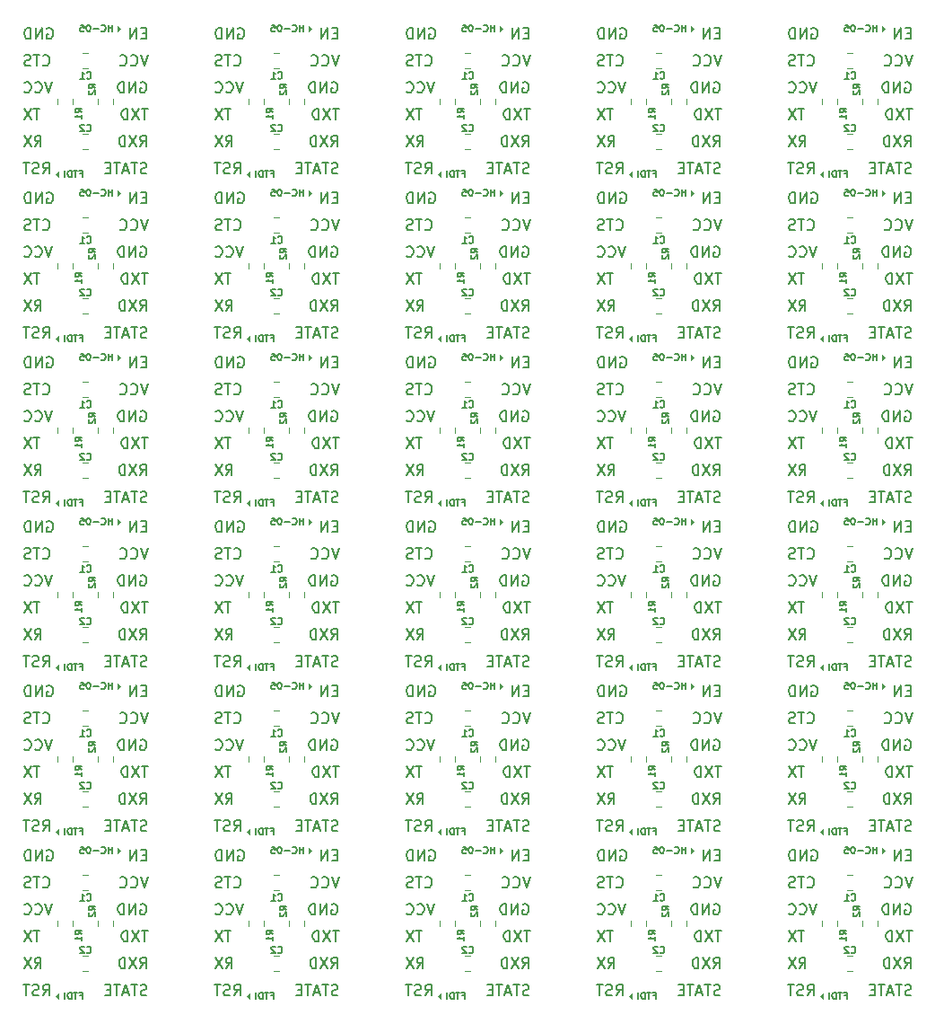
<source format=gbo>
G04 #@! TF.GenerationSoftware,KiCad,Pcbnew,(5.1.5)-3*
G04 #@! TF.CreationDate,2019-12-30T22:26:53-08:00*
G04 #@! TF.ProjectId,hc05-adapter-panel,68633035-2d61-4646-9170-7465722d7061,A*
G04 #@! TF.SameCoordinates,Original*
G04 #@! TF.FileFunction,Legend,Bot*
G04 #@! TF.FilePolarity,Positive*
%FSLAX46Y46*%
G04 Gerber Fmt 4.6, Leading zero omitted, Abs format (unit mm)*
G04 Created by KiCad (PCBNEW (5.1.5)-3) date 2019-12-30 22:26:53*
%MOMM*%
%LPD*%
G04 APERTURE LIST*
%ADD10C,0.203200*%
%ADD11C,0.127000*%
%ADD12C,0.100000*%
%ADD13C,0.120000*%
G04 APERTURE END LIST*
D10*
X114990396Y-58065738D02*
X114845253Y-58114119D01*
X114603348Y-58114119D01*
X114506586Y-58065738D01*
X114458205Y-58017357D01*
X114409824Y-57920595D01*
X114409824Y-57823833D01*
X114458205Y-57727071D01*
X114506586Y-57678690D01*
X114603348Y-57630309D01*
X114796872Y-57581928D01*
X114893634Y-57533547D01*
X114942015Y-57485166D01*
X114990396Y-57388404D01*
X114990396Y-57291642D01*
X114942015Y-57194880D01*
X114893634Y-57146500D01*
X114796872Y-57098119D01*
X114554967Y-57098119D01*
X114409824Y-57146500D01*
X114119539Y-57098119D02*
X113538967Y-57098119D01*
X113829253Y-58114119D02*
X113829253Y-57098119D01*
X113248681Y-57823833D02*
X112764872Y-57823833D01*
X113345443Y-58114119D02*
X113006777Y-57098119D01*
X112668110Y-58114119D01*
X112474586Y-57098119D02*
X111894015Y-57098119D01*
X112184300Y-58114119D02*
X112184300Y-57098119D01*
X111555348Y-57581928D02*
X111216681Y-57581928D01*
X111071539Y-58114119D02*
X111555348Y-58114119D01*
X111555348Y-57098119D01*
X111071539Y-57098119D01*
X114990396Y-89053738D02*
X114845253Y-89102119D01*
X114603348Y-89102119D01*
X114506586Y-89053738D01*
X114458205Y-89005357D01*
X114409824Y-88908595D01*
X114409824Y-88811833D01*
X114458205Y-88715071D01*
X114506586Y-88666690D01*
X114603348Y-88618309D01*
X114796872Y-88569928D01*
X114893634Y-88521547D01*
X114942015Y-88473166D01*
X114990396Y-88376404D01*
X114990396Y-88279642D01*
X114942015Y-88182880D01*
X114893634Y-88134500D01*
X114796872Y-88086119D01*
X114554967Y-88086119D01*
X114409824Y-88134500D01*
X114119539Y-88086119D02*
X113538967Y-88086119D01*
X113829253Y-89102119D02*
X113829253Y-88086119D01*
X113248681Y-88811833D02*
X112764872Y-88811833D01*
X113345443Y-89102119D02*
X113006777Y-88086119D01*
X112668110Y-89102119D01*
X112474586Y-88086119D02*
X111894015Y-88086119D01*
X112184300Y-89102119D02*
X112184300Y-88086119D01*
X111555348Y-88569928D02*
X111216681Y-88569928D01*
X111071539Y-89102119D02*
X111555348Y-89102119D01*
X111555348Y-88086119D01*
X111071539Y-88086119D01*
X104417222Y-71068119D02*
X104755889Y-70584309D01*
X104997794Y-71068119D02*
X104997794Y-70052119D01*
X104610746Y-70052119D01*
X104513984Y-70100500D01*
X104465603Y-70148880D01*
X104417222Y-70245642D01*
X104417222Y-70390785D01*
X104465603Y-70487547D01*
X104513984Y-70535928D01*
X104610746Y-70584309D01*
X104997794Y-70584309D01*
X104078556Y-70052119D02*
X103401222Y-71068119D01*
X103401222Y-70052119D02*
X104078556Y-71068119D01*
X104417222Y-102056119D02*
X104755889Y-101572309D01*
X104997794Y-102056119D02*
X104997794Y-101040119D01*
X104610746Y-101040119D01*
X104513984Y-101088500D01*
X104465603Y-101136880D01*
X104417222Y-101233642D01*
X104417222Y-101378785D01*
X104465603Y-101475547D01*
X104513984Y-101523928D01*
X104610746Y-101572309D01*
X104997794Y-101572309D01*
X104078556Y-101040119D02*
X103401222Y-102056119D01*
X103401222Y-101040119D02*
X104078556Y-102056119D01*
X104417222Y-55574119D02*
X104755889Y-55090309D01*
X104997794Y-55574119D02*
X104997794Y-54558119D01*
X104610746Y-54558119D01*
X104513984Y-54606500D01*
X104465603Y-54654880D01*
X104417222Y-54751642D01*
X104417222Y-54896785D01*
X104465603Y-54993547D01*
X104513984Y-55041928D01*
X104610746Y-55090309D01*
X104997794Y-55090309D01*
X104078556Y-54558119D02*
X103401222Y-55574119D01*
X103401222Y-54558119D02*
X104078556Y-55574119D01*
X104417222Y-86562119D02*
X104755889Y-86078309D01*
X104997794Y-86562119D02*
X104997794Y-85546119D01*
X104610746Y-85546119D01*
X104513984Y-85594500D01*
X104465603Y-85642880D01*
X104417222Y-85739642D01*
X104417222Y-85884785D01*
X104465603Y-85981547D01*
X104513984Y-86029928D01*
X104610746Y-86078309D01*
X104997794Y-86078309D01*
X104078556Y-85546119D02*
X103401222Y-86562119D01*
X103401222Y-85546119D02*
X104078556Y-86562119D01*
X105191318Y-58114119D02*
X105529984Y-57630309D01*
X105771889Y-58114119D02*
X105771889Y-57098119D01*
X105384841Y-57098119D01*
X105288080Y-57146500D01*
X105239699Y-57194880D01*
X105191318Y-57291642D01*
X105191318Y-57436785D01*
X105239699Y-57533547D01*
X105288080Y-57581928D01*
X105384841Y-57630309D01*
X105771889Y-57630309D01*
X104804270Y-58065738D02*
X104659127Y-58114119D01*
X104417222Y-58114119D01*
X104320460Y-58065738D01*
X104272080Y-58017357D01*
X104223699Y-57920595D01*
X104223699Y-57823833D01*
X104272080Y-57727071D01*
X104320460Y-57678690D01*
X104417222Y-57630309D01*
X104610746Y-57581928D01*
X104707508Y-57533547D01*
X104755889Y-57485166D01*
X104804270Y-57388404D01*
X104804270Y-57291642D01*
X104755889Y-57194880D01*
X104707508Y-57146500D01*
X104610746Y-57098119D01*
X104368841Y-57098119D01*
X104223699Y-57146500D01*
X103933413Y-57098119D02*
X103352841Y-57098119D01*
X103643127Y-58114119D02*
X103643127Y-57098119D01*
X105191318Y-89102119D02*
X105529984Y-88618309D01*
X105771889Y-89102119D02*
X105771889Y-88086119D01*
X105384841Y-88086119D01*
X105288080Y-88134500D01*
X105239699Y-88182880D01*
X105191318Y-88279642D01*
X105191318Y-88424785D01*
X105239699Y-88521547D01*
X105288080Y-88569928D01*
X105384841Y-88618309D01*
X105771889Y-88618309D01*
X104804270Y-89053738D02*
X104659127Y-89102119D01*
X104417222Y-89102119D01*
X104320460Y-89053738D01*
X104272080Y-89005357D01*
X104223699Y-88908595D01*
X104223699Y-88811833D01*
X104272080Y-88715071D01*
X104320460Y-88666690D01*
X104417222Y-88618309D01*
X104610746Y-88569928D01*
X104707508Y-88521547D01*
X104755889Y-88473166D01*
X104804270Y-88376404D01*
X104804270Y-88279642D01*
X104755889Y-88182880D01*
X104707508Y-88134500D01*
X104610746Y-88086119D01*
X104368841Y-88086119D01*
X104223699Y-88134500D01*
X103933413Y-88086119D02*
X103352841Y-88086119D01*
X103643127Y-89102119D02*
X103643127Y-88086119D01*
X106062175Y-49478119D02*
X105723508Y-50494119D01*
X105384841Y-49478119D01*
X104465603Y-50397357D02*
X104513984Y-50445738D01*
X104659127Y-50494119D01*
X104755889Y-50494119D01*
X104901032Y-50445738D01*
X104997794Y-50348976D01*
X105046175Y-50252214D01*
X105094556Y-50058690D01*
X105094556Y-49913547D01*
X105046175Y-49720023D01*
X104997794Y-49623261D01*
X104901032Y-49526500D01*
X104755889Y-49478119D01*
X104659127Y-49478119D01*
X104513984Y-49526500D01*
X104465603Y-49574880D01*
X103449603Y-50397357D02*
X103497984Y-50445738D01*
X103643127Y-50494119D01*
X103739889Y-50494119D01*
X103885032Y-50445738D01*
X103981794Y-50348976D01*
X104030175Y-50252214D01*
X104078556Y-50058690D01*
X104078556Y-49913547D01*
X104030175Y-49720023D01*
X103981794Y-49623261D01*
X103885032Y-49526500D01*
X103739889Y-49478119D01*
X103643127Y-49478119D01*
X103497984Y-49526500D01*
X103449603Y-49574880D01*
X106062175Y-80466119D02*
X105723508Y-81482119D01*
X105384841Y-80466119D01*
X104465603Y-81385357D02*
X104513984Y-81433738D01*
X104659127Y-81482119D01*
X104755889Y-81482119D01*
X104901032Y-81433738D01*
X104997794Y-81336976D01*
X105046175Y-81240214D01*
X105094556Y-81046690D01*
X105094556Y-80901547D01*
X105046175Y-80708023D01*
X104997794Y-80611261D01*
X104901032Y-80514500D01*
X104755889Y-80466119D01*
X104659127Y-80466119D01*
X104513984Y-80514500D01*
X104465603Y-80562880D01*
X103449603Y-81385357D02*
X103497984Y-81433738D01*
X103643127Y-81482119D01*
X103739889Y-81482119D01*
X103885032Y-81433738D01*
X103981794Y-81336976D01*
X104030175Y-81240214D01*
X104078556Y-81046690D01*
X104078556Y-80901547D01*
X104030175Y-80708023D01*
X103981794Y-80611261D01*
X103885032Y-80514500D01*
X103739889Y-80466119D01*
X103643127Y-80466119D01*
X103497984Y-80514500D01*
X103449603Y-80562880D01*
X115087158Y-46938119D02*
X114748491Y-47954119D01*
X114409824Y-46938119D01*
X113490586Y-47857357D02*
X113538967Y-47905738D01*
X113684110Y-47954119D01*
X113780872Y-47954119D01*
X113926015Y-47905738D01*
X114022777Y-47808976D01*
X114071158Y-47712214D01*
X114119539Y-47518690D01*
X114119539Y-47373547D01*
X114071158Y-47180023D01*
X114022777Y-47083261D01*
X113926015Y-46986500D01*
X113780872Y-46938119D01*
X113684110Y-46938119D01*
X113538967Y-46986500D01*
X113490586Y-47034880D01*
X112474586Y-47857357D02*
X112522967Y-47905738D01*
X112668110Y-47954119D01*
X112764872Y-47954119D01*
X112910015Y-47905738D01*
X113006777Y-47808976D01*
X113055158Y-47712214D01*
X113103539Y-47518690D01*
X113103539Y-47373547D01*
X113055158Y-47180023D01*
X113006777Y-47083261D01*
X112910015Y-46986500D01*
X112764872Y-46938119D01*
X112668110Y-46938119D01*
X112522967Y-46986500D01*
X112474586Y-47034880D01*
X115087158Y-77926119D02*
X114748491Y-78942119D01*
X114409824Y-77926119D01*
X113490586Y-78845357D02*
X113538967Y-78893738D01*
X113684110Y-78942119D01*
X113780872Y-78942119D01*
X113926015Y-78893738D01*
X114022777Y-78796976D01*
X114071158Y-78700214D01*
X114119539Y-78506690D01*
X114119539Y-78361547D01*
X114071158Y-78168023D01*
X114022777Y-78071261D01*
X113926015Y-77974500D01*
X113780872Y-77926119D01*
X113684110Y-77926119D01*
X113538967Y-77974500D01*
X113490586Y-78022880D01*
X112474586Y-78845357D02*
X112522967Y-78893738D01*
X112668110Y-78942119D01*
X112764872Y-78942119D01*
X112910015Y-78893738D01*
X113006777Y-78796976D01*
X113055158Y-78700214D01*
X113103539Y-78506690D01*
X113103539Y-78361547D01*
X113055158Y-78168023D01*
X113006777Y-78071261D01*
X112910015Y-77974500D01*
X112764872Y-77926119D01*
X112668110Y-77926119D01*
X112522967Y-77974500D01*
X112474586Y-78022880D01*
D11*
X111736285Y-44733761D02*
X111736285Y-44098761D01*
X111736285Y-44401142D02*
X111373428Y-44401142D01*
X111373428Y-44733761D02*
X111373428Y-44098761D01*
X110708190Y-44673285D02*
X110738428Y-44703523D01*
X110829142Y-44733761D01*
X110889619Y-44733761D01*
X110980333Y-44703523D01*
X111040809Y-44643047D01*
X111071047Y-44582571D01*
X111101285Y-44461619D01*
X111101285Y-44370904D01*
X111071047Y-44249952D01*
X111040809Y-44189476D01*
X110980333Y-44129000D01*
X110889619Y-44098761D01*
X110829142Y-44098761D01*
X110738428Y-44129000D01*
X110708190Y-44159238D01*
X110436047Y-44491857D02*
X109952238Y-44491857D01*
X109528904Y-44098761D02*
X109468428Y-44098761D01*
X109407952Y-44129000D01*
X109377714Y-44159238D01*
X109347476Y-44219714D01*
X109317238Y-44340666D01*
X109317238Y-44491857D01*
X109347476Y-44612809D01*
X109377714Y-44673285D01*
X109407952Y-44703523D01*
X109468428Y-44733761D01*
X109528904Y-44733761D01*
X109589380Y-44703523D01*
X109619619Y-44673285D01*
X109649857Y-44612809D01*
X109680095Y-44491857D01*
X109680095Y-44340666D01*
X109649857Y-44219714D01*
X109619619Y-44159238D01*
X109589380Y-44129000D01*
X109528904Y-44098761D01*
X108742714Y-44098761D02*
X109045095Y-44098761D01*
X109075333Y-44401142D01*
X109045095Y-44370904D01*
X108984619Y-44340666D01*
X108833428Y-44340666D01*
X108772952Y-44370904D01*
X108742714Y-44401142D01*
X108712476Y-44461619D01*
X108712476Y-44612809D01*
X108742714Y-44673285D01*
X108772952Y-44703523D01*
X108833428Y-44733761D01*
X108984619Y-44733761D01*
X109045095Y-44703523D01*
X109075333Y-44673285D01*
X111736285Y-75721761D02*
X111736285Y-75086761D01*
X111736285Y-75389142D02*
X111373428Y-75389142D01*
X111373428Y-75721761D02*
X111373428Y-75086761D01*
X110708190Y-75661285D02*
X110738428Y-75691523D01*
X110829142Y-75721761D01*
X110889619Y-75721761D01*
X110980333Y-75691523D01*
X111040809Y-75631047D01*
X111071047Y-75570571D01*
X111101285Y-75449619D01*
X111101285Y-75358904D01*
X111071047Y-75237952D01*
X111040809Y-75177476D01*
X110980333Y-75117000D01*
X110889619Y-75086761D01*
X110829142Y-75086761D01*
X110738428Y-75117000D01*
X110708190Y-75147238D01*
X110436047Y-75479857D02*
X109952238Y-75479857D01*
X109528904Y-75086761D02*
X109468428Y-75086761D01*
X109407952Y-75117000D01*
X109377714Y-75147238D01*
X109347476Y-75207714D01*
X109317238Y-75328666D01*
X109317238Y-75479857D01*
X109347476Y-75600809D01*
X109377714Y-75661285D01*
X109407952Y-75691523D01*
X109468428Y-75721761D01*
X109528904Y-75721761D01*
X109589380Y-75691523D01*
X109619619Y-75661285D01*
X109649857Y-75600809D01*
X109680095Y-75479857D01*
X109680095Y-75328666D01*
X109649857Y-75207714D01*
X109619619Y-75147238D01*
X109589380Y-75117000D01*
X109528904Y-75086761D01*
X108742714Y-75086761D02*
X109045095Y-75086761D01*
X109075333Y-75389142D01*
X109045095Y-75358904D01*
X108984619Y-75328666D01*
X108833428Y-75328666D01*
X108772952Y-75358904D01*
X108742714Y-75389142D01*
X108712476Y-75449619D01*
X108712476Y-75600809D01*
X108742714Y-75661285D01*
X108772952Y-75691523D01*
X108833428Y-75721761D01*
X108984619Y-75721761D01*
X109045095Y-75691523D01*
X109075333Y-75661285D01*
D10*
X105191318Y-47857357D02*
X105239699Y-47905738D01*
X105384841Y-47954119D01*
X105481603Y-47954119D01*
X105626746Y-47905738D01*
X105723508Y-47808976D01*
X105771889Y-47712214D01*
X105820270Y-47518690D01*
X105820270Y-47373547D01*
X105771889Y-47180023D01*
X105723508Y-47083261D01*
X105626746Y-46986500D01*
X105481603Y-46938119D01*
X105384841Y-46938119D01*
X105239699Y-46986500D01*
X105191318Y-47034880D01*
X104901032Y-46938119D02*
X104320460Y-46938119D01*
X104610746Y-47954119D02*
X104610746Y-46938119D01*
X104030175Y-47905738D02*
X103885032Y-47954119D01*
X103643127Y-47954119D01*
X103546365Y-47905738D01*
X103497984Y-47857357D01*
X103449603Y-47760595D01*
X103449603Y-47663833D01*
X103497984Y-47567071D01*
X103546365Y-47518690D01*
X103643127Y-47470309D01*
X103836651Y-47421928D01*
X103933413Y-47373547D01*
X103981794Y-47325166D01*
X104030175Y-47228404D01*
X104030175Y-47131642D01*
X103981794Y-47034880D01*
X103933413Y-46986500D01*
X103836651Y-46938119D01*
X103594746Y-46938119D01*
X103449603Y-46986500D01*
X105191318Y-78845357D02*
X105239699Y-78893738D01*
X105384841Y-78942119D01*
X105481603Y-78942119D01*
X105626746Y-78893738D01*
X105723508Y-78796976D01*
X105771889Y-78700214D01*
X105820270Y-78506690D01*
X105820270Y-78361547D01*
X105771889Y-78168023D01*
X105723508Y-78071261D01*
X105626746Y-77974500D01*
X105481603Y-77926119D01*
X105384841Y-77926119D01*
X105239699Y-77974500D01*
X105191318Y-78022880D01*
X104901032Y-77926119D02*
X104320460Y-77926119D01*
X104610746Y-78942119D02*
X104610746Y-77926119D01*
X104030175Y-78893738D02*
X103885032Y-78942119D01*
X103643127Y-78942119D01*
X103546365Y-78893738D01*
X103497984Y-78845357D01*
X103449603Y-78748595D01*
X103449603Y-78651833D01*
X103497984Y-78555071D01*
X103546365Y-78506690D01*
X103643127Y-78458309D01*
X103836651Y-78409928D01*
X103933413Y-78361547D01*
X103981794Y-78313166D01*
X104030175Y-78216404D01*
X104030175Y-78119642D01*
X103981794Y-78022880D01*
X103933413Y-77974500D01*
X103836651Y-77926119D01*
X103594746Y-77926119D01*
X103449603Y-77974500D01*
X104901032Y-67512119D02*
X104320460Y-67512119D01*
X104610746Y-68528119D02*
X104610746Y-67512119D01*
X104078556Y-67512119D02*
X103401222Y-68528119D01*
X103401222Y-67512119D02*
X104078556Y-68528119D01*
X104901032Y-98500119D02*
X104320460Y-98500119D01*
X104610746Y-99516119D02*
X104610746Y-98500119D01*
X104078556Y-98500119D02*
X103401222Y-99516119D01*
X103401222Y-98500119D02*
X104078556Y-99516119D01*
X114409824Y-49526500D02*
X114506586Y-49478119D01*
X114651729Y-49478119D01*
X114796872Y-49526500D01*
X114893634Y-49623261D01*
X114942015Y-49720023D01*
X114990396Y-49913547D01*
X114990396Y-50058690D01*
X114942015Y-50252214D01*
X114893634Y-50348976D01*
X114796872Y-50445738D01*
X114651729Y-50494119D01*
X114554967Y-50494119D01*
X114409824Y-50445738D01*
X114361443Y-50397357D01*
X114361443Y-50058690D01*
X114554967Y-50058690D01*
X113926015Y-50494119D02*
X113926015Y-49478119D01*
X113345443Y-50494119D01*
X113345443Y-49478119D01*
X112861634Y-50494119D02*
X112861634Y-49478119D01*
X112619729Y-49478119D01*
X112474586Y-49526500D01*
X112377824Y-49623261D01*
X112329443Y-49720023D01*
X112281062Y-49913547D01*
X112281062Y-50058690D01*
X112329443Y-50252214D01*
X112377824Y-50348976D01*
X112474586Y-50445738D01*
X112619729Y-50494119D01*
X112861634Y-50494119D01*
X114409824Y-80514500D02*
X114506586Y-80466119D01*
X114651729Y-80466119D01*
X114796872Y-80514500D01*
X114893634Y-80611261D01*
X114942015Y-80708023D01*
X114990396Y-80901547D01*
X114990396Y-81046690D01*
X114942015Y-81240214D01*
X114893634Y-81336976D01*
X114796872Y-81433738D01*
X114651729Y-81482119D01*
X114554967Y-81482119D01*
X114409824Y-81433738D01*
X114361443Y-81385357D01*
X114361443Y-81046690D01*
X114554967Y-81046690D01*
X113926015Y-81482119D02*
X113926015Y-80466119D01*
X113345443Y-81482119D01*
X113345443Y-80466119D01*
X112861634Y-81482119D02*
X112861634Y-80466119D01*
X112619729Y-80466119D01*
X112474586Y-80514500D01*
X112377824Y-80611261D01*
X112329443Y-80708023D01*
X112281062Y-80901547D01*
X112281062Y-81046690D01*
X112329443Y-81240214D01*
X112377824Y-81336976D01*
X112474586Y-81433738D01*
X112619729Y-81482119D01*
X112861634Y-81482119D01*
X114361443Y-55574119D02*
X114700110Y-55090309D01*
X114942015Y-55574119D02*
X114942015Y-54558119D01*
X114554967Y-54558119D01*
X114458205Y-54606500D01*
X114409824Y-54654880D01*
X114361443Y-54751642D01*
X114361443Y-54896785D01*
X114409824Y-54993547D01*
X114458205Y-55041928D01*
X114554967Y-55090309D01*
X114942015Y-55090309D01*
X114022777Y-54558119D02*
X113345443Y-55574119D01*
X113345443Y-54558119D02*
X114022777Y-55574119D01*
X112958396Y-55574119D02*
X112958396Y-54558119D01*
X112716491Y-54558119D01*
X112571348Y-54606500D01*
X112474586Y-54703261D01*
X112426205Y-54800023D01*
X112377824Y-54993547D01*
X112377824Y-55138690D01*
X112426205Y-55332214D01*
X112474586Y-55428976D01*
X112571348Y-55525738D01*
X112716491Y-55574119D01*
X112958396Y-55574119D01*
X114361443Y-86562119D02*
X114700110Y-86078309D01*
X114942015Y-86562119D02*
X114942015Y-85546119D01*
X114554967Y-85546119D01*
X114458205Y-85594500D01*
X114409824Y-85642880D01*
X114361443Y-85739642D01*
X114361443Y-85884785D01*
X114409824Y-85981547D01*
X114458205Y-86029928D01*
X114554967Y-86078309D01*
X114942015Y-86078309D01*
X114022777Y-85546119D02*
X113345443Y-86562119D01*
X113345443Y-85546119D02*
X114022777Y-86562119D01*
X112958396Y-86562119D02*
X112958396Y-85546119D01*
X112716491Y-85546119D01*
X112571348Y-85594500D01*
X112474586Y-85691261D01*
X112426205Y-85788023D01*
X112377824Y-85981547D01*
X112377824Y-86126690D01*
X112426205Y-86320214D01*
X112474586Y-86416976D01*
X112571348Y-86513738D01*
X112716491Y-86562119D01*
X112958396Y-86562119D01*
X115087158Y-52018119D02*
X114506586Y-52018119D01*
X114796872Y-53034119D02*
X114796872Y-52018119D01*
X114264681Y-52018119D02*
X113587348Y-53034119D01*
X113587348Y-52018119D02*
X114264681Y-53034119D01*
X113200300Y-53034119D02*
X113200300Y-52018119D01*
X112958396Y-52018119D01*
X112813253Y-52066500D01*
X112716491Y-52163261D01*
X112668110Y-52260023D01*
X112619729Y-52453547D01*
X112619729Y-52598690D01*
X112668110Y-52792214D01*
X112716491Y-52888976D01*
X112813253Y-52985738D01*
X112958396Y-53034119D01*
X113200300Y-53034119D01*
X115087158Y-83006119D02*
X114506586Y-83006119D01*
X114796872Y-84022119D02*
X114796872Y-83006119D01*
X114264681Y-83006119D02*
X113587348Y-84022119D01*
X113587348Y-83006119D02*
X114264681Y-84022119D01*
X113200300Y-84022119D02*
X113200300Y-83006119D01*
X112958396Y-83006119D01*
X112813253Y-83054500D01*
X112716491Y-83151261D01*
X112668110Y-83248023D01*
X112619729Y-83441547D01*
X112619729Y-83586690D01*
X112668110Y-83780214D01*
X112716491Y-83876976D01*
X112813253Y-83973738D01*
X112958396Y-84022119D01*
X113200300Y-84022119D01*
D11*
X108700380Y-58117142D02*
X108912047Y-58117142D01*
X108912047Y-58449761D02*
X108912047Y-57814761D01*
X108609666Y-57814761D01*
X108458476Y-57814761D02*
X108095619Y-57814761D01*
X108277047Y-58449761D02*
X108277047Y-57814761D01*
X107883952Y-58449761D02*
X107883952Y-57814761D01*
X107732761Y-57814761D01*
X107642047Y-57845000D01*
X107581571Y-57905476D01*
X107551333Y-57965952D01*
X107521095Y-58086904D01*
X107521095Y-58177619D01*
X107551333Y-58298571D01*
X107581571Y-58359047D01*
X107642047Y-58419523D01*
X107732761Y-58449761D01*
X107883952Y-58449761D01*
X107248952Y-58449761D02*
X107248952Y-57814761D01*
X108700380Y-89105142D02*
X108912047Y-89105142D01*
X108912047Y-89437761D02*
X108912047Y-88802761D01*
X108609666Y-88802761D01*
X108458476Y-88802761D02*
X108095619Y-88802761D01*
X108277047Y-89437761D02*
X108277047Y-88802761D01*
X107883952Y-89437761D02*
X107883952Y-88802761D01*
X107732761Y-88802761D01*
X107642047Y-88833000D01*
X107581571Y-88893476D01*
X107551333Y-88953952D01*
X107521095Y-89074904D01*
X107521095Y-89165619D01*
X107551333Y-89286571D01*
X107581571Y-89347047D01*
X107642047Y-89407523D01*
X107732761Y-89437761D01*
X107883952Y-89437761D01*
X107248952Y-89437761D02*
X107248952Y-88802761D01*
D10*
X114942015Y-44881928D02*
X114603348Y-44881928D01*
X114458205Y-45414119D02*
X114942015Y-45414119D01*
X114942015Y-44398119D01*
X114458205Y-44398119D01*
X114022777Y-45414119D02*
X114022777Y-44398119D01*
X113442205Y-45414119D01*
X113442205Y-44398119D01*
X114942015Y-75869928D02*
X114603348Y-75869928D01*
X114458205Y-76402119D02*
X114942015Y-76402119D01*
X114942015Y-75386119D01*
X114458205Y-75386119D01*
X114022777Y-76402119D02*
X114022777Y-75386119D01*
X113442205Y-76402119D01*
X113442205Y-75386119D01*
X105191318Y-63351357D02*
X105239699Y-63399738D01*
X105384841Y-63448119D01*
X105481603Y-63448119D01*
X105626746Y-63399738D01*
X105723508Y-63302976D01*
X105771889Y-63206214D01*
X105820270Y-63012690D01*
X105820270Y-62867547D01*
X105771889Y-62674023D01*
X105723508Y-62577261D01*
X105626746Y-62480500D01*
X105481603Y-62432119D01*
X105384841Y-62432119D01*
X105239699Y-62480500D01*
X105191318Y-62528880D01*
X104901032Y-62432119D02*
X104320460Y-62432119D01*
X104610746Y-63448119D02*
X104610746Y-62432119D01*
X104030175Y-63399738D02*
X103885032Y-63448119D01*
X103643127Y-63448119D01*
X103546365Y-63399738D01*
X103497984Y-63351357D01*
X103449603Y-63254595D01*
X103449603Y-63157833D01*
X103497984Y-63061071D01*
X103546365Y-63012690D01*
X103643127Y-62964309D01*
X103836651Y-62915928D01*
X103933413Y-62867547D01*
X103981794Y-62819166D01*
X104030175Y-62722404D01*
X104030175Y-62625642D01*
X103981794Y-62528880D01*
X103933413Y-62480500D01*
X103836651Y-62432119D01*
X103594746Y-62432119D01*
X103449603Y-62480500D01*
X105191318Y-94339357D02*
X105239699Y-94387738D01*
X105384841Y-94436119D01*
X105481603Y-94436119D01*
X105626746Y-94387738D01*
X105723508Y-94290976D01*
X105771889Y-94194214D01*
X105820270Y-94000690D01*
X105820270Y-93855547D01*
X105771889Y-93662023D01*
X105723508Y-93565261D01*
X105626746Y-93468500D01*
X105481603Y-93420119D01*
X105384841Y-93420119D01*
X105239699Y-93468500D01*
X105191318Y-93516880D01*
X104901032Y-93420119D02*
X104320460Y-93420119D01*
X104610746Y-94436119D02*
X104610746Y-93420119D01*
X104030175Y-94387738D02*
X103885032Y-94436119D01*
X103643127Y-94436119D01*
X103546365Y-94387738D01*
X103497984Y-94339357D01*
X103449603Y-94242595D01*
X103449603Y-94145833D01*
X103497984Y-94049071D01*
X103546365Y-94000690D01*
X103643127Y-93952309D01*
X103836651Y-93903928D01*
X103933413Y-93855547D01*
X103981794Y-93807166D01*
X104030175Y-93710404D01*
X104030175Y-93613642D01*
X103981794Y-93516880D01*
X103933413Y-93468500D01*
X103836651Y-93420119D01*
X103594746Y-93420119D01*
X103449603Y-93468500D01*
X105578365Y-44446500D02*
X105675127Y-44398119D01*
X105820270Y-44398119D01*
X105965413Y-44446500D01*
X106062175Y-44543261D01*
X106110556Y-44640023D01*
X106158937Y-44833547D01*
X106158937Y-44978690D01*
X106110556Y-45172214D01*
X106062175Y-45268976D01*
X105965413Y-45365738D01*
X105820270Y-45414119D01*
X105723508Y-45414119D01*
X105578365Y-45365738D01*
X105529984Y-45317357D01*
X105529984Y-44978690D01*
X105723508Y-44978690D01*
X105094556Y-45414119D02*
X105094556Y-44398119D01*
X104513984Y-45414119D01*
X104513984Y-44398119D01*
X104030175Y-45414119D02*
X104030175Y-44398119D01*
X103788270Y-44398119D01*
X103643127Y-44446500D01*
X103546365Y-44543261D01*
X103497984Y-44640023D01*
X103449603Y-44833547D01*
X103449603Y-44978690D01*
X103497984Y-45172214D01*
X103546365Y-45268976D01*
X103643127Y-45365738D01*
X103788270Y-45414119D01*
X104030175Y-45414119D01*
X105578365Y-75434500D02*
X105675127Y-75386119D01*
X105820270Y-75386119D01*
X105965413Y-75434500D01*
X106062175Y-75531261D01*
X106110556Y-75628023D01*
X106158937Y-75821547D01*
X106158937Y-75966690D01*
X106110556Y-76160214D01*
X106062175Y-76256976D01*
X105965413Y-76353738D01*
X105820270Y-76402119D01*
X105723508Y-76402119D01*
X105578365Y-76353738D01*
X105529984Y-76305357D01*
X105529984Y-75966690D01*
X105723508Y-75966690D01*
X105094556Y-76402119D02*
X105094556Y-75386119D01*
X104513984Y-76402119D01*
X104513984Y-75386119D01*
X104030175Y-76402119D02*
X104030175Y-75386119D01*
X103788270Y-75386119D01*
X103643127Y-75434500D01*
X103546365Y-75531261D01*
X103497984Y-75628023D01*
X103449603Y-75821547D01*
X103449603Y-75966690D01*
X103497984Y-76160214D01*
X103546365Y-76256976D01*
X103643127Y-76353738D01*
X103788270Y-76402119D01*
X104030175Y-76402119D01*
X104901032Y-52018119D02*
X104320460Y-52018119D01*
X104610746Y-53034119D02*
X104610746Y-52018119D01*
X104078556Y-52018119D02*
X103401222Y-53034119D01*
X103401222Y-52018119D02*
X104078556Y-53034119D01*
X104901032Y-83006119D02*
X104320460Y-83006119D01*
X104610746Y-84022119D02*
X104610746Y-83006119D01*
X104078556Y-83006119D02*
X103401222Y-84022119D01*
X103401222Y-83006119D02*
X104078556Y-84022119D01*
X105191318Y-73608119D02*
X105529984Y-73124309D01*
X105771889Y-73608119D02*
X105771889Y-72592119D01*
X105384841Y-72592119D01*
X105288080Y-72640500D01*
X105239699Y-72688880D01*
X105191318Y-72785642D01*
X105191318Y-72930785D01*
X105239699Y-73027547D01*
X105288080Y-73075928D01*
X105384841Y-73124309D01*
X105771889Y-73124309D01*
X104804270Y-73559738D02*
X104659127Y-73608119D01*
X104417222Y-73608119D01*
X104320460Y-73559738D01*
X104272080Y-73511357D01*
X104223699Y-73414595D01*
X104223699Y-73317833D01*
X104272080Y-73221071D01*
X104320460Y-73172690D01*
X104417222Y-73124309D01*
X104610746Y-73075928D01*
X104707508Y-73027547D01*
X104755889Y-72979166D01*
X104804270Y-72882404D01*
X104804270Y-72785642D01*
X104755889Y-72688880D01*
X104707508Y-72640500D01*
X104610746Y-72592119D01*
X104368841Y-72592119D01*
X104223699Y-72640500D01*
X103933413Y-72592119D02*
X103352841Y-72592119D01*
X103643127Y-73608119D02*
X103643127Y-72592119D01*
X105191318Y-104596119D02*
X105529984Y-104112309D01*
X105771889Y-104596119D02*
X105771889Y-103580119D01*
X105384841Y-103580119D01*
X105288080Y-103628500D01*
X105239699Y-103676880D01*
X105191318Y-103773642D01*
X105191318Y-103918785D01*
X105239699Y-104015547D01*
X105288080Y-104063928D01*
X105384841Y-104112309D01*
X105771889Y-104112309D01*
X104804270Y-104547738D02*
X104659127Y-104596119D01*
X104417222Y-104596119D01*
X104320460Y-104547738D01*
X104272080Y-104499357D01*
X104223699Y-104402595D01*
X104223699Y-104305833D01*
X104272080Y-104209071D01*
X104320460Y-104160690D01*
X104417222Y-104112309D01*
X104610746Y-104063928D01*
X104707508Y-104015547D01*
X104755889Y-103967166D01*
X104804270Y-103870404D01*
X104804270Y-103773642D01*
X104755889Y-103676880D01*
X104707508Y-103628500D01*
X104610746Y-103580119D01*
X104368841Y-103580119D01*
X104223699Y-103628500D01*
X103933413Y-103580119D02*
X103352841Y-103580119D01*
X103643127Y-104596119D02*
X103643127Y-103580119D01*
X114409824Y-65020500D02*
X114506586Y-64972119D01*
X114651729Y-64972119D01*
X114796872Y-65020500D01*
X114893634Y-65117261D01*
X114942015Y-65214023D01*
X114990396Y-65407547D01*
X114990396Y-65552690D01*
X114942015Y-65746214D01*
X114893634Y-65842976D01*
X114796872Y-65939738D01*
X114651729Y-65988119D01*
X114554967Y-65988119D01*
X114409824Y-65939738D01*
X114361443Y-65891357D01*
X114361443Y-65552690D01*
X114554967Y-65552690D01*
X113926015Y-65988119D02*
X113926015Y-64972119D01*
X113345443Y-65988119D01*
X113345443Y-64972119D01*
X112861634Y-65988119D02*
X112861634Y-64972119D01*
X112619729Y-64972119D01*
X112474586Y-65020500D01*
X112377824Y-65117261D01*
X112329443Y-65214023D01*
X112281062Y-65407547D01*
X112281062Y-65552690D01*
X112329443Y-65746214D01*
X112377824Y-65842976D01*
X112474586Y-65939738D01*
X112619729Y-65988119D01*
X112861634Y-65988119D01*
X114409824Y-96008500D02*
X114506586Y-95960119D01*
X114651729Y-95960119D01*
X114796872Y-96008500D01*
X114893634Y-96105261D01*
X114942015Y-96202023D01*
X114990396Y-96395547D01*
X114990396Y-96540690D01*
X114942015Y-96734214D01*
X114893634Y-96830976D01*
X114796872Y-96927738D01*
X114651729Y-96976119D01*
X114554967Y-96976119D01*
X114409824Y-96927738D01*
X114361443Y-96879357D01*
X114361443Y-96540690D01*
X114554967Y-96540690D01*
X113926015Y-96976119D02*
X113926015Y-95960119D01*
X113345443Y-96976119D01*
X113345443Y-95960119D01*
X112861634Y-96976119D02*
X112861634Y-95960119D01*
X112619729Y-95960119D01*
X112474586Y-96008500D01*
X112377824Y-96105261D01*
X112329443Y-96202023D01*
X112281062Y-96395547D01*
X112281062Y-96540690D01*
X112329443Y-96734214D01*
X112377824Y-96830976D01*
X112474586Y-96927738D01*
X112619729Y-96976119D01*
X112861634Y-96976119D01*
D11*
X108700380Y-73611142D02*
X108912047Y-73611142D01*
X108912047Y-73943761D02*
X108912047Y-73308761D01*
X108609666Y-73308761D01*
X108458476Y-73308761D02*
X108095619Y-73308761D01*
X108277047Y-73943761D02*
X108277047Y-73308761D01*
X107883952Y-73943761D02*
X107883952Y-73308761D01*
X107732761Y-73308761D01*
X107642047Y-73339000D01*
X107581571Y-73399476D01*
X107551333Y-73459952D01*
X107521095Y-73580904D01*
X107521095Y-73671619D01*
X107551333Y-73792571D01*
X107581571Y-73853047D01*
X107642047Y-73913523D01*
X107732761Y-73943761D01*
X107883952Y-73943761D01*
X107248952Y-73943761D02*
X107248952Y-73308761D01*
X108700380Y-104599142D02*
X108912047Y-104599142D01*
X108912047Y-104931761D02*
X108912047Y-104296761D01*
X108609666Y-104296761D01*
X108458476Y-104296761D02*
X108095619Y-104296761D01*
X108277047Y-104931761D02*
X108277047Y-104296761D01*
X107883952Y-104931761D02*
X107883952Y-104296761D01*
X107732761Y-104296761D01*
X107642047Y-104327000D01*
X107581571Y-104387476D01*
X107551333Y-104447952D01*
X107521095Y-104568904D01*
X107521095Y-104659619D01*
X107551333Y-104780571D01*
X107581571Y-104841047D01*
X107642047Y-104901523D01*
X107732761Y-104931761D01*
X107883952Y-104931761D01*
X107248952Y-104931761D02*
X107248952Y-104296761D01*
D10*
X114942015Y-60375928D02*
X114603348Y-60375928D01*
X114458205Y-60908119D02*
X114942015Y-60908119D01*
X114942015Y-59892119D01*
X114458205Y-59892119D01*
X114022777Y-60908119D02*
X114022777Y-59892119D01*
X113442205Y-60908119D01*
X113442205Y-59892119D01*
X114942015Y-91363928D02*
X114603348Y-91363928D01*
X114458205Y-91896119D02*
X114942015Y-91896119D01*
X114942015Y-90880119D01*
X114458205Y-90880119D01*
X114022777Y-91896119D02*
X114022777Y-90880119D01*
X113442205Y-91896119D01*
X113442205Y-90880119D01*
X115087158Y-62432119D02*
X114748491Y-63448119D01*
X114409824Y-62432119D01*
X113490586Y-63351357D02*
X113538967Y-63399738D01*
X113684110Y-63448119D01*
X113780872Y-63448119D01*
X113926015Y-63399738D01*
X114022777Y-63302976D01*
X114071158Y-63206214D01*
X114119539Y-63012690D01*
X114119539Y-62867547D01*
X114071158Y-62674023D01*
X114022777Y-62577261D01*
X113926015Y-62480500D01*
X113780872Y-62432119D01*
X113684110Y-62432119D01*
X113538967Y-62480500D01*
X113490586Y-62528880D01*
X112474586Y-63351357D02*
X112522967Y-63399738D01*
X112668110Y-63448119D01*
X112764872Y-63448119D01*
X112910015Y-63399738D01*
X113006777Y-63302976D01*
X113055158Y-63206214D01*
X113103539Y-63012690D01*
X113103539Y-62867547D01*
X113055158Y-62674023D01*
X113006777Y-62577261D01*
X112910015Y-62480500D01*
X112764872Y-62432119D01*
X112668110Y-62432119D01*
X112522967Y-62480500D01*
X112474586Y-62528880D01*
X115087158Y-93420119D02*
X114748491Y-94436119D01*
X114409824Y-93420119D01*
X113490586Y-94339357D02*
X113538967Y-94387738D01*
X113684110Y-94436119D01*
X113780872Y-94436119D01*
X113926015Y-94387738D01*
X114022777Y-94290976D01*
X114071158Y-94194214D01*
X114119539Y-94000690D01*
X114119539Y-93855547D01*
X114071158Y-93662023D01*
X114022777Y-93565261D01*
X113926015Y-93468500D01*
X113780872Y-93420119D01*
X113684110Y-93420119D01*
X113538967Y-93468500D01*
X113490586Y-93516880D01*
X112474586Y-94339357D02*
X112522967Y-94387738D01*
X112668110Y-94436119D01*
X112764872Y-94436119D01*
X112910015Y-94387738D01*
X113006777Y-94290976D01*
X113055158Y-94194214D01*
X113103539Y-94000690D01*
X113103539Y-93855547D01*
X113055158Y-93662023D01*
X113006777Y-93565261D01*
X112910015Y-93468500D01*
X112764872Y-93420119D01*
X112668110Y-93420119D01*
X112522967Y-93468500D01*
X112474586Y-93516880D01*
X114361443Y-71068119D02*
X114700110Y-70584309D01*
X114942015Y-71068119D02*
X114942015Y-70052119D01*
X114554967Y-70052119D01*
X114458205Y-70100500D01*
X114409824Y-70148880D01*
X114361443Y-70245642D01*
X114361443Y-70390785D01*
X114409824Y-70487547D01*
X114458205Y-70535928D01*
X114554967Y-70584309D01*
X114942015Y-70584309D01*
X114022777Y-70052119D02*
X113345443Y-71068119D01*
X113345443Y-70052119D02*
X114022777Y-71068119D01*
X112958396Y-71068119D02*
X112958396Y-70052119D01*
X112716491Y-70052119D01*
X112571348Y-70100500D01*
X112474586Y-70197261D01*
X112426205Y-70294023D01*
X112377824Y-70487547D01*
X112377824Y-70632690D01*
X112426205Y-70826214D01*
X112474586Y-70922976D01*
X112571348Y-71019738D01*
X112716491Y-71068119D01*
X112958396Y-71068119D01*
X114361443Y-102056119D02*
X114700110Y-101572309D01*
X114942015Y-102056119D02*
X114942015Y-101040119D01*
X114554967Y-101040119D01*
X114458205Y-101088500D01*
X114409824Y-101136880D01*
X114361443Y-101233642D01*
X114361443Y-101378785D01*
X114409824Y-101475547D01*
X114458205Y-101523928D01*
X114554967Y-101572309D01*
X114942015Y-101572309D01*
X114022777Y-101040119D02*
X113345443Y-102056119D01*
X113345443Y-101040119D02*
X114022777Y-102056119D01*
X112958396Y-102056119D02*
X112958396Y-101040119D01*
X112716491Y-101040119D01*
X112571348Y-101088500D01*
X112474586Y-101185261D01*
X112426205Y-101282023D01*
X112377824Y-101475547D01*
X112377824Y-101620690D01*
X112426205Y-101814214D01*
X112474586Y-101910976D01*
X112571348Y-102007738D01*
X112716491Y-102056119D01*
X112958396Y-102056119D01*
X114990396Y-73559738D02*
X114845253Y-73608119D01*
X114603348Y-73608119D01*
X114506586Y-73559738D01*
X114458205Y-73511357D01*
X114409824Y-73414595D01*
X114409824Y-73317833D01*
X114458205Y-73221071D01*
X114506586Y-73172690D01*
X114603348Y-73124309D01*
X114796872Y-73075928D01*
X114893634Y-73027547D01*
X114942015Y-72979166D01*
X114990396Y-72882404D01*
X114990396Y-72785642D01*
X114942015Y-72688880D01*
X114893634Y-72640500D01*
X114796872Y-72592119D01*
X114554967Y-72592119D01*
X114409824Y-72640500D01*
X114119539Y-72592119D02*
X113538967Y-72592119D01*
X113829253Y-73608119D02*
X113829253Y-72592119D01*
X113248681Y-73317833D02*
X112764872Y-73317833D01*
X113345443Y-73608119D02*
X113006777Y-72592119D01*
X112668110Y-73608119D01*
X112474586Y-72592119D02*
X111894015Y-72592119D01*
X112184300Y-73608119D02*
X112184300Y-72592119D01*
X111555348Y-73075928D02*
X111216681Y-73075928D01*
X111071539Y-73608119D02*
X111555348Y-73608119D01*
X111555348Y-72592119D01*
X111071539Y-72592119D01*
X114990396Y-104547738D02*
X114845253Y-104596119D01*
X114603348Y-104596119D01*
X114506586Y-104547738D01*
X114458205Y-104499357D01*
X114409824Y-104402595D01*
X114409824Y-104305833D01*
X114458205Y-104209071D01*
X114506586Y-104160690D01*
X114603348Y-104112309D01*
X114796872Y-104063928D01*
X114893634Y-104015547D01*
X114942015Y-103967166D01*
X114990396Y-103870404D01*
X114990396Y-103773642D01*
X114942015Y-103676880D01*
X114893634Y-103628500D01*
X114796872Y-103580119D01*
X114554967Y-103580119D01*
X114409824Y-103628500D01*
X114119539Y-103580119D02*
X113538967Y-103580119D01*
X113829253Y-104596119D02*
X113829253Y-103580119D01*
X113248681Y-104305833D02*
X112764872Y-104305833D01*
X113345443Y-104596119D02*
X113006777Y-103580119D01*
X112668110Y-104596119D01*
X112474586Y-103580119D02*
X111894015Y-103580119D01*
X112184300Y-104596119D02*
X112184300Y-103580119D01*
X111555348Y-104063928D02*
X111216681Y-104063928D01*
X111071539Y-104596119D02*
X111555348Y-104596119D01*
X111555348Y-103580119D01*
X111071539Y-103580119D01*
X105578365Y-59940500D02*
X105675127Y-59892119D01*
X105820270Y-59892119D01*
X105965413Y-59940500D01*
X106062175Y-60037261D01*
X106110556Y-60134023D01*
X106158937Y-60327547D01*
X106158937Y-60472690D01*
X106110556Y-60666214D01*
X106062175Y-60762976D01*
X105965413Y-60859738D01*
X105820270Y-60908119D01*
X105723508Y-60908119D01*
X105578365Y-60859738D01*
X105529984Y-60811357D01*
X105529984Y-60472690D01*
X105723508Y-60472690D01*
X105094556Y-60908119D02*
X105094556Y-59892119D01*
X104513984Y-60908119D01*
X104513984Y-59892119D01*
X104030175Y-60908119D02*
X104030175Y-59892119D01*
X103788270Y-59892119D01*
X103643127Y-59940500D01*
X103546365Y-60037261D01*
X103497984Y-60134023D01*
X103449603Y-60327547D01*
X103449603Y-60472690D01*
X103497984Y-60666214D01*
X103546365Y-60762976D01*
X103643127Y-60859738D01*
X103788270Y-60908119D01*
X104030175Y-60908119D01*
X105578365Y-90928500D02*
X105675127Y-90880119D01*
X105820270Y-90880119D01*
X105965413Y-90928500D01*
X106062175Y-91025261D01*
X106110556Y-91122023D01*
X106158937Y-91315547D01*
X106158937Y-91460690D01*
X106110556Y-91654214D01*
X106062175Y-91750976D01*
X105965413Y-91847738D01*
X105820270Y-91896119D01*
X105723508Y-91896119D01*
X105578365Y-91847738D01*
X105529984Y-91799357D01*
X105529984Y-91460690D01*
X105723508Y-91460690D01*
X105094556Y-91896119D02*
X105094556Y-90880119D01*
X104513984Y-91896119D01*
X104513984Y-90880119D01*
X104030175Y-91896119D02*
X104030175Y-90880119D01*
X103788270Y-90880119D01*
X103643127Y-90928500D01*
X103546365Y-91025261D01*
X103497984Y-91122023D01*
X103449603Y-91315547D01*
X103449603Y-91460690D01*
X103497984Y-91654214D01*
X103546365Y-91750976D01*
X103643127Y-91847738D01*
X103788270Y-91896119D01*
X104030175Y-91896119D01*
D11*
X111736285Y-60227761D02*
X111736285Y-59592761D01*
X111736285Y-59895142D02*
X111373428Y-59895142D01*
X111373428Y-60227761D02*
X111373428Y-59592761D01*
X110708190Y-60167285D02*
X110738428Y-60197523D01*
X110829142Y-60227761D01*
X110889619Y-60227761D01*
X110980333Y-60197523D01*
X111040809Y-60137047D01*
X111071047Y-60076571D01*
X111101285Y-59955619D01*
X111101285Y-59864904D01*
X111071047Y-59743952D01*
X111040809Y-59683476D01*
X110980333Y-59623000D01*
X110889619Y-59592761D01*
X110829142Y-59592761D01*
X110738428Y-59623000D01*
X110708190Y-59653238D01*
X110436047Y-59985857D02*
X109952238Y-59985857D01*
X109528904Y-59592761D02*
X109468428Y-59592761D01*
X109407952Y-59623000D01*
X109377714Y-59653238D01*
X109347476Y-59713714D01*
X109317238Y-59834666D01*
X109317238Y-59985857D01*
X109347476Y-60106809D01*
X109377714Y-60167285D01*
X109407952Y-60197523D01*
X109468428Y-60227761D01*
X109528904Y-60227761D01*
X109589380Y-60197523D01*
X109619619Y-60167285D01*
X109649857Y-60106809D01*
X109680095Y-59985857D01*
X109680095Y-59834666D01*
X109649857Y-59713714D01*
X109619619Y-59653238D01*
X109589380Y-59623000D01*
X109528904Y-59592761D01*
X108742714Y-59592761D02*
X109045095Y-59592761D01*
X109075333Y-59895142D01*
X109045095Y-59864904D01*
X108984619Y-59834666D01*
X108833428Y-59834666D01*
X108772952Y-59864904D01*
X108742714Y-59895142D01*
X108712476Y-59955619D01*
X108712476Y-60106809D01*
X108742714Y-60167285D01*
X108772952Y-60197523D01*
X108833428Y-60227761D01*
X108984619Y-60227761D01*
X109045095Y-60197523D01*
X109075333Y-60167285D01*
X111736285Y-91215761D02*
X111736285Y-90580761D01*
X111736285Y-90883142D02*
X111373428Y-90883142D01*
X111373428Y-91215761D02*
X111373428Y-90580761D01*
X110708190Y-91155285D02*
X110738428Y-91185523D01*
X110829142Y-91215761D01*
X110889619Y-91215761D01*
X110980333Y-91185523D01*
X111040809Y-91125047D01*
X111071047Y-91064571D01*
X111101285Y-90943619D01*
X111101285Y-90852904D01*
X111071047Y-90731952D01*
X111040809Y-90671476D01*
X110980333Y-90611000D01*
X110889619Y-90580761D01*
X110829142Y-90580761D01*
X110738428Y-90611000D01*
X110708190Y-90641238D01*
X110436047Y-90973857D02*
X109952238Y-90973857D01*
X109528904Y-90580761D02*
X109468428Y-90580761D01*
X109407952Y-90611000D01*
X109377714Y-90641238D01*
X109347476Y-90701714D01*
X109317238Y-90822666D01*
X109317238Y-90973857D01*
X109347476Y-91094809D01*
X109377714Y-91155285D01*
X109407952Y-91185523D01*
X109468428Y-91215761D01*
X109528904Y-91215761D01*
X109589380Y-91185523D01*
X109619619Y-91155285D01*
X109649857Y-91094809D01*
X109680095Y-90973857D01*
X109680095Y-90822666D01*
X109649857Y-90701714D01*
X109619619Y-90641238D01*
X109589380Y-90611000D01*
X109528904Y-90580761D01*
X108742714Y-90580761D02*
X109045095Y-90580761D01*
X109075333Y-90883142D01*
X109045095Y-90852904D01*
X108984619Y-90822666D01*
X108833428Y-90822666D01*
X108772952Y-90852904D01*
X108742714Y-90883142D01*
X108712476Y-90943619D01*
X108712476Y-91094809D01*
X108742714Y-91155285D01*
X108772952Y-91185523D01*
X108833428Y-91215761D01*
X108984619Y-91215761D01*
X109045095Y-91185523D01*
X109075333Y-91155285D01*
D10*
X115087158Y-67512119D02*
X114506586Y-67512119D01*
X114796872Y-68528119D02*
X114796872Y-67512119D01*
X114264681Y-67512119D02*
X113587348Y-68528119D01*
X113587348Y-67512119D02*
X114264681Y-68528119D01*
X113200300Y-68528119D02*
X113200300Y-67512119D01*
X112958396Y-67512119D01*
X112813253Y-67560500D01*
X112716491Y-67657261D01*
X112668110Y-67754023D01*
X112619729Y-67947547D01*
X112619729Y-68092690D01*
X112668110Y-68286214D01*
X112716491Y-68382976D01*
X112813253Y-68479738D01*
X112958396Y-68528119D01*
X113200300Y-68528119D01*
X115087158Y-98500119D02*
X114506586Y-98500119D01*
X114796872Y-99516119D02*
X114796872Y-98500119D01*
X114264681Y-98500119D02*
X113587348Y-99516119D01*
X113587348Y-98500119D02*
X114264681Y-99516119D01*
X113200300Y-99516119D02*
X113200300Y-98500119D01*
X112958396Y-98500119D01*
X112813253Y-98548500D01*
X112716491Y-98645261D01*
X112668110Y-98742023D01*
X112619729Y-98935547D01*
X112619729Y-99080690D01*
X112668110Y-99274214D01*
X112716491Y-99370976D01*
X112813253Y-99467738D01*
X112958396Y-99516119D01*
X113200300Y-99516119D01*
X106062175Y-64972119D02*
X105723508Y-65988119D01*
X105384841Y-64972119D01*
X104465603Y-65891357D02*
X104513984Y-65939738D01*
X104659127Y-65988119D01*
X104755889Y-65988119D01*
X104901032Y-65939738D01*
X104997794Y-65842976D01*
X105046175Y-65746214D01*
X105094556Y-65552690D01*
X105094556Y-65407547D01*
X105046175Y-65214023D01*
X104997794Y-65117261D01*
X104901032Y-65020500D01*
X104755889Y-64972119D01*
X104659127Y-64972119D01*
X104513984Y-65020500D01*
X104465603Y-65068880D01*
X103449603Y-65891357D02*
X103497984Y-65939738D01*
X103643127Y-65988119D01*
X103739889Y-65988119D01*
X103885032Y-65939738D01*
X103981794Y-65842976D01*
X104030175Y-65746214D01*
X104078556Y-65552690D01*
X104078556Y-65407547D01*
X104030175Y-65214023D01*
X103981794Y-65117261D01*
X103885032Y-65020500D01*
X103739889Y-64972119D01*
X103643127Y-64972119D01*
X103497984Y-65020500D01*
X103449603Y-65068880D01*
X106062175Y-95960119D02*
X105723508Y-96976119D01*
X105384841Y-95960119D01*
X104465603Y-96879357D02*
X104513984Y-96927738D01*
X104659127Y-96976119D01*
X104755889Y-96976119D01*
X104901032Y-96927738D01*
X104997794Y-96830976D01*
X105046175Y-96734214D01*
X105094556Y-96540690D01*
X105094556Y-96395547D01*
X105046175Y-96202023D01*
X104997794Y-96105261D01*
X104901032Y-96008500D01*
X104755889Y-95960119D01*
X104659127Y-95960119D01*
X104513984Y-96008500D01*
X104465603Y-96056880D01*
X103449603Y-96879357D02*
X103497984Y-96927738D01*
X103643127Y-96976119D01*
X103739889Y-96976119D01*
X103885032Y-96927738D01*
X103981794Y-96830976D01*
X104030175Y-96734214D01*
X104078556Y-96540690D01*
X104078556Y-96395547D01*
X104030175Y-96202023D01*
X103981794Y-96105261D01*
X103885032Y-96008500D01*
X103739889Y-95960119D01*
X103643127Y-95960119D01*
X103497984Y-96008500D01*
X103449603Y-96056880D01*
D12*
G36*
X160785500Y-58416500D02*
G01*
X160531500Y-58162500D01*
X160785500Y-57908500D01*
X160785500Y-58416500D01*
G37*
X160785500Y-58416500D02*
X160531500Y-58162500D01*
X160785500Y-57908500D01*
X160785500Y-58416500D01*
G36*
X160785500Y-89404500D02*
G01*
X160531500Y-89150500D01*
X160785500Y-88896500D01*
X160785500Y-89404500D01*
G37*
X160785500Y-89404500D02*
X160531500Y-89150500D01*
X160785500Y-88896500D01*
X160785500Y-89404500D01*
G36*
X124717500Y-58416500D02*
G01*
X124463500Y-58162500D01*
X124717500Y-57908500D01*
X124717500Y-58416500D01*
G37*
X124717500Y-58416500D02*
X124463500Y-58162500D01*
X124717500Y-57908500D01*
X124717500Y-58416500D01*
G36*
X124717500Y-89404500D02*
G01*
X124463500Y-89150500D01*
X124717500Y-88896500D01*
X124717500Y-89404500D01*
G37*
X124717500Y-89404500D02*
X124463500Y-89150500D01*
X124717500Y-88896500D01*
X124717500Y-89404500D01*
G36*
X142751500Y-58416500D02*
G01*
X142497500Y-58162500D01*
X142751500Y-57908500D01*
X142751500Y-58416500D01*
G37*
X142751500Y-58416500D02*
X142497500Y-58162500D01*
X142751500Y-57908500D01*
X142751500Y-58416500D01*
G36*
X142751500Y-89404500D02*
G01*
X142497500Y-89150500D01*
X142751500Y-88896500D01*
X142751500Y-89404500D01*
G37*
X142751500Y-89404500D02*
X142497500Y-89150500D01*
X142751500Y-88896500D01*
X142751500Y-89404500D01*
G36*
X178819500Y-58416500D02*
G01*
X178565500Y-58162500D01*
X178819500Y-57908500D01*
X178819500Y-58416500D01*
G37*
X178819500Y-58416500D02*
X178565500Y-58162500D01*
X178819500Y-57908500D01*
X178819500Y-58416500D01*
G36*
X178819500Y-89404500D02*
G01*
X178565500Y-89150500D01*
X178819500Y-88896500D01*
X178819500Y-89404500D01*
G37*
X178819500Y-89404500D02*
X178565500Y-89150500D01*
X178819500Y-88896500D01*
X178819500Y-89404500D01*
G36*
X166627500Y-44446500D02*
G01*
X166373500Y-44700500D01*
X166373500Y-44192500D01*
X166627500Y-44446500D01*
G37*
X166627500Y-44446500D02*
X166373500Y-44700500D01*
X166373500Y-44192500D01*
X166627500Y-44446500D01*
G36*
X166627500Y-75434500D02*
G01*
X166373500Y-75688500D01*
X166373500Y-75180500D01*
X166627500Y-75434500D01*
G37*
X166627500Y-75434500D02*
X166373500Y-75688500D01*
X166373500Y-75180500D01*
X166627500Y-75434500D01*
G36*
X184661500Y-44446500D02*
G01*
X184407500Y-44700500D01*
X184407500Y-44192500D01*
X184661500Y-44446500D01*
G37*
X184661500Y-44446500D02*
X184407500Y-44700500D01*
X184407500Y-44192500D01*
X184661500Y-44446500D01*
G36*
X184661500Y-75434500D02*
G01*
X184407500Y-75688500D01*
X184407500Y-75180500D01*
X184661500Y-75434500D01*
G37*
X184661500Y-75434500D02*
X184407500Y-75688500D01*
X184407500Y-75180500D01*
X184661500Y-75434500D01*
G36*
X148593500Y-44446500D02*
G01*
X148339500Y-44700500D01*
X148339500Y-44192500D01*
X148593500Y-44446500D01*
G37*
X148593500Y-44446500D02*
X148339500Y-44700500D01*
X148339500Y-44192500D01*
X148593500Y-44446500D01*
G36*
X148593500Y-75434500D02*
G01*
X148339500Y-75688500D01*
X148339500Y-75180500D01*
X148593500Y-75434500D01*
G37*
X148593500Y-75434500D02*
X148339500Y-75688500D01*
X148339500Y-75180500D01*
X148593500Y-75434500D01*
G36*
X130559500Y-44446500D02*
G01*
X130305500Y-44700500D01*
X130305500Y-44192500D01*
X130559500Y-44446500D01*
G37*
X130559500Y-44446500D02*
X130305500Y-44700500D01*
X130305500Y-44192500D01*
X130559500Y-44446500D01*
G36*
X130559500Y-75434500D02*
G01*
X130305500Y-75688500D01*
X130305500Y-75180500D01*
X130559500Y-75434500D01*
G37*
X130559500Y-75434500D02*
X130305500Y-75688500D01*
X130305500Y-75180500D01*
X130559500Y-75434500D01*
G36*
X148593500Y-59940500D02*
G01*
X148339500Y-60194500D01*
X148339500Y-59686500D01*
X148593500Y-59940500D01*
G37*
X148593500Y-59940500D02*
X148339500Y-60194500D01*
X148339500Y-59686500D01*
X148593500Y-59940500D01*
G36*
X148593500Y-90928500D02*
G01*
X148339500Y-91182500D01*
X148339500Y-90674500D01*
X148593500Y-90928500D01*
G37*
X148593500Y-90928500D02*
X148339500Y-91182500D01*
X148339500Y-90674500D01*
X148593500Y-90928500D01*
G36*
X124717500Y-73910500D02*
G01*
X124463500Y-73656500D01*
X124717500Y-73402500D01*
X124717500Y-73910500D01*
G37*
X124717500Y-73910500D02*
X124463500Y-73656500D01*
X124717500Y-73402500D01*
X124717500Y-73910500D01*
G36*
X124717500Y-104898500D02*
G01*
X124463500Y-104644500D01*
X124717500Y-104390500D01*
X124717500Y-104898500D01*
G37*
X124717500Y-104898500D02*
X124463500Y-104644500D01*
X124717500Y-104390500D01*
X124717500Y-104898500D01*
G36*
X142751500Y-73910500D02*
G01*
X142497500Y-73656500D01*
X142751500Y-73402500D01*
X142751500Y-73910500D01*
G37*
X142751500Y-73910500D02*
X142497500Y-73656500D01*
X142751500Y-73402500D01*
X142751500Y-73910500D01*
G36*
X142751500Y-104898500D02*
G01*
X142497500Y-104644500D01*
X142751500Y-104390500D01*
X142751500Y-104898500D01*
G37*
X142751500Y-104898500D02*
X142497500Y-104644500D01*
X142751500Y-104390500D01*
X142751500Y-104898500D01*
G36*
X160785500Y-73910500D02*
G01*
X160531500Y-73656500D01*
X160785500Y-73402500D01*
X160785500Y-73910500D01*
G37*
X160785500Y-73910500D02*
X160531500Y-73656500D01*
X160785500Y-73402500D01*
X160785500Y-73910500D01*
G36*
X160785500Y-104898500D02*
G01*
X160531500Y-104644500D01*
X160785500Y-104390500D01*
X160785500Y-104898500D01*
G37*
X160785500Y-104898500D02*
X160531500Y-104644500D01*
X160785500Y-104390500D01*
X160785500Y-104898500D01*
G36*
X178819500Y-73910500D02*
G01*
X178565500Y-73656500D01*
X178819500Y-73402500D01*
X178819500Y-73910500D01*
G37*
X178819500Y-73910500D02*
X178565500Y-73656500D01*
X178819500Y-73402500D01*
X178819500Y-73910500D01*
G36*
X178819500Y-104898500D02*
G01*
X178565500Y-104644500D01*
X178819500Y-104390500D01*
X178819500Y-104898500D01*
G37*
X178819500Y-104898500D02*
X178565500Y-104644500D01*
X178819500Y-104390500D01*
X178819500Y-104898500D01*
G36*
X130559500Y-59940500D02*
G01*
X130305500Y-60194500D01*
X130305500Y-59686500D01*
X130559500Y-59940500D01*
G37*
X130559500Y-59940500D02*
X130305500Y-60194500D01*
X130305500Y-59686500D01*
X130559500Y-59940500D01*
G36*
X130559500Y-90928500D02*
G01*
X130305500Y-91182500D01*
X130305500Y-90674500D01*
X130559500Y-90928500D01*
G37*
X130559500Y-90928500D02*
X130305500Y-91182500D01*
X130305500Y-90674500D01*
X130559500Y-90928500D01*
G36*
X166627500Y-59940500D02*
G01*
X166373500Y-60194500D01*
X166373500Y-59686500D01*
X166627500Y-59940500D01*
G37*
X166627500Y-59940500D02*
X166373500Y-60194500D01*
X166373500Y-59686500D01*
X166627500Y-59940500D01*
G36*
X166627500Y-90928500D02*
G01*
X166373500Y-91182500D01*
X166373500Y-90674500D01*
X166627500Y-90928500D01*
G37*
X166627500Y-90928500D02*
X166373500Y-91182500D01*
X166373500Y-90674500D01*
X166627500Y-90928500D01*
G36*
X184661500Y-59940500D02*
G01*
X184407500Y-60194500D01*
X184407500Y-59686500D01*
X184661500Y-59940500D01*
G37*
X184661500Y-59940500D02*
X184407500Y-60194500D01*
X184407500Y-59686500D01*
X184661500Y-59940500D01*
G36*
X184661500Y-90928500D02*
G01*
X184407500Y-91182500D01*
X184407500Y-90674500D01*
X184661500Y-90928500D01*
G37*
X184661500Y-90928500D02*
X184407500Y-91182500D01*
X184407500Y-90674500D01*
X184661500Y-90928500D01*
G36*
X112525500Y-59940500D02*
G01*
X112271500Y-60194500D01*
X112271500Y-59686500D01*
X112525500Y-59940500D01*
G37*
X112525500Y-59940500D02*
X112271500Y-60194500D01*
X112271500Y-59686500D01*
X112525500Y-59940500D01*
G36*
X112525500Y-90928500D02*
G01*
X112271500Y-91182500D01*
X112271500Y-90674500D01*
X112525500Y-90928500D01*
G37*
X112525500Y-90928500D02*
X112271500Y-91182500D01*
X112271500Y-90674500D01*
X112525500Y-90928500D01*
G36*
X106683500Y-73910500D02*
G01*
X106429500Y-73656500D01*
X106683500Y-73402500D01*
X106683500Y-73910500D01*
G37*
X106683500Y-73910500D02*
X106429500Y-73656500D01*
X106683500Y-73402500D01*
X106683500Y-73910500D01*
G36*
X106683500Y-104898500D02*
G01*
X106429500Y-104644500D01*
X106683500Y-104390500D01*
X106683500Y-104898500D01*
G37*
X106683500Y-104898500D02*
X106429500Y-104644500D01*
X106683500Y-104390500D01*
X106683500Y-104898500D01*
G36*
X112525500Y-44446500D02*
G01*
X112271500Y-44700500D01*
X112271500Y-44192500D01*
X112525500Y-44446500D01*
G37*
X112525500Y-44446500D02*
X112271500Y-44700500D01*
X112271500Y-44192500D01*
X112525500Y-44446500D01*
G36*
X112525500Y-75434500D02*
G01*
X112271500Y-75688500D01*
X112271500Y-75180500D01*
X112525500Y-75434500D01*
G37*
X112525500Y-75434500D02*
X112271500Y-75688500D01*
X112271500Y-75180500D01*
X112525500Y-75434500D01*
G36*
X106683500Y-58416500D02*
G01*
X106429500Y-58162500D01*
X106683500Y-57908500D01*
X106683500Y-58416500D01*
G37*
X106683500Y-58416500D02*
X106429500Y-58162500D01*
X106683500Y-57908500D01*
X106683500Y-58416500D01*
G36*
X106683500Y-89404500D02*
G01*
X106429500Y-89150500D01*
X106683500Y-88896500D01*
X106683500Y-89404500D01*
G37*
X106683500Y-89404500D02*
X106429500Y-89150500D01*
X106683500Y-88896500D01*
X106683500Y-89404500D01*
D10*
X158519222Y-71068119D02*
X158857889Y-70584309D01*
X159099794Y-71068119D02*
X159099794Y-70052119D01*
X158712746Y-70052119D01*
X158615984Y-70100500D01*
X158567603Y-70148880D01*
X158519222Y-70245642D01*
X158519222Y-70390785D01*
X158567603Y-70487547D01*
X158615984Y-70535928D01*
X158712746Y-70584309D01*
X159099794Y-70584309D01*
X158180556Y-70052119D02*
X157503222Y-71068119D01*
X157503222Y-70052119D02*
X158180556Y-71068119D01*
X158519222Y-102056119D02*
X158857889Y-101572309D01*
X159099794Y-102056119D02*
X159099794Y-101040119D01*
X158712746Y-101040119D01*
X158615984Y-101088500D01*
X158567603Y-101136880D01*
X158519222Y-101233642D01*
X158519222Y-101378785D01*
X158567603Y-101475547D01*
X158615984Y-101523928D01*
X158712746Y-101572309D01*
X159099794Y-101572309D01*
X158180556Y-101040119D02*
X157503222Y-102056119D01*
X157503222Y-101040119D02*
X158180556Y-102056119D01*
X141646365Y-59940500D02*
X141743127Y-59892119D01*
X141888270Y-59892119D01*
X142033413Y-59940500D01*
X142130175Y-60037261D01*
X142178556Y-60134023D01*
X142226937Y-60327547D01*
X142226937Y-60472690D01*
X142178556Y-60666214D01*
X142130175Y-60762976D01*
X142033413Y-60859738D01*
X141888270Y-60908119D01*
X141791508Y-60908119D01*
X141646365Y-60859738D01*
X141597984Y-60811357D01*
X141597984Y-60472690D01*
X141791508Y-60472690D01*
X141162556Y-60908119D02*
X141162556Y-59892119D01*
X140581984Y-60908119D01*
X140581984Y-59892119D01*
X140098175Y-60908119D02*
X140098175Y-59892119D01*
X139856270Y-59892119D01*
X139711127Y-59940500D01*
X139614365Y-60037261D01*
X139565984Y-60134023D01*
X139517603Y-60327547D01*
X139517603Y-60472690D01*
X139565984Y-60666214D01*
X139614365Y-60762976D01*
X139711127Y-60859738D01*
X139856270Y-60908119D01*
X140098175Y-60908119D01*
X141646365Y-90928500D02*
X141743127Y-90880119D01*
X141888270Y-90880119D01*
X142033413Y-90928500D01*
X142130175Y-91025261D01*
X142178556Y-91122023D01*
X142226937Y-91315547D01*
X142226937Y-91460690D01*
X142178556Y-91654214D01*
X142130175Y-91750976D01*
X142033413Y-91847738D01*
X141888270Y-91896119D01*
X141791508Y-91896119D01*
X141646365Y-91847738D01*
X141597984Y-91799357D01*
X141597984Y-91460690D01*
X141791508Y-91460690D01*
X141162556Y-91896119D02*
X141162556Y-90880119D01*
X140581984Y-91896119D01*
X140581984Y-90880119D01*
X140098175Y-91896119D02*
X140098175Y-90880119D01*
X139856270Y-90880119D01*
X139711127Y-90928500D01*
X139614365Y-91025261D01*
X139565984Y-91122023D01*
X139517603Y-91315547D01*
X139517603Y-91460690D01*
X139565984Y-91654214D01*
X139614365Y-91750976D01*
X139711127Y-91847738D01*
X139856270Y-91896119D01*
X140098175Y-91896119D01*
X159680365Y-59940500D02*
X159777127Y-59892119D01*
X159922270Y-59892119D01*
X160067413Y-59940500D01*
X160164175Y-60037261D01*
X160212556Y-60134023D01*
X160260937Y-60327547D01*
X160260937Y-60472690D01*
X160212556Y-60666214D01*
X160164175Y-60762976D01*
X160067413Y-60859738D01*
X159922270Y-60908119D01*
X159825508Y-60908119D01*
X159680365Y-60859738D01*
X159631984Y-60811357D01*
X159631984Y-60472690D01*
X159825508Y-60472690D01*
X159196556Y-60908119D02*
X159196556Y-59892119D01*
X158615984Y-60908119D01*
X158615984Y-59892119D01*
X158132175Y-60908119D02*
X158132175Y-59892119D01*
X157890270Y-59892119D01*
X157745127Y-59940500D01*
X157648365Y-60037261D01*
X157599984Y-60134023D01*
X157551603Y-60327547D01*
X157551603Y-60472690D01*
X157599984Y-60666214D01*
X157648365Y-60762976D01*
X157745127Y-60859738D01*
X157890270Y-60908119D01*
X158132175Y-60908119D01*
X159680365Y-90928500D02*
X159777127Y-90880119D01*
X159922270Y-90880119D01*
X160067413Y-90928500D01*
X160164175Y-91025261D01*
X160212556Y-91122023D01*
X160260937Y-91315547D01*
X160260937Y-91460690D01*
X160212556Y-91654214D01*
X160164175Y-91750976D01*
X160067413Y-91847738D01*
X159922270Y-91896119D01*
X159825508Y-91896119D01*
X159680365Y-91847738D01*
X159631984Y-91799357D01*
X159631984Y-91460690D01*
X159825508Y-91460690D01*
X159196556Y-91896119D02*
X159196556Y-90880119D01*
X158615984Y-91896119D01*
X158615984Y-90880119D01*
X158132175Y-91896119D02*
X158132175Y-90880119D01*
X157890270Y-90880119D01*
X157745127Y-90928500D01*
X157648365Y-91025261D01*
X157599984Y-91122023D01*
X157551603Y-91315547D01*
X157551603Y-91460690D01*
X157599984Y-91654214D01*
X157648365Y-91750976D01*
X157745127Y-91847738D01*
X157890270Y-91896119D01*
X158132175Y-91896119D01*
X176553222Y-71068119D02*
X176891889Y-70584309D01*
X177133794Y-71068119D02*
X177133794Y-70052119D01*
X176746746Y-70052119D01*
X176649984Y-70100500D01*
X176601603Y-70148880D01*
X176553222Y-70245642D01*
X176553222Y-70390785D01*
X176601603Y-70487547D01*
X176649984Y-70535928D01*
X176746746Y-70584309D01*
X177133794Y-70584309D01*
X176214556Y-70052119D02*
X175537222Y-71068119D01*
X175537222Y-70052119D02*
X176214556Y-71068119D01*
X176553222Y-102056119D02*
X176891889Y-101572309D01*
X177133794Y-102056119D02*
X177133794Y-101040119D01*
X176746746Y-101040119D01*
X176649984Y-101088500D01*
X176601603Y-101136880D01*
X176553222Y-101233642D01*
X176553222Y-101378785D01*
X176601603Y-101475547D01*
X176649984Y-101523928D01*
X176746746Y-101572309D01*
X177133794Y-101572309D01*
X176214556Y-101040119D02*
X175537222Y-102056119D01*
X175537222Y-101040119D02*
X176214556Y-102056119D01*
D11*
X126734380Y-73611142D02*
X126946047Y-73611142D01*
X126946047Y-73943761D02*
X126946047Y-73308761D01*
X126643666Y-73308761D01*
X126492476Y-73308761D02*
X126129619Y-73308761D01*
X126311047Y-73943761D02*
X126311047Y-73308761D01*
X125917952Y-73943761D02*
X125917952Y-73308761D01*
X125766761Y-73308761D01*
X125676047Y-73339000D01*
X125615571Y-73399476D01*
X125585333Y-73459952D01*
X125555095Y-73580904D01*
X125555095Y-73671619D01*
X125585333Y-73792571D01*
X125615571Y-73853047D01*
X125676047Y-73913523D01*
X125766761Y-73943761D01*
X125917952Y-73943761D01*
X125282952Y-73943761D02*
X125282952Y-73308761D01*
X126734380Y-104599142D02*
X126946047Y-104599142D01*
X126946047Y-104931761D02*
X126946047Y-104296761D01*
X126643666Y-104296761D01*
X126492476Y-104296761D02*
X126129619Y-104296761D01*
X126311047Y-104931761D02*
X126311047Y-104296761D01*
X125917952Y-104931761D02*
X125917952Y-104296761D01*
X125766761Y-104296761D01*
X125676047Y-104327000D01*
X125615571Y-104387476D01*
X125585333Y-104447952D01*
X125555095Y-104568904D01*
X125555095Y-104659619D01*
X125585333Y-104780571D01*
X125615571Y-104841047D01*
X125676047Y-104901523D01*
X125766761Y-104931761D01*
X125917952Y-104931761D01*
X125282952Y-104931761D02*
X125282952Y-104296761D01*
X144768380Y-73611142D02*
X144980047Y-73611142D01*
X144980047Y-73943761D02*
X144980047Y-73308761D01*
X144677666Y-73308761D01*
X144526476Y-73308761D02*
X144163619Y-73308761D01*
X144345047Y-73943761D02*
X144345047Y-73308761D01*
X143951952Y-73943761D02*
X143951952Y-73308761D01*
X143800761Y-73308761D01*
X143710047Y-73339000D01*
X143649571Y-73399476D01*
X143619333Y-73459952D01*
X143589095Y-73580904D01*
X143589095Y-73671619D01*
X143619333Y-73792571D01*
X143649571Y-73853047D01*
X143710047Y-73913523D01*
X143800761Y-73943761D01*
X143951952Y-73943761D01*
X143316952Y-73943761D02*
X143316952Y-73308761D01*
X144768380Y-104599142D02*
X144980047Y-104599142D01*
X144980047Y-104931761D02*
X144980047Y-104296761D01*
X144677666Y-104296761D01*
X144526476Y-104296761D02*
X144163619Y-104296761D01*
X144345047Y-104931761D02*
X144345047Y-104296761D01*
X143951952Y-104931761D02*
X143951952Y-104296761D01*
X143800761Y-104296761D01*
X143710047Y-104327000D01*
X143649571Y-104387476D01*
X143619333Y-104447952D01*
X143589095Y-104568904D01*
X143589095Y-104659619D01*
X143619333Y-104780571D01*
X143649571Y-104841047D01*
X143710047Y-104901523D01*
X143800761Y-104931761D01*
X143951952Y-104931761D01*
X143316952Y-104931761D02*
X143316952Y-104296761D01*
D10*
X159293318Y-73608119D02*
X159631984Y-73124309D01*
X159873889Y-73608119D02*
X159873889Y-72592119D01*
X159486841Y-72592119D01*
X159390080Y-72640500D01*
X159341699Y-72688880D01*
X159293318Y-72785642D01*
X159293318Y-72930785D01*
X159341699Y-73027547D01*
X159390080Y-73075928D01*
X159486841Y-73124309D01*
X159873889Y-73124309D01*
X158906270Y-73559738D02*
X158761127Y-73608119D01*
X158519222Y-73608119D01*
X158422460Y-73559738D01*
X158374080Y-73511357D01*
X158325699Y-73414595D01*
X158325699Y-73317833D01*
X158374080Y-73221071D01*
X158422460Y-73172690D01*
X158519222Y-73124309D01*
X158712746Y-73075928D01*
X158809508Y-73027547D01*
X158857889Y-72979166D01*
X158906270Y-72882404D01*
X158906270Y-72785642D01*
X158857889Y-72688880D01*
X158809508Y-72640500D01*
X158712746Y-72592119D01*
X158470841Y-72592119D01*
X158325699Y-72640500D01*
X158035413Y-72592119D02*
X157454841Y-72592119D01*
X157745127Y-73608119D02*
X157745127Y-72592119D01*
X159293318Y-104596119D02*
X159631984Y-104112309D01*
X159873889Y-104596119D02*
X159873889Y-103580119D01*
X159486841Y-103580119D01*
X159390080Y-103628500D01*
X159341699Y-103676880D01*
X159293318Y-103773642D01*
X159293318Y-103918785D01*
X159341699Y-104015547D01*
X159390080Y-104063928D01*
X159486841Y-104112309D01*
X159873889Y-104112309D01*
X158906270Y-104547738D02*
X158761127Y-104596119D01*
X158519222Y-104596119D01*
X158422460Y-104547738D01*
X158374080Y-104499357D01*
X158325699Y-104402595D01*
X158325699Y-104305833D01*
X158374080Y-104209071D01*
X158422460Y-104160690D01*
X158519222Y-104112309D01*
X158712746Y-104063928D01*
X158809508Y-104015547D01*
X158857889Y-103967166D01*
X158906270Y-103870404D01*
X158906270Y-103773642D01*
X158857889Y-103676880D01*
X158809508Y-103628500D01*
X158712746Y-103580119D01*
X158470841Y-103580119D01*
X158325699Y-103628500D01*
X158035413Y-103580119D02*
X157454841Y-103580119D01*
X157745127Y-104596119D02*
X157745127Y-103580119D01*
D11*
X162802380Y-73611142D02*
X163014047Y-73611142D01*
X163014047Y-73943761D02*
X163014047Y-73308761D01*
X162711666Y-73308761D01*
X162560476Y-73308761D02*
X162197619Y-73308761D01*
X162379047Y-73943761D02*
X162379047Y-73308761D01*
X161985952Y-73943761D02*
X161985952Y-73308761D01*
X161834761Y-73308761D01*
X161744047Y-73339000D01*
X161683571Y-73399476D01*
X161653333Y-73459952D01*
X161623095Y-73580904D01*
X161623095Y-73671619D01*
X161653333Y-73792571D01*
X161683571Y-73853047D01*
X161744047Y-73913523D01*
X161834761Y-73943761D01*
X161985952Y-73943761D01*
X161350952Y-73943761D02*
X161350952Y-73308761D01*
X162802380Y-104599142D02*
X163014047Y-104599142D01*
X163014047Y-104931761D02*
X163014047Y-104296761D01*
X162711666Y-104296761D01*
X162560476Y-104296761D02*
X162197619Y-104296761D01*
X162379047Y-104931761D02*
X162379047Y-104296761D01*
X161985952Y-104931761D02*
X161985952Y-104296761D01*
X161834761Y-104296761D01*
X161744047Y-104327000D01*
X161683571Y-104387476D01*
X161653333Y-104447952D01*
X161623095Y-104568904D01*
X161623095Y-104659619D01*
X161653333Y-104780571D01*
X161683571Y-104841047D01*
X161744047Y-104901523D01*
X161834761Y-104931761D01*
X161985952Y-104931761D01*
X161350952Y-104931761D02*
X161350952Y-104296761D01*
D10*
X177037032Y-67512119D02*
X176456460Y-67512119D01*
X176746746Y-68528119D02*
X176746746Y-67512119D01*
X176214556Y-67512119D02*
X175537222Y-68528119D01*
X175537222Y-67512119D02*
X176214556Y-68528119D01*
X177037032Y-98500119D02*
X176456460Y-98500119D01*
X176746746Y-99516119D02*
X176746746Y-98500119D01*
X176214556Y-98500119D02*
X175537222Y-99516119D01*
X175537222Y-98500119D02*
X176214556Y-99516119D01*
D11*
X180836380Y-73611142D02*
X181048047Y-73611142D01*
X181048047Y-73943761D02*
X181048047Y-73308761D01*
X180745666Y-73308761D01*
X180594476Y-73308761D02*
X180231619Y-73308761D01*
X180413047Y-73943761D02*
X180413047Y-73308761D01*
X180019952Y-73943761D02*
X180019952Y-73308761D01*
X179868761Y-73308761D01*
X179778047Y-73339000D01*
X179717571Y-73399476D01*
X179687333Y-73459952D01*
X179657095Y-73580904D01*
X179657095Y-73671619D01*
X179687333Y-73792571D01*
X179717571Y-73853047D01*
X179778047Y-73913523D01*
X179868761Y-73943761D01*
X180019952Y-73943761D01*
X179384952Y-73943761D02*
X179384952Y-73308761D01*
X180836380Y-104599142D02*
X181048047Y-104599142D01*
X181048047Y-104931761D02*
X181048047Y-104296761D01*
X180745666Y-104296761D01*
X180594476Y-104296761D02*
X180231619Y-104296761D01*
X180413047Y-104931761D02*
X180413047Y-104296761D01*
X180019952Y-104931761D02*
X180019952Y-104296761D01*
X179868761Y-104296761D01*
X179778047Y-104327000D01*
X179717571Y-104387476D01*
X179687333Y-104447952D01*
X179657095Y-104568904D01*
X179657095Y-104659619D01*
X179687333Y-104780571D01*
X179717571Y-104841047D01*
X179778047Y-104901523D01*
X179868761Y-104931761D01*
X180019952Y-104931761D01*
X179384952Y-104931761D02*
X179384952Y-104296761D01*
D10*
X177327318Y-73608119D02*
X177665984Y-73124309D01*
X177907889Y-73608119D02*
X177907889Y-72592119D01*
X177520841Y-72592119D01*
X177424080Y-72640500D01*
X177375699Y-72688880D01*
X177327318Y-72785642D01*
X177327318Y-72930785D01*
X177375699Y-73027547D01*
X177424080Y-73075928D01*
X177520841Y-73124309D01*
X177907889Y-73124309D01*
X176940270Y-73559738D02*
X176795127Y-73608119D01*
X176553222Y-73608119D01*
X176456460Y-73559738D01*
X176408080Y-73511357D01*
X176359699Y-73414595D01*
X176359699Y-73317833D01*
X176408080Y-73221071D01*
X176456460Y-73172690D01*
X176553222Y-73124309D01*
X176746746Y-73075928D01*
X176843508Y-73027547D01*
X176891889Y-72979166D01*
X176940270Y-72882404D01*
X176940270Y-72785642D01*
X176891889Y-72688880D01*
X176843508Y-72640500D01*
X176746746Y-72592119D01*
X176504841Y-72592119D01*
X176359699Y-72640500D01*
X176069413Y-72592119D02*
X175488841Y-72592119D01*
X175779127Y-73608119D02*
X175779127Y-72592119D01*
X177327318Y-104596119D02*
X177665984Y-104112309D01*
X177907889Y-104596119D02*
X177907889Y-103580119D01*
X177520841Y-103580119D01*
X177424080Y-103628500D01*
X177375699Y-103676880D01*
X177327318Y-103773642D01*
X177327318Y-103918785D01*
X177375699Y-104015547D01*
X177424080Y-104063928D01*
X177520841Y-104112309D01*
X177907889Y-104112309D01*
X176940270Y-104547738D02*
X176795127Y-104596119D01*
X176553222Y-104596119D01*
X176456460Y-104547738D01*
X176408080Y-104499357D01*
X176359699Y-104402595D01*
X176359699Y-104305833D01*
X176408080Y-104209071D01*
X176456460Y-104160690D01*
X176553222Y-104112309D01*
X176746746Y-104063928D01*
X176843508Y-104015547D01*
X176891889Y-103967166D01*
X176940270Y-103870404D01*
X176940270Y-103773642D01*
X176891889Y-103676880D01*
X176843508Y-103628500D01*
X176746746Y-103580119D01*
X176504841Y-103580119D01*
X176359699Y-103628500D01*
X176069413Y-103580119D02*
X175488841Y-103580119D01*
X175779127Y-104596119D02*
X175779127Y-103580119D01*
X159293318Y-63351357D02*
X159341699Y-63399738D01*
X159486841Y-63448119D01*
X159583603Y-63448119D01*
X159728746Y-63399738D01*
X159825508Y-63302976D01*
X159873889Y-63206214D01*
X159922270Y-63012690D01*
X159922270Y-62867547D01*
X159873889Y-62674023D01*
X159825508Y-62577261D01*
X159728746Y-62480500D01*
X159583603Y-62432119D01*
X159486841Y-62432119D01*
X159341699Y-62480500D01*
X159293318Y-62528880D01*
X159003032Y-62432119D02*
X158422460Y-62432119D01*
X158712746Y-63448119D02*
X158712746Y-62432119D01*
X158132175Y-63399738D02*
X157987032Y-63448119D01*
X157745127Y-63448119D01*
X157648365Y-63399738D01*
X157599984Y-63351357D01*
X157551603Y-63254595D01*
X157551603Y-63157833D01*
X157599984Y-63061071D01*
X157648365Y-63012690D01*
X157745127Y-62964309D01*
X157938651Y-62915928D01*
X158035413Y-62867547D01*
X158083794Y-62819166D01*
X158132175Y-62722404D01*
X158132175Y-62625642D01*
X158083794Y-62528880D01*
X158035413Y-62480500D01*
X157938651Y-62432119D01*
X157696746Y-62432119D01*
X157551603Y-62480500D01*
X159293318Y-94339357D02*
X159341699Y-94387738D01*
X159486841Y-94436119D01*
X159583603Y-94436119D01*
X159728746Y-94387738D01*
X159825508Y-94290976D01*
X159873889Y-94194214D01*
X159922270Y-94000690D01*
X159922270Y-93855547D01*
X159873889Y-93662023D01*
X159825508Y-93565261D01*
X159728746Y-93468500D01*
X159583603Y-93420119D01*
X159486841Y-93420119D01*
X159341699Y-93468500D01*
X159293318Y-93516880D01*
X159003032Y-93420119D02*
X158422460Y-93420119D01*
X158712746Y-94436119D02*
X158712746Y-93420119D01*
X158132175Y-94387738D02*
X157987032Y-94436119D01*
X157745127Y-94436119D01*
X157648365Y-94387738D01*
X157599984Y-94339357D01*
X157551603Y-94242595D01*
X157551603Y-94145833D01*
X157599984Y-94049071D01*
X157648365Y-94000690D01*
X157745127Y-93952309D01*
X157938651Y-93903928D01*
X158035413Y-93855547D01*
X158083794Y-93807166D01*
X158132175Y-93710404D01*
X158132175Y-93613642D01*
X158083794Y-93516880D01*
X158035413Y-93468500D01*
X157938651Y-93420119D01*
X157696746Y-93420119D01*
X157551603Y-93468500D01*
X123612365Y-59940500D02*
X123709127Y-59892119D01*
X123854270Y-59892119D01*
X123999413Y-59940500D01*
X124096175Y-60037261D01*
X124144556Y-60134023D01*
X124192937Y-60327547D01*
X124192937Y-60472690D01*
X124144556Y-60666214D01*
X124096175Y-60762976D01*
X123999413Y-60859738D01*
X123854270Y-60908119D01*
X123757508Y-60908119D01*
X123612365Y-60859738D01*
X123563984Y-60811357D01*
X123563984Y-60472690D01*
X123757508Y-60472690D01*
X123128556Y-60908119D02*
X123128556Y-59892119D01*
X122547984Y-60908119D01*
X122547984Y-59892119D01*
X122064175Y-60908119D02*
X122064175Y-59892119D01*
X121822270Y-59892119D01*
X121677127Y-59940500D01*
X121580365Y-60037261D01*
X121531984Y-60134023D01*
X121483603Y-60327547D01*
X121483603Y-60472690D01*
X121531984Y-60666214D01*
X121580365Y-60762976D01*
X121677127Y-60859738D01*
X121822270Y-60908119D01*
X122064175Y-60908119D01*
X123612365Y-90928500D02*
X123709127Y-90880119D01*
X123854270Y-90880119D01*
X123999413Y-90928500D01*
X124096175Y-91025261D01*
X124144556Y-91122023D01*
X124192937Y-91315547D01*
X124192937Y-91460690D01*
X124144556Y-91654214D01*
X124096175Y-91750976D01*
X123999413Y-91847738D01*
X123854270Y-91896119D01*
X123757508Y-91896119D01*
X123612365Y-91847738D01*
X123563984Y-91799357D01*
X123563984Y-91460690D01*
X123757508Y-91460690D01*
X123128556Y-91896119D02*
X123128556Y-90880119D01*
X122547984Y-91896119D01*
X122547984Y-90880119D01*
X122064175Y-91896119D02*
X122064175Y-90880119D01*
X121822270Y-90880119D01*
X121677127Y-90928500D01*
X121580365Y-91025261D01*
X121531984Y-91122023D01*
X121483603Y-91315547D01*
X121483603Y-91460690D01*
X121531984Y-91654214D01*
X121580365Y-91750976D01*
X121677127Y-91847738D01*
X121822270Y-91896119D01*
X122064175Y-91896119D01*
X150477824Y-65020500D02*
X150574586Y-64972119D01*
X150719729Y-64972119D01*
X150864872Y-65020500D01*
X150961634Y-65117261D01*
X151010015Y-65214023D01*
X151058396Y-65407547D01*
X151058396Y-65552690D01*
X151010015Y-65746214D01*
X150961634Y-65842976D01*
X150864872Y-65939738D01*
X150719729Y-65988119D01*
X150622967Y-65988119D01*
X150477824Y-65939738D01*
X150429443Y-65891357D01*
X150429443Y-65552690D01*
X150622967Y-65552690D01*
X149994015Y-65988119D02*
X149994015Y-64972119D01*
X149413443Y-65988119D01*
X149413443Y-64972119D01*
X148929634Y-65988119D02*
X148929634Y-64972119D01*
X148687729Y-64972119D01*
X148542586Y-65020500D01*
X148445824Y-65117261D01*
X148397443Y-65214023D01*
X148349062Y-65407547D01*
X148349062Y-65552690D01*
X148397443Y-65746214D01*
X148445824Y-65842976D01*
X148542586Y-65939738D01*
X148687729Y-65988119D01*
X148929634Y-65988119D01*
X150477824Y-96008500D02*
X150574586Y-95960119D01*
X150719729Y-95960119D01*
X150864872Y-96008500D01*
X150961634Y-96105261D01*
X151010015Y-96202023D01*
X151058396Y-96395547D01*
X151058396Y-96540690D01*
X151010015Y-96734214D01*
X150961634Y-96830976D01*
X150864872Y-96927738D01*
X150719729Y-96976119D01*
X150622967Y-96976119D01*
X150477824Y-96927738D01*
X150429443Y-96879357D01*
X150429443Y-96540690D01*
X150622967Y-96540690D01*
X149994015Y-96976119D02*
X149994015Y-95960119D01*
X149413443Y-96976119D01*
X149413443Y-95960119D01*
X148929634Y-96976119D02*
X148929634Y-95960119D01*
X148687729Y-95960119D01*
X148542586Y-96008500D01*
X148445824Y-96105261D01*
X148397443Y-96202023D01*
X148349062Y-96395547D01*
X148349062Y-96540690D01*
X148397443Y-96734214D01*
X148445824Y-96830976D01*
X148542586Y-96927738D01*
X148687729Y-96976119D01*
X148929634Y-96976119D01*
X186545824Y-65020500D02*
X186642586Y-64972119D01*
X186787729Y-64972119D01*
X186932872Y-65020500D01*
X187029634Y-65117261D01*
X187078015Y-65214023D01*
X187126396Y-65407547D01*
X187126396Y-65552690D01*
X187078015Y-65746214D01*
X187029634Y-65842976D01*
X186932872Y-65939738D01*
X186787729Y-65988119D01*
X186690967Y-65988119D01*
X186545824Y-65939738D01*
X186497443Y-65891357D01*
X186497443Y-65552690D01*
X186690967Y-65552690D01*
X186062015Y-65988119D02*
X186062015Y-64972119D01*
X185481443Y-65988119D01*
X185481443Y-64972119D01*
X184997634Y-65988119D02*
X184997634Y-64972119D01*
X184755729Y-64972119D01*
X184610586Y-65020500D01*
X184513824Y-65117261D01*
X184465443Y-65214023D01*
X184417062Y-65407547D01*
X184417062Y-65552690D01*
X184465443Y-65746214D01*
X184513824Y-65842976D01*
X184610586Y-65939738D01*
X184755729Y-65988119D01*
X184997634Y-65988119D01*
X186545824Y-96008500D02*
X186642586Y-95960119D01*
X186787729Y-95960119D01*
X186932872Y-96008500D01*
X187029634Y-96105261D01*
X187078015Y-96202023D01*
X187126396Y-96395547D01*
X187126396Y-96540690D01*
X187078015Y-96734214D01*
X187029634Y-96830976D01*
X186932872Y-96927738D01*
X186787729Y-96976119D01*
X186690967Y-96976119D01*
X186545824Y-96927738D01*
X186497443Y-96879357D01*
X186497443Y-96540690D01*
X186690967Y-96540690D01*
X186062015Y-96976119D02*
X186062015Y-95960119D01*
X185481443Y-96976119D01*
X185481443Y-95960119D01*
X184997634Y-96976119D02*
X184997634Y-95960119D01*
X184755729Y-95960119D01*
X184610586Y-96008500D01*
X184513824Y-96105261D01*
X184465443Y-96202023D01*
X184417062Y-96395547D01*
X184417062Y-96540690D01*
X184465443Y-96734214D01*
X184513824Y-96830976D01*
X184610586Y-96927738D01*
X184755729Y-96976119D01*
X184997634Y-96976119D01*
X177714365Y-59940500D02*
X177811127Y-59892119D01*
X177956270Y-59892119D01*
X178101413Y-59940500D01*
X178198175Y-60037261D01*
X178246556Y-60134023D01*
X178294937Y-60327547D01*
X178294937Y-60472690D01*
X178246556Y-60666214D01*
X178198175Y-60762976D01*
X178101413Y-60859738D01*
X177956270Y-60908119D01*
X177859508Y-60908119D01*
X177714365Y-60859738D01*
X177665984Y-60811357D01*
X177665984Y-60472690D01*
X177859508Y-60472690D01*
X177230556Y-60908119D02*
X177230556Y-59892119D01*
X176649984Y-60908119D01*
X176649984Y-59892119D01*
X176166175Y-60908119D02*
X176166175Y-59892119D01*
X175924270Y-59892119D01*
X175779127Y-59940500D01*
X175682365Y-60037261D01*
X175633984Y-60134023D01*
X175585603Y-60327547D01*
X175585603Y-60472690D01*
X175633984Y-60666214D01*
X175682365Y-60762976D01*
X175779127Y-60859738D01*
X175924270Y-60908119D01*
X176166175Y-60908119D01*
X177714365Y-90928500D02*
X177811127Y-90880119D01*
X177956270Y-90880119D01*
X178101413Y-90928500D01*
X178198175Y-91025261D01*
X178246556Y-91122023D01*
X178294937Y-91315547D01*
X178294937Y-91460690D01*
X178246556Y-91654214D01*
X178198175Y-91750976D01*
X178101413Y-91847738D01*
X177956270Y-91896119D01*
X177859508Y-91896119D01*
X177714365Y-91847738D01*
X177665984Y-91799357D01*
X177665984Y-91460690D01*
X177859508Y-91460690D01*
X177230556Y-91896119D02*
X177230556Y-90880119D01*
X176649984Y-91896119D01*
X176649984Y-90880119D01*
X176166175Y-91896119D02*
X176166175Y-90880119D01*
X175924270Y-90880119D01*
X175779127Y-90928500D01*
X175682365Y-91025261D01*
X175633984Y-91122023D01*
X175585603Y-91315547D01*
X175585603Y-91460690D01*
X175633984Y-91654214D01*
X175682365Y-91750976D01*
X175779127Y-91847738D01*
X175924270Y-91896119D01*
X176166175Y-91896119D01*
X140485222Y-71068119D02*
X140823889Y-70584309D01*
X141065794Y-71068119D02*
X141065794Y-70052119D01*
X140678746Y-70052119D01*
X140581984Y-70100500D01*
X140533603Y-70148880D01*
X140485222Y-70245642D01*
X140485222Y-70390785D01*
X140533603Y-70487547D01*
X140581984Y-70535928D01*
X140678746Y-70584309D01*
X141065794Y-70584309D01*
X140146556Y-70052119D02*
X139469222Y-71068119D01*
X139469222Y-70052119D02*
X140146556Y-71068119D01*
X140485222Y-102056119D02*
X140823889Y-101572309D01*
X141065794Y-102056119D02*
X141065794Y-101040119D01*
X140678746Y-101040119D01*
X140581984Y-101088500D01*
X140533603Y-101136880D01*
X140485222Y-101233642D01*
X140485222Y-101378785D01*
X140533603Y-101475547D01*
X140581984Y-101523928D01*
X140678746Y-101572309D01*
X141065794Y-101572309D01*
X140146556Y-101040119D02*
X139469222Y-102056119D01*
X139469222Y-101040119D02*
X140146556Y-102056119D01*
X122935032Y-67512119D02*
X122354460Y-67512119D01*
X122644746Y-68528119D02*
X122644746Y-67512119D01*
X122112556Y-67512119D02*
X121435222Y-68528119D01*
X121435222Y-67512119D02*
X122112556Y-68528119D01*
X122935032Y-98500119D02*
X122354460Y-98500119D01*
X122644746Y-99516119D02*
X122644746Y-98500119D01*
X122112556Y-98500119D02*
X121435222Y-99516119D01*
X121435222Y-98500119D02*
X122112556Y-99516119D01*
X123225318Y-63351357D02*
X123273699Y-63399738D01*
X123418841Y-63448119D01*
X123515603Y-63448119D01*
X123660746Y-63399738D01*
X123757508Y-63302976D01*
X123805889Y-63206214D01*
X123854270Y-63012690D01*
X123854270Y-62867547D01*
X123805889Y-62674023D01*
X123757508Y-62577261D01*
X123660746Y-62480500D01*
X123515603Y-62432119D01*
X123418841Y-62432119D01*
X123273699Y-62480500D01*
X123225318Y-62528880D01*
X122935032Y-62432119D02*
X122354460Y-62432119D01*
X122644746Y-63448119D02*
X122644746Y-62432119D01*
X122064175Y-63399738D02*
X121919032Y-63448119D01*
X121677127Y-63448119D01*
X121580365Y-63399738D01*
X121531984Y-63351357D01*
X121483603Y-63254595D01*
X121483603Y-63157833D01*
X121531984Y-63061071D01*
X121580365Y-63012690D01*
X121677127Y-62964309D01*
X121870651Y-62915928D01*
X121967413Y-62867547D01*
X122015794Y-62819166D01*
X122064175Y-62722404D01*
X122064175Y-62625642D01*
X122015794Y-62528880D01*
X121967413Y-62480500D01*
X121870651Y-62432119D01*
X121628746Y-62432119D01*
X121483603Y-62480500D01*
X123225318Y-94339357D02*
X123273699Y-94387738D01*
X123418841Y-94436119D01*
X123515603Y-94436119D01*
X123660746Y-94387738D01*
X123757508Y-94290976D01*
X123805889Y-94194214D01*
X123854270Y-94000690D01*
X123854270Y-93855547D01*
X123805889Y-93662023D01*
X123757508Y-93565261D01*
X123660746Y-93468500D01*
X123515603Y-93420119D01*
X123418841Y-93420119D01*
X123273699Y-93468500D01*
X123225318Y-93516880D01*
X122935032Y-93420119D02*
X122354460Y-93420119D01*
X122644746Y-94436119D02*
X122644746Y-93420119D01*
X122064175Y-94387738D02*
X121919032Y-94436119D01*
X121677127Y-94436119D01*
X121580365Y-94387738D01*
X121531984Y-94339357D01*
X121483603Y-94242595D01*
X121483603Y-94145833D01*
X121531984Y-94049071D01*
X121580365Y-94000690D01*
X121677127Y-93952309D01*
X121870651Y-93903928D01*
X121967413Y-93855547D01*
X122015794Y-93807166D01*
X122064175Y-93710404D01*
X122064175Y-93613642D01*
X122015794Y-93516880D01*
X121967413Y-93468500D01*
X121870651Y-93420119D01*
X121628746Y-93420119D01*
X121483603Y-93468500D01*
X141259318Y-63351357D02*
X141307699Y-63399738D01*
X141452841Y-63448119D01*
X141549603Y-63448119D01*
X141694746Y-63399738D01*
X141791508Y-63302976D01*
X141839889Y-63206214D01*
X141888270Y-63012690D01*
X141888270Y-62867547D01*
X141839889Y-62674023D01*
X141791508Y-62577261D01*
X141694746Y-62480500D01*
X141549603Y-62432119D01*
X141452841Y-62432119D01*
X141307699Y-62480500D01*
X141259318Y-62528880D01*
X140969032Y-62432119D02*
X140388460Y-62432119D01*
X140678746Y-63448119D02*
X140678746Y-62432119D01*
X140098175Y-63399738D02*
X139953032Y-63448119D01*
X139711127Y-63448119D01*
X139614365Y-63399738D01*
X139565984Y-63351357D01*
X139517603Y-63254595D01*
X139517603Y-63157833D01*
X139565984Y-63061071D01*
X139614365Y-63012690D01*
X139711127Y-62964309D01*
X139904651Y-62915928D01*
X140001413Y-62867547D01*
X140049794Y-62819166D01*
X140098175Y-62722404D01*
X140098175Y-62625642D01*
X140049794Y-62528880D01*
X140001413Y-62480500D01*
X139904651Y-62432119D01*
X139662746Y-62432119D01*
X139517603Y-62480500D01*
X141259318Y-94339357D02*
X141307699Y-94387738D01*
X141452841Y-94436119D01*
X141549603Y-94436119D01*
X141694746Y-94387738D01*
X141791508Y-94290976D01*
X141839889Y-94194214D01*
X141888270Y-94000690D01*
X141888270Y-93855547D01*
X141839889Y-93662023D01*
X141791508Y-93565261D01*
X141694746Y-93468500D01*
X141549603Y-93420119D01*
X141452841Y-93420119D01*
X141307699Y-93468500D01*
X141259318Y-93516880D01*
X140969032Y-93420119D02*
X140388460Y-93420119D01*
X140678746Y-94436119D02*
X140678746Y-93420119D01*
X140098175Y-94387738D02*
X139953032Y-94436119D01*
X139711127Y-94436119D01*
X139614365Y-94387738D01*
X139565984Y-94339357D01*
X139517603Y-94242595D01*
X139517603Y-94145833D01*
X139565984Y-94049071D01*
X139614365Y-94000690D01*
X139711127Y-93952309D01*
X139904651Y-93903928D01*
X140001413Y-93855547D01*
X140049794Y-93807166D01*
X140098175Y-93710404D01*
X140098175Y-93613642D01*
X140049794Y-93516880D01*
X140001413Y-93468500D01*
X139904651Y-93420119D01*
X139662746Y-93420119D01*
X139517603Y-93468500D01*
X140969032Y-67512119D02*
X140388460Y-67512119D01*
X140678746Y-68528119D02*
X140678746Y-67512119D01*
X140146556Y-67512119D02*
X139469222Y-68528119D01*
X139469222Y-67512119D02*
X140146556Y-68528119D01*
X140969032Y-98500119D02*
X140388460Y-98500119D01*
X140678746Y-99516119D02*
X140678746Y-98500119D01*
X140146556Y-98500119D02*
X139469222Y-99516119D01*
X139469222Y-98500119D02*
X140146556Y-99516119D01*
X123225318Y-73608119D02*
X123563984Y-73124309D01*
X123805889Y-73608119D02*
X123805889Y-72592119D01*
X123418841Y-72592119D01*
X123322080Y-72640500D01*
X123273699Y-72688880D01*
X123225318Y-72785642D01*
X123225318Y-72930785D01*
X123273699Y-73027547D01*
X123322080Y-73075928D01*
X123418841Y-73124309D01*
X123805889Y-73124309D01*
X122838270Y-73559738D02*
X122693127Y-73608119D01*
X122451222Y-73608119D01*
X122354460Y-73559738D01*
X122306080Y-73511357D01*
X122257699Y-73414595D01*
X122257699Y-73317833D01*
X122306080Y-73221071D01*
X122354460Y-73172690D01*
X122451222Y-73124309D01*
X122644746Y-73075928D01*
X122741508Y-73027547D01*
X122789889Y-72979166D01*
X122838270Y-72882404D01*
X122838270Y-72785642D01*
X122789889Y-72688880D01*
X122741508Y-72640500D01*
X122644746Y-72592119D01*
X122402841Y-72592119D01*
X122257699Y-72640500D01*
X121967413Y-72592119D02*
X121386841Y-72592119D01*
X121677127Y-73608119D02*
X121677127Y-72592119D01*
X123225318Y-104596119D02*
X123563984Y-104112309D01*
X123805889Y-104596119D02*
X123805889Y-103580119D01*
X123418841Y-103580119D01*
X123322080Y-103628500D01*
X123273699Y-103676880D01*
X123225318Y-103773642D01*
X123225318Y-103918785D01*
X123273699Y-104015547D01*
X123322080Y-104063928D01*
X123418841Y-104112309D01*
X123805889Y-104112309D01*
X122838270Y-104547738D02*
X122693127Y-104596119D01*
X122451222Y-104596119D01*
X122354460Y-104547738D01*
X122306080Y-104499357D01*
X122257699Y-104402595D01*
X122257699Y-104305833D01*
X122306080Y-104209071D01*
X122354460Y-104160690D01*
X122451222Y-104112309D01*
X122644746Y-104063928D01*
X122741508Y-104015547D01*
X122789889Y-103967166D01*
X122838270Y-103870404D01*
X122838270Y-103773642D01*
X122789889Y-103676880D01*
X122741508Y-103628500D01*
X122644746Y-103580119D01*
X122402841Y-103580119D01*
X122257699Y-103628500D01*
X121967413Y-103580119D02*
X121386841Y-103580119D01*
X121677127Y-104596119D02*
X121677127Y-103580119D01*
X141259318Y-73608119D02*
X141597984Y-73124309D01*
X141839889Y-73608119D02*
X141839889Y-72592119D01*
X141452841Y-72592119D01*
X141356080Y-72640500D01*
X141307699Y-72688880D01*
X141259318Y-72785642D01*
X141259318Y-72930785D01*
X141307699Y-73027547D01*
X141356080Y-73075928D01*
X141452841Y-73124309D01*
X141839889Y-73124309D01*
X140872270Y-73559738D02*
X140727127Y-73608119D01*
X140485222Y-73608119D01*
X140388460Y-73559738D01*
X140340080Y-73511357D01*
X140291699Y-73414595D01*
X140291699Y-73317833D01*
X140340080Y-73221071D01*
X140388460Y-73172690D01*
X140485222Y-73124309D01*
X140678746Y-73075928D01*
X140775508Y-73027547D01*
X140823889Y-72979166D01*
X140872270Y-72882404D01*
X140872270Y-72785642D01*
X140823889Y-72688880D01*
X140775508Y-72640500D01*
X140678746Y-72592119D01*
X140436841Y-72592119D01*
X140291699Y-72640500D01*
X140001413Y-72592119D02*
X139420841Y-72592119D01*
X139711127Y-73608119D02*
X139711127Y-72592119D01*
X141259318Y-104596119D02*
X141597984Y-104112309D01*
X141839889Y-104596119D02*
X141839889Y-103580119D01*
X141452841Y-103580119D01*
X141356080Y-103628500D01*
X141307699Y-103676880D01*
X141259318Y-103773642D01*
X141259318Y-103918785D01*
X141307699Y-104015547D01*
X141356080Y-104063928D01*
X141452841Y-104112309D01*
X141839889Y-104112309D01*
X140872270Y-104547738D02*
X140727127Y-104596119D01*
X140485222Y-104596119D01*
X140388460Y-104547738D01*
X140340080Y-104499357D01*
X140291699Y-104402595D01*
X140291699Y-104305833D01*
X140340080Y-104209071D01*
X140388460Y-104160690D01*
X140485222Y-104112309D01*
X140678746Y-104063928D01*
X140775508Y-104015547D01*
X140823889Y-103967166D01*
X140872270Y-103870404D01*
X140872270Y-103773642D01*
X140823889Y-103676880D01*
X140775508Y-103628500D01*
X140678746Y-103580119D01*
X140436841Y-103580119D01*
X140291699Y-103628500D01*
X140001413Y-103580119D02*
X139420841Y-103580119D01*
X139711127Y-104596119D02*
X139711127Y-103580119D01*
X168511824Y-65020500D02*
X168608586Y-64972119D01*
X168753729Y-64972119D01*
X168898872Y-65020500D01*
X168995634Y-65117261D01*
X169044015Y-65214023D01*
X169092396Y-65407547D01*
X169092396Y-65552690D01*
X169044015Y-65746214D01*
X168995634Y-65842976D01*
X168898872Y-65939738D01*
X168753729Y-65988119D01*
X168656967Y-65988119D01*
X168511824Y-65939738D01*
X168463443Y-65891357D01*
X168463443Y-65552690D01*
X168656967Y-65552690D01*
X168028015Y-65988119D02*
X168028015Y-64972119D01*
X167447443Y-65988119D01*
X167447443Y-64972119D01*
X166963634Y-65988119D02*
X166963634Y-64972119D01*
X166721729Y-64972119D01*
X166576586Y-65020500D01*
X166479824Y-65117261D01*
X166431443Y-65214023D01*
X166383062Y-65407547D01*
X166383062Y-65552690D01*
X166431443Y-65746214D01*
X166479824Y-65842976D01*
X166576586Y-65939738D01*
X166721729Y-65988119D01*
X166963634Y-65988119D01*
X168511824Y-96008500D02*
X168608586Y-95960119D01*
X168753729Y-95960119D01*
X168898872Y-96008500D01*
X168995634Y-96105261D01*
X169044015Y-96202023D01*
X169092396Y-96395547D01*
X169092396Y-96540690D01*
X169044015Y-96734214D01*
X168995634Y-96830976D01*
X168898872Y-96927738D01*
X168753729Y-96976119D01*
X168656967Y-96976119D01*
X168511824Y-96927738D01*
X168463443Y-96879357D01*
X168463443Y-96540690D01*
X168656967Y-96540690D01*
X168028015Y-96976119D02*
X168028015Y-95960119D01*
X167447443Y-96976119D01*
X167447443Y-95960119D01*
X166963634Y-96976119D02*
X166963634Y-95960119D01*
X166721729Y-95960119D01*
X166576586Y-96008500D01*
X166479824Y-96105261D01*
X166431443Y-96202023D01*
X166383062Y-96395547D01*
X166383062Y-96540690D01*
X166431443Y-96734214D01*
X166479824Y-96830976D01*
X166576586Y-96927738D01*
X166721729Y-96976119D01*
X166963634Y-96976119D01*
X122451222Y-71068119D02*
X122789889Y-70584309D01*
X123031794Y-71068119D02*
X123031794Y-70052119D01*
X122644746Y-70052119D01*
X122547984Y-70100500D01*
X122499603Y-70148880D01*
X122451222Y-70245642D01*
X122451222Y-70390785D01*
X122499603Y-70487547D01*
X122547984Y-70535928D01*
X122644746Y-70584309D01*
X123031794Y-70584309D01*
X122112556Y-70052119D02*
X121435222Y-71068119D01*
X121435222Y-70052119D02*
X122112556Y-71068119D01*
X122451222Y-102056119D02*
X122789889Y-101572309D01*
X123031794Y-102056119D02*
X123031794Y-101040119D01*
X122644746Y-101040119D01*
X122547984Y-101088500D01*
X122499603Y-101136880D01*
X122451222Y-101233642D01*
X122451222Y-101378785D01*
X122499603Y-101475547D01*
X122547984Y-101523928D01*
X122644746Y-101572309D01*
X123031794Y-101572309D01*
X122112556Y-101040119D02*
X121435222Y-102056119D01*
X121435222Y-101040119D02*
X122112556Y-102056119D01*
X187223158Y-62432119D02*
X186884491Y-63448119D01*
X186545824Y-62432119D01*
X185626586Y-63351357D02*
X185674967Y-63399738D01*
X185820110Y-63448119D01*
X185916872Y-63448119D01*
X186062015Y-63399738D01*
X186158777Y-63302976D01*
X186207158Y-63206214D01*
X186255539Y-63012690D01*
X186255539Y-62867547D01*
X186207158Y-62674023D01*
X186158777Y-62577261D01*
X186062015Y-62480500D01*
X185916872Y-62432119D01*
X185820110Y-62432119D01*
X185674967Y-62480500D01*
X185626586Y-62528880D01*
X184610586Y-63351357D02*
X184658967Y-63399738D01*
X184804110Y-63448119D01*
X184900872Y-63448119D01*
X185046015Y-63399738D01*
X185142777Y-63302976D01*
X185191158Y-63206214D01*
X185239539Y-63012690D01*
X185239539Y-62867547D01*
X185191158Y-62674023D01*
X185142777Y-62577261D01*
X185046015Y-62480500D01*
X184900872Y-62432119D01*
X184804110Y-62432119D01*
X184658967Y-62480500D01*
X184610586Y-62528880D01*
X187223158Y-93420119D02*
X186884491Y-94436119D01*
X186545824Y-93420119D01*
X185626586Y-94339357D02*
X185674967Y-94387738D01*
X185820110Y-94436119D01*
X185916872Y-94436119D01*
X186062015Y-94387738D01*
X186158777Y-94290976D01*
X186207158Y-94194214D01*
X186255539Y-94000690D01*
X186255539Y-93855547D01*
X186207158Y-93662023D01*
X186158777Y-93565261D01*
X186062015Y-93468500D01*
X185916872Y-93420119D01*
X185820110Y-93420119D01*
X185674967Y-93468500D01*
X185626586Y-93516880D01*
X184610586Y-94339357D02*
X184658967Y-94387738D01*
X184804110Y-94436119D01*
X184900872Y-94436119D01*
X185046015Y-94387738D01*
X185142777Y-94290976D01*
X185191158Y-94194214D01*
X185239539Y-94000690D01*
X185239539Y-93855547D01*
X185191158Y-93662023D01*
X185142777Y-93565261D01*
X185046015Y-93468500D01*
X184900872Y-93420119D01*
X184804110Y-93420119D01*
X184658967Y-93468500D01*
X184610586Y-93516880D01*
X159003032Y-67512119D02*
X158422460Y-67512119D01*
X158712746Y-68528119D02*
X158712746Y-67512119D01*
X158180556Y-67512119D02*
X157503222Y-68528119D01*
X157503222Y-67512119D02*
X158180556Y-68528119D01*
X159003032Y-98500119D02*
X158422460Y-98500119D01*
X158712746Y-99516119D02*
X158712746Y-98500119D01*
X158180556Y-98500119D02*
X157503222Y-99516119D01*
X157503222Y-98500119D02*
X158180556Y-99516119D01*
X151155158Y-67512119D02*
X150574586Y-67512119D01*
X150864872Y-68528119D02*
X150864872Y-67512119D01*
X150332681Y-67512119D02*
X149655348Y-68528119D01*
X149655348Y-67512119D02*
X150332681Y-68528119D01*
X149268300Y-68528119D02*
X149268300Y-67512119D01*
X149026396Y-67512119D01*
X148881253Y-67560500D01*
X148784491Y-67657261D01*
X148736110Y-67754023D01*
X148687729Y-67947547D01*
X148687729Y-68092690D01*
X148736110Y-68286214D01*
X148784491Y-68382976D01*
X148881253Y-68479738D01*
X149026396Y-68528119D01*
X149268300Y-68528119D01*
X151155158Y-98500119D02*
X150574586Y-98500119D01*
X150864872Y-99516119D02*
X150864872Y-98500119D01*
X150332681Y-98500119D02*
X149655348Y-99516119D01*
X149655348Y-98500119D02*
X150332681Y-99516119D01*
X149268300Y-99516119D02*
X149268300Y-98500119D01*
X149026396Y-98500119D01*
X148881253Y-98548500D01*
X148784491Y-98645261D01*
X148736110Y-98742023D01*
X148687729Y-98935547D01*
X148687729Y-99080690D01*
X148736110Y-99274214D01*
X148784491Y-99370976D01*
X148881253Y-99467738D01*
X149026396Y-99516119D01*
X149268300Y-99516119D01*
X169189158Y-67512119D02*
X168608586Y-67512119D01*
X168898872Y-68528119D02*
X168898872Y-67512119D01*
X168366681Y-67512119D02*
X167689348Y-68528119D01*
X167689348Y-67512119D02*
X168366681Y-68528119D01*
X167302300Y-68528119D02*
X167302300Y-67512119D01*
X167060396Y-67512119D01*
X166915253Y-67560500D01*
X166818491Y-67657261D01*
X166770110Y-67754023D01*
X166721729Y-67947547D01*
X166721729Y-68092690D01*
X166770110Y-68286214D01*
X166818491Y-68382976D01*
X166915253Y-68479738D01*
X167060396Y-68528119D01*
X167302300Y-68528119D01*
X169189158Y-98500119D02*
X168608586Y-98500119D01*
X168898872Y-99516119D02*
X168898872Y-98500119D01*
X168366681Y-98500119D02*
X167689348Y-99516119D01*
X167689348Y-98500119D02*
X168366681Y-99516119D01*
X167302300Y-99516119D02*
X167302300Y-98500119D01*
X167060396Y-98500119D01*
X166915253Y-98548500D01*
X166818491Y-98645261D01*
X166770110Y-98742023D01*
X166721729Y-98935547D01*
X166721729Y-99080690D01*
X166770110Y-99274214D01*
X166818491Y-99370976D01*
X166915253Y-99467738D01*
X167060396Y-99516119D01*
X167302300Y-99516119D01*
X187223158Y-67512119D02*
X186642586Y-67512119D01*
X186932872Y-68528119D02*
X186932872Y-67512119D01*
X186400681Y-67512119D02*
X185723348Y-68528119D01*
X185723348Y-67512119D02*
X186400681Y-68528119D01*
X185336300Y-68528119D02*
X185336300Y-67512119D01*
X185094396Y-67512119D01*
X184949253Y-67560500D01*
X184852491Y-67657261D01*
X184804110Y-67754023D01*
X184755729Y-67947547D01*
X184755729Y-68092690D01*
X184804110Y-68286214D01*
X184852491Y-68382976D01*
X184949253Y-68479738D01*
X185094396Y-68528119D01*
X185336300Y-68528119D01*
X187223158Y-98500119D02*
X186642586Y-98500119D01*
X186932872Y-99516119D02*
X186932872Y-98500119D01*
X186400681Y-98500119D02*
X185723348Y-99516119D01*
X185723348Y-98500119D02*
X186400681Y-99516119D01*
X185336300Y-99516119D02*
X185336300Y-98500119D01*
X185094396Y-98500119D01*
X184949253Y-98548500D01*
X184852491Y-98645261D01*
X184804110Y-98742023D01*
X184755729Y-98935547D01*
X184755729Y-99080690D01*
X184804110Y-99274214D01*
X184852491Y-99370976D01*
X184949253Y-99467738D01*
X185094396Y-99516119D01*
X185336300Y-99516119D01*
X133121158Y-62432119D02*
X132782491Y-63448119D01*
X132443824Y-62432119D01*
X131524586Y-63351357D02*
X131572967Y-63399738D01*
X131718110Y-63448119D01*
X131814872Y-63448119D01*
X131960015Y-63399738D01*
X132056777Y-63302976D01*
X132105158Y-63206214D01*
X132153539Y-63012690D01*
X132153539Y-62867547D01*
X132105158Y-62674023D01*
X132056777Y-62577261D01*
X131960015Y-62480500D01*
X131814872Y-62432119D01*
X131718110Y-62432119D01*
X131572967Y-62480500D01*
X131524586Y-62528880D01*
X130508586Y-63351357D02*
X130556967Y-63399738D01*
X130702110Y-63448119D01*
X130798872Y-63448119D01*
X130944015Y-63399738D01*
X131040777Y-63302976D01*
X131089158Y-63206214D01*
X131137539Y-63012690D01*
X131137539Y-62867547D01*
X131089158Y-62674023D01*
X131040777Y-62577261D01*
X130944015Y-62480500D01*
X130798872Y-62432119D01*
X130702110Y-62432119D01*
X130556967Y-62480500D01*
X130508586Y-62528880D01*
X133121158Y-93420119D02*
X132782491Y-94436119D01*
X132443824Y-93420119D01*
X131524586Y-94339357D02*
X131572967Y-94387738D01*
X131718110Y-94436119D01*
X131814872Y-94436119D01*
X131960015Y-94387738D01*
X132056777Y-94290976D01*
X132105158Y-94194214D01*
X132153539Y-94000690D01*
X132153539Y-93855547D01*
X132105158Y-93662023D01*
X132056777Y-93565261D01*
X131960015Y-93468500D01*
X131814872Y-93420119D01*
X131718110Y-93420119D01*
X131572967Y-93468500D01*
X131524586Y-93516880D01*
X130508586Y-94339357D02*
X130556967Y-94387738D01*
X130702110Y-94436119D01*
X130798872Y-94436119D01*
X130944015Y-94387738D01*
X131040777Y-94290976D01*
X131089158Y-94194214D01*
X131137539Y-94000690D01*
X131137539Y-93855547D01*
X131089158Y-93662023D01*
X131040777Y-93565261D01*
X130944015Y-93468500D01*
X130798872Y-93420119D01*
X130702110Y-93420119D01*
X130556967Y-93468500D01*
X130508586Y-93516880D01*
X177327318Y-63351357D02*
X177375699Y-63399738D01*
X177520841Y-63448119D01*
X177617603Y-63448119D01*
X177762746Y-63399738D01*
X177859508Y-63302976D01*
X177907889Y-63206214D01*
X177956270Y-63012690D01*
X177956270Y-62867547D01*
X177907889Y-62674023D01*
X177859508Y-62577261D01*
X177762746Y-62480500D01*
X177617603Y-62432119D01*
X177520841Y-62432119D01*
X177375699Y-62480500D01*
X177327318Y-62528880D01*
X177037032Y-62432119D02*
X176456460Y-62432119D01*
X176746746Y-63448119D02*
X176746746Y-62432119D01*
X176166175Y-63399738D02*
X176021032Y-63448119D01*
X175779127Y-63448119D01*
X175682365Y-63399738D01*
X175633984Y-63351357D01*
X175585603Y-63254595D01*
X175585603Y-63157833D01*
X175633984Y-63061071D01*
X175682365Y-63012690D01*
X175779127Y-62964309D01*
X175972651Y-62915928D01*
X176069413Y-62867547D01*
X176117794Y-62819166D01*
X176166175Y-62722404D01*
X176166175Y-62625642D01*
X176117794Y-62528880D01*
X176069413Y-62480500D01*
X175972651Y-62432119D01*
X175730746Y-62432119D01*
X175585603Y-62480500D01*
X177327318Y-94339357D02*
X177375699Y-94387738D01*
X177520841Y-94436119D01*
X177617603Y-94436119D01*
X177762746Y-94387738D01*
X177859508Y-94290976D01*
X177907889Y-94194214D01*
X177956270Y-94000690D01*
X177956270Y-93855547D01*
X177907889Y-93662023D01*
X177859508Y-93565261D01*
X177762746Y-93468500D01*
X177617603Y-93420119D01*
X177520841Y-93420119D01*
X177375699Y-93468500D01*
X177327318Y-93516880D01*
X177037032Y-93420119D02*
X176456460Y-93420119D01*
X176746746Y-94436119D02*
X176746746Y-93420119D01*
X176166175Y-94387738D02*
X176021032Y-94436119D01*
X175779127Y-94436119D01*
X175682365Y-94387738D01*
X175633984Y-94339357D01*
X175585603Y-94242595D01*
X175585603Y-94145833D01*
X175633984Y-94049071D01*
X175682365Y-94000690D01*
X175779127Y-93952309D01*
X175972651Y-93903928D01*
X176069413Y-93855547D01*
X176117794Y-93807166D01*
X176166175Y-93710404D01*
X176166175Y-93613642D01*
X176117794Y-93516880D01*
X176069413Y-93468500D01*
X175972651Y-93420119D01*
X175730746Y-93420119D01*
X175585603Y-93468500D01*
X151155158Y-62432119D02*
X150816491Y-63448119D01*
X150477824Y-62432119D01*
X149558586Y-63351357D02*
X149606967Y-63399738D01*
X149752110Y-63448119D01*
X149848872Y-63448119D01*
X149994015Y-63399738D01*
X150090777Y-63302976D01*
X150139158Y-63206214D01*
X150187539Y-63012690D01*
X150187539Y-62867547D01*
X150139158Y-62674023D01*
X150090777Y-62577261D01*
X149994015Y-62480500D01*
X149848872Y-62432119D01*
X149752110Y-62432119D01*
X149606967Y-62480500D01*
X149558586Y-62528880D01*
X148542586Y-63351357D02*
X148590967Y-63399738D01*
X148736110Y-63448119D01*
X148832872Y-63448119D01*
X148978015Y-63399738D01*
X149074777Y-63302976D01*
X149123158Y-63206214D01*
X149171539Y-63012690D01*
X149171539Y-62867547D01*
X149123158Y-62674023D01*
X149074777Y-62577261D01*
X148978015Y-62480500D01*
X148832872Y-62432119D01*
X148736110Y-62432119D01*
X148590967Y-62480500D01*
X148542586Y-62528880D01*
X151155158Y-93420119D02*
X150816491Y-94436119D01*
X150477824Y-93420119D01*
X149558586Y-94339357D02*
X149606967Y-94387738D01*
X149752110Y-94436119D01*
X149848872Y-94436119D01*
X149994015Y-94387738D01*
X150090777Y-94290976D01*
X150139158Y-94194214D01*
X150187539Y-94000690D01*
X150187539Y-93855547D01*
X150139158Y-93662023D01*
X150090777Y-93565261D01*
X149994015Y-93468500D01*
X149848872Y-93420119D01*
X149752110Y-93420119D01*
X149606967Y-93468500D01*
X149558586Y-93516880D01*
X148542586Y-94339357D02*
X148590967Y-94387738D01*
X148736110Y-94436119D01*
X148832872Y-94436119D01*
X148978015Y-94387738D01*
X149074777Y-94290976D01*
X149123158Y-94194214D01*
X149171539Y-94000690D01*
X149171539Y-93855547D01*
X149123158Y-93662023D01*
X149074777Y-93565261D01*
X148978015Y-93468500D01*
X148832872Y-93420119D01*
X148736110Y-93420119D01*
X148590967Y-93468500D01*
X148542586Y-93516880D01*
X169189158Y-62432119D02*
X168850491Y-63448119D01*
X168511824Y-62432119D01*
X167592586Y-63351357D02*
X167640967Y-63399738D01*
X167786110Y-63448119D01*
X167882872Y-63448119D01*
X168028015Y-63399738D01*
X168124777Y-63302976D01*
X168173158Y-63206214D01*
X168221539Y-63012690D01*
X168221539Y-62867547D01*
X168173158Y-62674023D01*
X168124777Y-62577261D01*
X168028015Y-62480500D01*
X167882872Y-62432119D01*
X167786110Y-62432119D01*
X167640967Y-62480500D01*
X167592586Y-62528880D01*
X166576586Y-63351357D02*
X166624967Y-63399738D01*
X166770110Y-63448119D01*
X166866872Y-63448119D01*
X167012015Y-63399738D01*
X167108777Y-63302976D01*
X167157158Y-63206214D01*
X167205539Y-63012690D01*
X167205539Y-62867547D01*
X167157158Y-62674023D01*
X167108777Y-62577261D01*
X167012015Y-62480500D01*
X166866872Y-62432119D01*
X166770110Y-62432119D01*
X166624967Y-62480500D01*
X166576586Y-62528880D01*
X169189158Y-93420119D02*
X168850491Y-94436119D01*
X168511824Y-93420119D01*
X167592586Y-94339357D02*
X167640967Y-94387738D01*
X167786110Y-94436119D01*
X167882872Y-94436119D01*
X168028015Y-94387738D01*
X168124777Y-94290976D01*
X168173158Y-94194214D01*
X168221539Y-94000690D01*
X168221539Y-93855547D01*
X168173158Y-93662023D01*
X168124777Y-93565261D01*
X168028015Y-93468500D01*
X167882872Y-93420119D01*
X167786110Y-93420119D01*
X167640967Y-93468500D01*
X167592586Y-93516880D01*
X166576586Y-94339357D02*
X166624967Y-94387738D01*
X166770110Y-94436119D01*
X166866872Y-94436119D01*
X167012015Y-94387738D01*
X167108777Y-94290976D01*
X167157158Y-94194214D01*
X167205539Y-94000690D01*
X167205539Y-93855547D01*
X167157158Y-93662023D01*
X167108777Y-93565261D01*
X167012015Y-93468500D01*
X166866872Y-93420119D01*
X166770110Y-93420119D01*
X166624967Y-93468500D01*
X166576586Y-93516880D01*
X132443824Y-65020500D02*
X132540586Y-64972119D01*
X132685729Y-64972119D01*
X132830872Y-65020500D01*
X132927634Y-65117261D01*
X132976015Y-65214023D01*
X133024396Y-65407547D01*
X133024396Y-65552690D01*
X132976015Y-65746214D01*
X132927634Y-65842976D01*
X132830872Y-65939738D01*
X132685729Y-65988119D01*
X132588967Y-65988119D01*
X132443824Y-65939738D01*
X132395443Y-65891357D01*
X132395443Y-65552690D01*
X132588967Y-65552690D01*
X131960015Y-65988119D02*
X131960015Y-64972119D01*
X131379443Y-65988119D01*
X131379443Y-64972119D01*
X130895634Y-65988119D02*
X130895634Y-64972119D01*
X130653729Y-64972119D01*
X130508586Y-65020500D01*
X130411824Y-65117261D01*
X130363443Y-65214023D01*
X130315062Y-65407547D01*
X130315062Y-65552690D01*
X130363443Y-65746214D01*
X130411824Y-65842976D01*
X130508586Y-65939738D01*
X130653729Y-65988119D01*
X130895634Y-65988119D01*
X132443824Y-96008500D02*
X132540586Y-95960119D01*
X132685729Y-95960119D01*
X132830872Y-96008500D01*
X132927634Y-96105261D01*
X132976015Y-96202023D01*
X133024396Y-96395547D01*
X133024396Y-96540690D01*
X132976015Y-96734214D01*
X132927634Y-96830976D01*
X132830872Y-96927738D01*
X132685729Y-96976119D01*
X132588967Y-96976119D01*
X132443824Y-96927738D01*
X132395443Y-96879357D01*
X132395443Y-96540690D01*
X132588967Y-96540690D01*
X131960015Y-96976119D02*
X131960015Y-95960119D01*
X131379443Y-96976119D01*
X131379443Y-95960119D01*
X130895634Y-96976119D02*
X130895634Y-95960119D01*
X130653729Y-95960119D01*
X130508586Y-96008500D01*
X130411824Y-96105261D01*
X130363443Y-96202023D01*
X130315062Y-96395547D01*
X130315062Y-96540690D01*
X130363443Y-96734214D01*
X130411824Y-96830976D01*
X130508586Y-96927738D01*
X130653729Y-96976119D01*
X130895634Y-96976119D01*
X132976015Y-60375928D02*
X132637348Y-60375928D01*
X132492205Y-60908119D02*
X132976015Y-60908119D01*
X132976015Y-59892119D01*
X132492205Y-59892119D01*
X132056777Y-60908119D02*
X132056777Y-59892119D01*
X131476205Y-60908119D01*
X131476205Y-59892119D01*
X132976015Y-91363928D02*
X132637348Y-91363928D01*
X132492205Y-91896119D02*
X132976015Y-91896119D01*
X132976015Y-90880119D01*
X132492205Y-90880119D01*
X132056777Y-91896119D02*
X132056777Y-90880119D01*
X131476205Y-91896119D01*
X131476205Y-90880119D01*
X151010015Y-60375928D02*
X150671348Y-60375928D01*
X150526205Y-60908119D02*
X151010015Y-60908119D01*
X151010015Y-59892119D01*
X150526205Y-59892119D01*
X150090777Y-60908119D02*
X150090777Y-59892119D01*
X149510205Y-60908119D01*
X149510205Y-59892119D01*
X151010015Y-91363928D02*
X150671348Y-91363928D01*
X150526205Y-91896119D02*
X151010015Y-91896119D01*
X151010015Y-90880119D01*
X150526205Y-90880119D01*
X150090777Y-91896119D02*
X150090777Y-90880119D01*
X149510205Y-91896119D01*
X149510205Y-90880119D01*
X169044015Y-60375928D02*
X168705348Y-60375928D01*
X168560205Y-60908119D02*
X169044015Y-60908119D01*
X169044015Y-59892119D01*
X168560205Y-59892119D01*
X168124777Y-60908119D02*
X168124777Y-59892119D01*
X167544205Y-60908119D01*
X167544205Y-59892119D01*
X169044015Y-91363928D02*
X168705348Y-91363928D01*
X168560205Y-91896119D02*
X169044015Y-91896119D01*
X169044015Y-90880119D01*
X168560205Y-90880119D01*
X168124777Y-91896119D02*
X168124777Y-90880119D01*
X167544205Y-91896119D01*
X167544205Y-90880119D01*
X187078015Y-60375928D02*
X186739348Y-60375928D01*
X186594205Y-60908119D02*
X187078015Y-60908119D01*
X187078015Y-59892119D01*
X186594205Y-59892119D01*
X186158777Y-60908119D02*
X186158777Y-59892119D01*
X185578205Y-60908119D01*
X185578205Y-59892119D01*
X187078015Y-91363928D02*
X186739348Y-91363928D01*
X186594205Y-91896119D02*
X187078015Y-91896119D01*
X187078015Y-90880119D01*
X186594205Y-90880119D01*
X186158777Y-91896119D02*
X186158777Y-90880119D01*
X185578205Y-91896119D01*
X185578205Y-90880119D01*
X132395443Y-71068119D02*
X132734110Y-70584309D01*
X132976015Y-71068119D02*
X132976015Y-70052119D01*
X132588967Y-70052119D01*
X132492205Y-70100500D01*
X132443824Y-70148880D01*
X132395443Y-70245642D01*
X132395443Y-70390785D01*
X132443824Y-70487547D01*
X132492205Y-70535928D01*
X132588967Y-70584309D01*
X132976015Y-70584309D01*
X132056777Y-70052119D02*
X131379443Y-71068119D01*
X131379443Y-70052119D02*
X132056777Y-71068119D01*
X130992396Y-71068119D02*
X130992396Y-70052119D01*
X130750491Y-70052119D01*
X130605348Y-70100500D01*
X130508586Y-70197261D01*
X130460205Y-70294023D01*
X130411824Y-70487547D01*
X130411824Y-70632690D01*
X130460205Y-70826214D01*
X130508586Y-70922976D01*
X130605348Y-71019738D01*
X130750491Y-71068119D01*
X130992396Y-71068119D01*
X132395443Y-102056119D02*
X132734110Y-101572309D01*
X132976015Y-102056119D02*
X132976015Y-101040119D01*
X132588967Y-101040119D01*
X132492205Y-101088500D01*
X132443824Y-101136880D01*
X132395443Y-101233642D01*
X132395443Y-101378785D01*
X132443824Y-101475547D01*
X132492205Y-101523928D01*
X132588967Y-101572309D01*
X132976015Y-101572309D01*
X132056777Y-101040119D02*
X131379443Y-102056119D01*
X131379443Y-101040119D02*
X132056777Y-102056119D01*
X130992396Y-102056119D02*
X130992396Y-101040119D01*
X130750491Y-101040119D01*
X130605348Y-101088500D01*
X130508586Y-101185261D01*
X130460205Y-101282023D01*
X130411824Y-101475547D01*
X130411824Y-101620690D01*
X130460205Y-101814214D01*
X130508586Y-101910976D01*
X130605348Y-102007738D01*
X130750491Y-102056119D01*
X130992396Y-102056119D01*
X168463443Y-71068119D02*
X168802110Y-70584309D01*
X169044015Y-71068119D02*
X169044015Y-70052119D01*
X168656967Y-70052119D01*
X168560205Y-70100500D01*
X168511824Y-70148880D01*
X168463443Y-70245642D01*
X168463443Y-70390785D01*
X168511824Y-70487547D01*
X168560205Y-70535928D01*
X168656967Y-70584309D01*
X169044015Y-70584309D01*
X168124777Y-70052119D02*
X167447443Y-71068119D01*
X167447443Y-70052119D02*
X168124777Y-71068119D01*
X167060396Y-71068119D02*
X167060396Y-70052119D01*
X166818491Y-70052119D01*
X166673348Y-70100500D01*
X166576586Y-70197261D01*
X166528205Y-70294023D01*
X166479824Y-70487547D01*
X166479824Y-70632690D01*
X166528205Y-70826214D01*
X166576586Y-70922976D01*
X166673348Y-71019738D01*
X166818491Y-71068119D01*
X167060396Y-71068119D01*
X168463443Y-102056119D02*
X168802110Y-101572309D01*
X169044015Y-102056119D02*
X169044015Y-101040119D01*
X168656967Y-101040119D01*
X168560205Y-101088500D01*
X168511824Y-101136880D01*
X168463443Y-101233642D01*
X168463443Y-101378785D01*
X168511824Y-101475547D01*
X168560205Y-101523928D01*
X168656967Y-101572309D01*
X169044015Y-101572309D01*
X168124777Y-101040119D02*
X167447443Y-102056119D01*
X167447443Y-101040119D02*
X168124777Y-102056119D01*
X167060396Y-102056119D02*
X167060396Y-101040119D01*
X166818491Y-101040119D01*
X166673348Y-101088500D01*
X166576586Y-101185261D01*
X166528205Y-101282023D01*
X166479824Y-101475547D01*
X166479824Y-101620690D01*
X166528205Y-101814214D01*
X166576586Y-101910976D01*
X166673348Y-102007738D01*
X166818491Y-102056119D01*
X167060396Y-102056119D01*
X186497443Y-71068119D02*
X186836110Y-70584309D01*
X187078015Y-71068119D02*
X187078015Y-70052119D01*
X186690967Y-70052119D01*
X186594205Y-70100500D01*
X186545824Y-70148880D01*
X186497443Y-70245642D01*
X186497443Y-70390785D01*
X186545824Y-70487547D01*
X186594205Y-70535928D01*
X186690967Y-70584309D01*
X187078015Y-70584309D01*
X186158777Y-70052119D02*
X185481443Y-71068119D01*
X185481443Y-70052119D02*
X186158777Y-71068119D01*
X185094396Y-71068119D02*
X185094396Y-70052119D01*
X184852491Y-70052119D01*
X184707348Y-70100500D01*
X184610586Y-70197261D01*
X184562205Y-70294023D01*
X184513824Y-70487547D01*
X184513824Y-70632690D01*
X184562205Y-70826214D01*
X184610586Y-70922976D01*
X184707348Y-71019738D01*
X184852491Y-71068119D01*
X185094396Y-71068119D01*
X186497443Y-102056119D02*
X186836110Y-101572309D01*
X187078015Y-102056119D02*
X187078015Y-101040119D01*
X186690967Y-101040119D01*
X186594205Y-101088500D01*
X186545824Y-101136880D01*
X186497443Y-101233642D01*
X186497443Y-101378785D01*
X186545824Y-101475547D01*
X186594205Y-101523928D01*
X186690967Y-101572309D01*
X187078015Y-101572309D01*
X186158777Y-101040119D02*
X185481443Y-102056119D01*
X185481443Y-101040119D02*
X186158777Y-102056119D01*
X185094396Y-102056119D02*
X185094396Y-101040119D01*
X184852491Y-101040119D01*
X184707348Y-101088500D01*
X184610586Y-101185261D01*
X184562205Y-101282023D01*
X184513824Y-101475547D01*
X184513824Y-101620690D01*
X184562205Y-101814214D01*
X184610586Y-101910976D01*
X184707348Y-102007738D01*
X184852491Y-102056119D01*
X185094396Y-102056119D01*
X150429443Y-71068119D02*
X150768110Y-70584309D01*
X151010015Y-71068119D02*
X151010015Y-70052119D01*
X150622967Y-70052119D01*
X150526205Y-70100500D01*
X150477824Y-70148880D01*
X150429443Y-70245642D01*
X150429443Y-70390785D01*
X150477824Y-70487547D01*
X150526205Y-70535928D01*
X150622967Y-70584309D01*
X151010015Y-70584309D01*
X150090777Y-70052119D02*
X149413443Y-71068119D01*
X149413443Y-70052119D02*
X150090777Y-71068119D01*
X149026396Y-71068119D02*
X149026396Y-70052119D01*
X148784491Y-70052119D01*
X148639348Y-70100500D01*
X148542586Y-70197261D01*
X148494205Y-70294023D01*
X148445824Y-70487547D01*
X148445824Y-70632690D01*
X148494205Y-70826214D01*
X148542586Y-70922976D01*
X148639348Y-71019738D01*
X148784491Y-71068119D01*
X149026396Y-71068119D01*
X150429443Y-102056119D02*
X150768110Y-101572309D01*
X151010015Y-102056119D02*
X151010015Y-101040119D01*
X150622967Y-101040119D01*
X150526205Y-101088500D01*
X150477824Y-101136880D01*
X150429443Y-101233642D01*
X150429443Y-101378785D01*
X150477824Y-101475547D01*
X150526205Y-101523928D01*
X150622967Y-101572309D01*
X151010015Y-101572309D01*
X150090777Y-101040119D02*
X149413443Y-102056119D01*
X149413443Y-101040119D02*
X150090777Y-102056119D01*
X149026396Y-102056119D02*
X149026396Y-101040119D01*
X148784491Y-101040119D01*
X148639348Y-101088500D01*
X148542586Y-101185261D01*
X148494205Y-101282023D01*
X148445824Y-101475547D01*
X148445824Y-101620690D01*
X148494205Y-101814214D01*
X148542586Y-101910976D01*
X148639348Y-102007738D01*
X148784491Y-102056119D01*
X149026396Y-102056119D01*
D11*
X126734380Y-58117142D02*
X126946047Y-58117142D01*
X126946047Y-58449761D02*
X126946047Y-57814761D01*
X126643666Y-57814761D01*
X126492476Y-57814761D02*
X126129619Y-57814761D01*
X126311047Y-58449761D02*
X126311047Y-57814761D01*
X125917952Y-58449761D02*
X125917952Y-57814761D01*
X125766761Y-57814761D01*
X125676047Y-57845000D01*
X125615571Y-57905476D01*
X125585333Y-57965952D01*
X125555095Y-58086904D01*
X125555095Y-58177619D01*
X125585333Y-58298571D01*
X125615571Y-58359047D01*
X125676047Y-58419523D01*
X125766761Y-58449761D01*
X125917952Y-58449761D01*
X125282952Y-58449761D02*
X125282952Y-57814761D01*
X126734380Y-89105142D02*
X126946047Y-89105142D01*
X126946047Y-89437761D02*
X126946047Y-88802761D01*
X126643666Y-88802761D01*
X126492476Y-88802761D02*
X126129619Y-88802761D01*
X126311047Y-89437761D02*
X126311047Y-88802761D01*
X125917952Y-89437761D02*
X125917952Y-88802761D01*
X125766761Y-88802761D01*
X125676047Y-88833000D01*
X125615571Y-88893476D01*
X125585333Y-88953952D01*
X125555095Y-89074904D01*
X125555095Y-89165619D01*
X125585333Y-89286571D01*
X125615571Y-89347047D01*
X125676047Y-89407523D01*
X125766761Y-89437761D01*
X125917952Y-89437761D01*
X125282952Y-89437761D02*
X125282952Y-88802761D01*
D10*
X142130175Y-64972119D02*
X141791508Y-65988119D01*
X141452841Y-64972119D01*
X140533603Y-65891357D02*
X140581984Y-65939738D01*
X140727127Y-65988119D01*
X140823889Y-65988119D01*
X140969032Y-65939738D01*
X141065794Y-65842976D01*
X141114175Y-65746214D01*
X141162556Y-65552690D01*
X141162556Y-65407547D01*
X141114175Y-65214023D01*
X141065794Y-65117261D01*
X140969032Y-65020500D01*
X140823889Y-64972119D01*
X140727127Y-64972119D01*
X140581984Y-65020500D01*
X140533603Y-65068880D01*
X139517603Y-65891357D02*
X139565984Y-65939738D01*
X139711127Y-65988119D01*
X139807889Y-65988119D01*
X139953032Y-65939738D01*
X140049794Y-65842976D01*
X140098175Y-65746214D01*
X140146556Y-65552690D01*
X140146556Y-65407547D01*
X140098175Y-65214023D01*
X140049794Y-65117261D01*
X139953032Y-65020500D01*
X139807889Y-64972119D01*
X139711127Y-64972119D01*
X139565984Y-65020500D01*
X139517603Y-65068880D01*
X142130175Y-95960119D02*
X141791508Y-96976119D01*
X141452841Y-95960119D01*
X140533603Y-96879357D02*
X140581984Y-96927738D01*
X140727127Y-96976119D01*
X140823889Y-96976119D01*
X140969032Y-96927738D01*
X141065794Y-96830976D01*
X141114175Y-96734214D01*
X141162556Y-96540690D01*
X141162556Y-96395547D01*
X141114175Y-96202023D01*
X141065794Y-96105261D01*
X140969032Y-96008500D01*
X140823889Y-95960119D01*
X140727127Y-95960119D01*
X140581984Y-96008500D01*
X140533603Y-96056880D01*
X139517603Y-96879357D02*
X139565984Y-96927738D01*
X139711127Y-96976119D01*
X139807889Y-96976119D01*
X139953032Y-96927738D01*
X140049794Y-96830976D01*
X140098175Y-96734214D01*
X140146556Y-96540690D01*
X140146556Y-96395547D01*
X140098175Y-96202023D01*
X140049794Y-96105261D01*
X139953032Y-96008500D01*
X139807889Y-95960119D01*
X139711127Y-95960119D01*
X139565984Y-96008500D01*
X139517603Y-96056880D01*
D11*
X129770285Y-60227761D02*
X129770285Y-59592761D01*
X129770285Y-59895142D02*
X129407428Y-59895142D01*
X129407428Y-60227761D02*
X129407428Y-59592761D01*
X128742190Y-60167285D02*
X128772428Y-60197523D01*
X128863142Y-60227761D01*
X128923619Y-60227761D01*
X129014333Y-60197523D01*
X129074809Y-60137047D01*
X129105047Y-60076571D01*
X129135285Y-59955619D01*
X129135285Y-59864904D01*
X129105047Y-59743952D01*
X129074809Y-59683476D01*
X129014333Y-59623000D01*
X128923619Y-59592761D01*
X128863142Y-59592761D01*
X128772428Y-59623000D01*
X128742190Y-59653238D01*
X128470047Y-59985857D02*
X127986238Y-59985857D01*
X127562904Y-59592761D02*
X127502428Y-59592761D01*
X127441952Y-59623000D01*
X127411714Y-59653238D01*
X127381476Y-59713714D01*
X127351238Y-59834666D01*
X127351238Y-59985857D01*
X127381476Y-60106809D01*
X127411714Y-60167285D01*
X127441952Y-60197523D01*
X127502428Y-60227761D01*
X127562904Y-60227761D01*
X127623380Y-60197523D01*
X127653619Y-60167285D01*
X127683857Y-60106809D01*
X127714095Y-59985857D01*
X127714095Y-59834666D01*
X127683857Y-59713714D01*
X127653619Y-59653238D01*
X127623380Y-59623000D01*
X127562904Y-59592761D01*
X126776714Y-59592761D02*
X127079095Y-59592761D01*
X127109333Y-59895142D01*
X127079095Y-59864904D01*
X127018619Y-59834666D01*
X126867428Y-59834666D01*
X126806952Y-59864904D01*
X126776714Y-59895142D01*
X126746476Y-59955619D01*
X126746476Y-60106809D01*
X126776714Y-60167285D01*
X126806952Y-60197523D01*
X126867428Y-60227761D01*
X127018619Y-60227761D01*
X127079095Y-60197523D01*
X127109333Y-60167285D01*
X129770285Y-91215761D02*
X129770285Y-90580761D01*
X129770285Y-90883142D02*
X129407428Y-90883142D01*
X129407428Y-91215761D02*
X129407428Y-90580761D01*
X128742190Y-91155285D02*
X128772428Y-91185523D01*
X128863142Y-91215761D01*
X128923619Y-91215761D01*
X129014333Y-91185523D01*
X129074809Y-91125047D01*
X129105047Y-91064571D01*
X129135285Y-90943619D01*
X129135285Y-90852904D01*
X129105047Y-90731952D01*
X129074809Y-90671476D01*
X129014333Y-90611000D01*
X128923619Y-90580761D01*
X128863142Y-90580761D01*
X128772428Y-90611000D01*
X128742190Y-90641238D01*
X128470047Y-90973857D02*
X127986238Y-90973857D01*
X127562904Y-90580761D02*
X127502428Y-90580761D01*
X127441952Y-90611000D01*
X127411714Y-90641238D01*
X127381476Y-90701714D01*
X127351238Y-90822666D01*
X127351238Y-90973857D01*
X127381476Y-91094809D01*
X127411714Y-91155285D01*
X127441952Y-91185523D01*
X127502428Y-91215761D01*
X127562904Y-91215761D01*
X127623380Y-91185523D01*
X127653619Y-91155285D01*
X127683857Y-91094809D01*
X127714095Y-90973857D01*
X127714095Y-90822666D01*
X127683857Y-90701714D01*
X127653619Y-90641238D01*
X127623380Y-90611000D01*
X127562904Y-90580761D01*
X126776714Y-90580761D02*
X127079095Y-90580761D01*
X127109333Y-90883142D01*
X127079095Y-90852904D01*
X127018619Y-90822666D01*
X126867428Y-90822666D01*
X126806952Y-90852904D01*
X126776714Y-90883142D01*
X126746476Y-90943619D01*
X126746476Y-91094809D01*
X126776714Y-91155285D01*
X126806952Y-91185523D01*
X126867428Y-91215761D01*
X127018619Y-91215761D01*
X127079095Y-91185523D01*
X127109333Y-91155285D01*
X144768380Y-58117142D02*
X144980047Y-58117142D01*
X144980047Y-58449761D02*
X144980047Y-57814761D01*
X144677666Y-57814761D01*
X144526476Y-57814761D02*
X144163619Y-57814761D01*
X144345047Y-58449761D02*
X144345047Y-57814761D01*
X143951952Y-58449761D02*
X143951952Y-57814761D01*
X143800761Y-57814761D01*
X143710047Y-57845000D01*
X143649571Y-57905476D01*
X143619333Y-57965952D01*
X143589095Y-58086904D01*
X143589095Y-58177619D01*
X143619333Y-58298571D01*
X143649571Y-58359047D01*
X143710047Y-58419523D01*
X143800761Y-58449761D01*
X143951952Y-58449761D01*
X143316952Y-58449761D02*
X143316952Y-57814761D01*
X144768380Y-89105142D02*
X144980047Y-89105142D01*
X144980047Y-89437761D02*
X144980047Y-88802761D01*
X144677666Y-88802761D01*
X144526476Y-88802761D02*
X144163619Y-88802761D01*
X144345047Y-89437761D02*
X144345047Y-88802761D01*
X143951952Y-89437761D02*
X143951952Y-88802761D01*
X143800761Y-88802761D01*
X143710047Y-88833000D01*
X143649571Y-88893476D01*
X143619333Y-88953952D01*
X143589095Y-89074904D01*
X143589095Y-89165619D01*
X143619333Y-89286571D01*
X143649571Y-89347047D01*
X143710047Y-89407523D01*
X143800761Y-89437761D01*
X143951952Y-89437761D01*
X143316952Y-89437761D02*
X143316952Y-88802761D01*
X165838285Y-44733761D02*
X165838285Y-44098761D01*
X165838285Y-44401142D02*
X165475428Y-44401142D01*
X165475428Y-44733761D02*
X165475428Y-44098761D01*
X164810190Y-44673285D02*
X164840428Y-44703523D01*
X164931142Y-44733761D01*
X164991619Y-44733761D01*
X165082333Y-44703523D01*
X165142809Y-44643047D01*
X165173047Y-44582571D01*
X165203285Y-44461619D01*
X165203285Y-44370904D01*
X165173047Y-44249952D01*
X165142809Y-44189476D01*
X165082333Y-44129000D01*
X164991619Y-44098761D01*
X164931142Y-44098761D01*
X164840428Y-44129000D01*
X164810190Y-44159238D01*
X164538047Y-44491857D02*
X164054238Y-44491857D01*
X163630904Y-44098761D02*
X163570428Y-44098761D01*
X163509952Y-44129000D01*
X163479714Y-44159238D01*
X163449476Y-44219714D01*
X163419238Y-44340666D01*
X163419238Y-44491857D01*
X163449476Y-44612809D01*
X163479714Y-44673285D01*
X163509952Y-44703523D01*
X163570428Y-44733761D01*
X163630904Y-44733761D01*
X163691380Y-44703523D01*
X163721619Y-44673285D01*
X163751857Y-44612809D01*
X163782095Y-44491857D01*
X163782095Y-44340666D01*
X163751857Y-44219714D01*
X163721619Y-44159238D01*
X163691380Y-44129000D01*
X163630904Y-44098761D01*
X162844714Y-44098761D02*
X163147095Y-44098761D01*
X163177333Y-44401142D01*
X163147095Y-44370904D01*
X163086619Y-44340666D01*
X162935428Y-44340666D01*
X162874952Y-44370904D01*
X162844714Y-44401142D01*
X162814476Y-44461619D01*
X162814476Y-44612809D01*
X162844714Y-44673285D01*
X162874952Y-44703523D01*
X162935428Y-44733761D01*
X163086619Y-44733761D01*
X163147095Y-44703523D01*
X163177333Y-44673285D01*
X165838285Y-75721761D02*
X165838285Y-75086761D01*
X165838285Y-75389142D02*
X165475428Y-75389142D01*
X165475428Y-75721761D02*
X165475428Y-75086761D01*
X164810190Y-75661285D02*
X164840428Y-75691523D01*
X164931142Y-75721761D01*
X164991619Y-75721761D01*
X165082333Y-75691523D01*
X165142809Y-75631047D01*
X165173047Y-75570571D01*
X165203285Y-75449619D01*
X165203285Y-75358904D01*
X165173047Y-75237952D01*
X165142809Y-75177476D01*
X165082333Y-75117000D01*
X164991619Y-75086761D01*
X164931142Y-75086761D01*
X164840428Y-75117000D01*
X164810190Y-75147238D01*
X164538047Y-75479857D02*
X164054238Y-75479857D01*
X163630904Y-75086761D02*
X163570428Y-75086761D01*
X163509952Y-75117000D01*
X163479714Y-75147238D01*
X163449476Y-75207714D01*
X163419238Y-75328666D01*
X163419238Y-75479857D01*
X163449476Y-75600809D01*
X163479714Y-75661285D01*
X163509952Y-75691523D01*
X163570428Y-75721761D01*
X163630904Y-75721761D01*
X163691380Y-75691523D01*
X163721619Y-75661285D01*
X163751857Y-75600809D01*
X163782095Y-75479857D01*
X163782095Y-75328666D01*
X163751857Y-75207714D01*
X163721619Y-75147238D01*
X163691380Y-75117000D01*
X163630904Y-75086761D01*
X162844714Y-75086761D02*
X163147095Y-75086761D01*
X163177333Y-75389142D01*
X163147095Y-75358904D01*
X163086619Y-75328666D01*
X162935428Y-75328666D01*
X162874952Y-75358904D01*
X162844714Y-75389142D01*
X162814476Y-75449619D01*
X162814476Y-75600809D01*
X162844714Y-75661285D01*
X162874952Y-75691523D01*
X162935428Y-75721761D01*
X163086619Y-75721761D01*
X163147095Y-75691523D01*
X163177333Y-75661285D01*
X180836380Y-58117142D02*
X181048047Y-58117142D01*
X181048047Y-58449761D02*
X181048047Y-57814761D01*
X180745666Y-57814761D01*
X180594476Y-57814761D02*
X180231619Y-57814761D01*
X180413047Y-58449761D02*
X180413047Y-57814761D01*
X180019952Y-58449761D02*
X180019952Y-57814761D01*
X179868761Y-57814761D01*
X179778047Y-57845000D01*
X179717571Y-57905476D01*
X179687333Y-57965952D01*
X179657095Y-58086904D01*
X179657095Y-58177619D01*
X179687333Y-58298571D01*
X179717571Y-58359047D01*
X179778047Y-58419523D01*
X179868761Y-58449761D01*
X180019952Y-58449761D01*
X179384952Y-58449761D02*
X179384952Y-57814761D01*
X180836380Y-89105142D02*
X181048047Y-89105142D01*
X181048047Y-89437761D02*
X181048047Y-88802761D01*
X180745666Y-88802761D01*
X180594476Y-88802761D02*
X180231619Y-88802761D01*
X180413047Y-89437761D02*
X180413047Y-88802761D01*
X180019952Y-89437761D02*
X180019952Y-88802761D01*
X179868761Y-88802761D01*
X179778047Y-88833000D01*
X179717571Y-88893476D01*
X179687333Y-88953952D01*
X179657095Y-89074904D01*
X179657095Y-89165619D01*
X179687333Y-89286571D01*
X179717571Y-89347047D01*
X179778047Y-89407523D01*
X179868761Y-89437761D01*
X180019952Y-89437761D01*
X179384952Y-89437761D02*
X179384952Y-88802761D01*
D10*
X178198175Y-49478119D02*
X177859508Y-50494119D01*
X177520841Y-49478119D01*
X176601603Y-50397357D02*
X176649984Y-50445738D01*
X176795127Y-50494119D01*
X176891889Y-50494119D01*
X177037032Y-50445738D01*
X177133794Y-50348976D01*
X177182175Y-50252214D01*
X177230556Y-50058690D01*
X177230556Y-49913547D01*
X177182175Y-49720023D01*
X177133794Y-49623261D01*
X177037032Y-49526500D01*
X176891889Y-49478119D01*
X176795127Y-49478119D01*
X176649984Y-49526500D01*
X176601603Y-49574880D01*
X175585603Y-50397357D02*
X175633984Y-50445738D01*
X175779127Y-50494119D01*
X175875889Y-50494119D01*
X176021032Y-50445738D01*
X176117794Y-50348976D01*
X176166175Y-50252214D01*
X176214556Y-50058690D01*
X176214556Y-49913547D01*
X176166175Y-49720023D01*
X176117794Y-49623261D01*
X176021032Y-49526500D01*
X175875889Y-49478119D01*
X175779127Y-49478119D01*
X175633984Y-49526500D01*
X175585603Y-49574880D01*
X178198175Y-80466119D02*
X177859508Y-81482119D01*
X177520841Y-80466119D01*
X176601603Y-81385357D02*
X176649984Y-81433738D01*
X176795127Y-81482119D01*
X176891889Y-81482119D01*
X177037032Y-81433738D01*
X177133794Y-81336976D01*
X177182175Y-81240214D01*
X177230556Y-81046690D01*
X177230556Y-80901547D01*
X177182175Y-80708023D01*
X177133794Y-80611261D01*
X177037032Y-80514500D01*
X176891889Y-80466119D01*
X176795127Y-80466119D01*
X176649984Y-80514500D01*
X176601603Y-80562880D01*
X175585603Y-81385357D02*
X175633984Y-81433738D01*
X175779127Y-81482119D01*
X175875889Y-81482119D01*
X176021032Y-81433738D01*
X176117794Y-81336976D01*
X176166175Y-81240214D01*
X176214556Y-81046690D01*
X176214556Y-80901547D01*
X176166175Y-80708023D01*
X176117794Y-80611261D01*
X176021032Y-80514500D01*
X175875889Y-80466119D01*
X175779127Y-80466119D01*
X175633984Y-80514500D01*
X175585603Y-80562880D01*
X133024396Y-73559738D02*
X132879253Y-73608119D01*
X132637348Y-73608119D01*
X132540586Y-73559738D01*
X132492205Y-73511357D01*
X132443824Y-73414595D01*
X132443824Y-73317833D01*
X132492205Y-73221071D01*
X132540586Y-73172690D01*
X132637348Y-73124309D01*
X132830872Y-73075928D01*
X132927634Y-73027547D01*
X132976015Y-72979166D01*
X133024396Y-72882404D01*
X133024396Y-72785642D01*
X132976015Y-72688880D01*
X132927634Y-72640500D01*
X132830872Y-72592119D01*
X132588967Y-72592119D01*
X132443824Y-72640500D01*
X132153539Y-72592119D02*
X131572967Y-72592119D01*
X131863253Y-73608119D02*
X131863253Y-72592119D01*
X131282681Y-73317833D02*
X130798872Y-73317833D01*
X131379443Y-73608119D02*
X131040777Y-72592119D01*
X130702110Y-73608119D01*
X130508586Y-72592119D02*
X129928015Y-72592119D01*
X130218300Y-73608119D02*
X130218300Y-72592119D01*
X129589348Y-73075928D02*
X129250681Y-73075928D01*
X129105539Y-73608119D02*
X129589348Y-73608119D01*
X129589348Y-72592119D01*
X129105539Y-72592119D01*
X133024396Y-104547738D02*
X132879253Y-104596119D01*
X132637348Y-104596119D01*
X132540586Y-104547738D01*
X132492205Y-104499357D01*
X132443824Y-104402595D01*
X132443824Y-104305833D01*
X132492205Y-104209071D01*
X132540586Y-104160690D01*
X132637348Y-104112309D01*
X132830872Y-104063928D01*
X132927634Y-104015547D01*
X132976015Y-103967166D01*
X133024396Y-103870404D01*
X133024396Y-103773642D01*
X132976015Y-103676880D01*
X132927634Y-103628500D01*
X132830872Y-103580119D01*
X132588967Y-103580119D01*
X132443824Y-103628500D01*
X132153539Y-103580119D02*
X131572967Y-103580119D01*
X131863253Y-104596119D02*
X131863253Y-103580119D01*
X131282681Y-104305833D02*
X130798872Y-104305833D01*
X131379443Y-104596119D02*
X131040777Y-103580119D01*
X130702110Y-104596119D01*
X130508586Y-103580119D02*
X129928015Y-103580119D01*
X130218300Y-104596119D02*
X130218300Y-103580119D01*
X129589348Y-104063928D02*
X129250681Y-104063928D01*
X129105539Y-104596119D02*
X129589348Y-104596119D01*
X129589348Y-103580119D01*
X129105539Y-103580119D01*
X151058396Y-73559738D02*
X150913253Y-73608119D01*
X150671348Y-73608119D01*
X150574586Y-73559738D01*
X150526205Y-73511357D01*
X150477824Y-73414595D01*
X150477824Y-73317833D01*
X150526205Y-73221071D01*
X150574586Y-73172690D01*
X150671348Y-73124309D01*
X150864872Y-73075928D01*
X150961634Y-73027547D01*
X151010015Y-72979166D01*
X151058396Y-72882404D01*
X151058396Y-72785642D01*
X151010015Y-72688880D01*
X150961634Y-72640500D01*
X150864872Y-72592119D01*
X150622967Y-72592119D01*
X150477824Y-72640500D01*
X150187539Y-72592119D02*
X149606967Y-72592119D01*
X149897253Y-73608119D02*
X149897253Y-72592119D01*
X149316681Y-73317833D02*
X148832872Y-73317833D01*
X149413443Y-73608119D02*
X149074777Y-72592119D01*
X148736110Y-73608119D01*
X148542586Y-72592119D02*
X147962015Y-72592119D01*
X148252300Y-73608119D02*
X148252300Y-72592119D01*
X147623348Y-73075928D02*
X147284681Y-73075928D01*
X147139539Y-73608119D02*
X147623348Y-73608119D01*
X147623348Y-72592119D01*
X147139539Y-72592119D01*
X151058396Y-104547738D02*
X150913253Y-104596119D01*
X150671348Y-104596119D01*
X150574586Y-104547738D01*
X150526205Y-104499357D01*
X150477824Y-104402595D01*
X150477824Y-104305833D01*
X150526205Y-104209071D01*
X150574586Y-104160690D01*
X150671348Y-104112309D01*
X150864872Y-104063928D01*
X150961634Y-104015547D01*
X151010015Y-103967166D01*
X151058396Y-103870404D01*
X151058396Y-103773642D01*
X151010015Y-103676880D01*
X150961634Y-103628500D01*
X150864872Y-103580119D01*
X150622967Y-103580119D01*
X150477824Y-103628500D01*
X150187539Y-103580119D02*
X149606967Y-103580119D01*
X149897253Y-104596119D02*
X149897253Y-103580119D01*
X149316681Y-104305833D02*
X148832872Y-104305833D01*
X149413443Y-104596119D02*
X149074777Y-103580119D01*
X148736110Y-104596119D01*
X148542586Y-103580119D02*
X147962015Y-103580119D01*
X148252300Y-104596119D02*
X148252300Y-103580119D01*
X147623348Y-104063928D02*
X147284681Y-104063928D01*
X147139539Y-104596119D02*
X147623348Y-104596119D01*
X147623348Y-103580119D01*
X147139539Y-103580119D01*
X160164175Y-64972119D02*
X159825508Y-65988119D01*
X159486841Y-64972119D01*
X158567603Y-65891357D02*
X158615984Y-65939738D01*
X158761127Y-65988119D01*
X158857889Y-65988119D01*
X159003032Y-65939738D01*
X159099794Y-65842976D01*
X159148175Y-65746214D01*
X159196556Y-65552690D01*
X159196556Y-65407547D01*
X159148175Y-65214023D01*
X159099794Y-65117261D01*
X159003032Y-65020500D01*
X158857889Y-64972119D01*
X158761127Y-64972119D01*
X158615984Y-65020500D01*
X158567603Y-65068880D01*
X157551603Y-65891357D02*
X157599984Y-65939738D01*
X157745127Y-65988119D01*
X157841889Y-65988119D01*
X157987032Y-65939738D01*
X158083794Y-65842976D01*
X158132175Y-65746214D01*
X158180556Y-65552690D01*
X158180556Y-65407547D01*
X158132175Y-65214023D01*
X158083794Y-65117261D01*
X157987032Y-65020500D01*
X157841889Y-64972119D01*
X157745127Y-64972119D01*
X157599984Y-65020500D01*
X157551603Y-65068880D01*
X160164175Y-95960119D02*
X159825508Y-96976119D01*
X159486841Y-95960119D01*
X158567603Y-96879357D02*
X158615984Y-96927738D01*
X158761127Y-96976119D01*
X158857889Y-96976119D01*
X159003032Y-96927738D01*
X159099794Y-96830976D01*
X159148175Y-96734214D01*
X159196556Y-96540690D01*
X159196556Y-96395547D01*
X159148175Y-96202023D01*
X159099794Y-96105261D01*
X159003032Y-96008500D01*
X158857889Y-95960119D01*
X158761127Y-95960119D01*
X158615984Y-96008500D01*
X158567603Y-96056880D01*
X157551603Y-96879357D02*
X157599984Y-96927738D01*
X157745127Y-96976119D01*
X157841889Y-96976119D01*
X157987032Y-96927738D01*
X158083794Y-96830976D01*
X158132175Y-96734214D01*
X158180556Y-96540690D01*
X158180556Y-96395547D01*
X158132175Y-96202023D01*
X158083794Y-96105261D01*
X157987032Y-96008500D01*
X157841889Y-95960119D01*
X157745127Y-95960119D01*
X157599984Y-96008500D01*
X157551603Y-96056880D01*
X178198175Y-64972119D02*
X177859508Y-65988119D01*
X177520841Y-64972119D01*
X176601603Y-65891357D02*
X176649984Y-65939738D01*
X176795127Y-65988119D01*
X176891889Y-65988119D01*
X177037032Y-65939738D01*
X177133794Y-65842976D01*
X177182175Y-65746214D01*
X177230556Y-65552690D01*
X177230556Y-65407547D01*
X177182175Y-65214023D01*
X177133794Y-65117261D01*
X177037032Y-65020500D01*
X176891889Y-64972119D01*
X176795127Y-64972119D01*
X176649984Y-65020500D01*
X176601603Y-65068880D01*
X175585603Y-65891357D02*
X175633984Y-65939738D01*
X175779127Y-65988119D01*
X175875889Y-65988119D01*
X176021032Y-65939738D01*
X176117794Y-65842976D01*
X176166175Y-65746214D01*
X176214556Y-65552690D01*
X176214556Y-65407547D01*
X176166175Y-65214023D01*
X176117794Y-65117261D01*
X176021032Y-65020500D01*
X175875889Y-64972119D01*
X175779127Y-64972119D01*
X175633984Y-65020500D01*
X175585603Y-65068880D01*
X178198175Y-95960119D02*
X177859508Y-96976119D01*
X177520841Y-95960119D01*
X176601603Y-96879357D02*
X176649984Y-96927738D01*
X176795127Y-96976119D01*
X176891889Y-96976119D01*
X177037032Y-96927738D01*
X177133794Y-96830976D01*
X177182175Y-96734214D01*
X177230556Y-96540690D01*
X177230556Y-96395547D01*
X177182175Y-96202023D01*
X177133794Y-96105261D01*
X177037032Y-96008500D01*
X176891889Y-95960119D01*
X176795127Y-95960119D01*
X176649984Y-96008500D01*
X176601603Y-96056880D01*
X175585603Y-96879357D02*
X175633984Y-96927738D01*
X175779127Y-96976119D01*
X175875889Y-96976119D01*
X176021032Y-96927738D01*
X176117794Y-96830976D01*
X176166175Y-96734214D01*
X176214556Y-96540690D01*
X176214556Y-96395547D01*
X176166175Y-96202023D01*
X176117794Y-96105261D01*
X176021032Y-96008500D01*
X175875889Y-95960119D01*
X175779127Y-95960119D01*
X175633984Y-96008500D01*
X175585603Y-96056880D01*
D11*
X129770285Y-44733761D02*
X129770285Y-44098761D01*
X129770285Y-44401142D02*
X129407428Y-44401142D01*
X129407428Y-44733761D02*
X129407428Y-44098761D01*
X128742190Y-44673285D02*
X128772428Y-44703523D01*
X128863142Y-44733761D01*
X128923619Y-44733761D01*
X129014333Y-44703523D01*
X129074809Y-44643047D01*
X129105047Y-44582571D01*
X129135285Y-44461619D01*
X129135285Y-44370904D01*
X129105047Y-44249952D01*
X129074809Y-44189476D01*
X129014333Y-44129000D01*
X128923619Y-44098761D01*
X128863142Y-44098761D01*
X128772428Y-44129000D01*
X128742190Y-44159238D01*
X128470047Y-44491857D02*
X127986238Y-44491857D01*
X127562904Y-44098761D02*
X127502428Y-44098761D01*
X127441952Y-44129000D01*
X127411714Y-44159238D01*
X127381476Y-44219714D01*
X127351238Y-44340666D01*
X127351238Y-44491857D01*
X127381476Y-44612809D01*
X127411714Y-44673285D01*
X127441952Y-44703523D01*
X127502428Y-44733761D01*
X127562904Y-44733761D01*
X127623380Y-44703523D01*
X127653619Y-44673285D01*
X127683857Y-44612809D01*
X127714095Y-44491857D01*
X127714095Y-44340666D01*
X127683857Y-44219714D01*
X127653619Y-44159238D01*
X127623380Y-44129000D01*
X127562904Y-44098761D01*
X126776714Y-44098761D02*
X127079095Y-44098761D01*
X127109333Y-44401142D01*
X127079095Y-44370904D01*
X127018619Y-44340666D01*
X126867428Y-44340666D01*
X126806952Y-44370904D01*
X126776714Y-44401142D01*
X126746476Y-44461619D01*
X126746476Y-44612809D01*
X126776714Y-44673285D01*
X126806952Y-44703523D01*
X126867428Y-44733761D01*
X127018619Y-44733761D01*
X127079095Y-44703523D01*
X127109333Y-44673285D01*
X129770285Y-75721761D02*
X129770285Y-75086761D01*
X129770285Y-75389142D02*
X129407428Y-75389142D01*
X129407428Y-75721761D02*
X129407428Y-75086761D01*
X128742190Y-75661285D02*
X128772428Y-75691523D01*
X128863142Y-75721761D01*
X128923619Y-75721761D01*
X129014333Y-75691523D01*
X129074809Y-75631047D01*
X129105047Y-75570571D01*
X129135285Y-75449619D01*
X129135285Y-75358904D01*
X129105047Y-75237952D01*
X129074809Y-75177476D01*
X129014333Y-75117000D01*
X128923619Y-75086761D01*
X128863142Y-75086761D01*
X128772428Y-75117000D01*
X128742190Y-75147238D01*
X128470047Y-75479857D02*
X127986238Y-75479857D01*
X127562904Y-75086761D02*
X127502428Y-75086761D01*
X127441952Y-75117000D01*
X127411714Y-75147238D01*
X127381476Y-75207714D01*
X127351238Y-75328666D01*
X127351238Y-75479857D01*
X127381476Y-75600809D01*
X127411714Y-75661285D01*
X127441952Y-75691523D01*
X127502428Y-75721761D01*
X127562904Y-75721761D01*
X127623380Y-75691523D01*
X127653619Y-75661285D01*
X127683857Y-75600809D01*
X127714095Y-75479857D01*
X127714095Y-75328666D01*
X127683857Y-75207714D01*
X127653619Y-75147238D01*
X127623380Y-75117000D01*
X127562904Y-75086761D01*
X126776714Y-75086761D02*
X127079095Y-75086761D01*
X127109333Y-75389142D01*
X127079095Y-75358904D01*
X127018619Y-75328666D01*
X126867428Y-75328666D01*
X126806952Y-75358904D01*
X126776714Y-75389142D01*
X126746476Y-75449619D01*
X126746476Y-75600809D01*
X126776714Y-75661285D01*
X126806952Y-75691523D01*
X126867428Y-75721761D01*
X127018619Y-75721761D01*
X127079095Y-75691523D01*
X127109333Y-75661285D01*
X147804285Y-44733761D02*
X147804285Y-44098761D01*
X147804285Y-44401142D02*
X147441428Y-44401142D01*
X147441428Y-44733761D02*
X147441428Y-44098761D01*
X146776190Y-44673285D02*
X146806428Y-44703523D01*
X146897142Y-44733761D01*
X146957619Y-44733761D01*
X147048333Y-44703523D01*
X147108809Y-44643047D01*
X147139047Y-44582571D01*
X147169285Y-44461619D01*
X147169285Y-44370904D01*
X147139047Y-44249952D01*
X147108809Y-44189476D01*
X147048333Y-44129000D01*
X146957619Y-44098761D01*
X146897142Y-44098761D01*
X146806428Y-44129000D01*
X146776190Y-44159238D01*
X146504047Y-44491857D02*
X146020238Y-44491857D01*
X145596904Y-44098761D02*
X145536428Y-44098761D01*
X145475952Y-44129000D01*
X145445714Y-44159238D01*
X145415476Y-44219714D01*
X145385238Y-44340666D01*
X145385238Y-44491857D01*
X145415476Y-44612809D01*
X145445714Y-44673285D01*
X145475952Y-44703523D01*
X145536428Y-44733761D01*
X145596904Y-44733761D01*
X145657380Y-44703523D01*
X145687619Y-44673285D01*
X145717857Y-44612809D01*
X145748095Y-44491857D01*
X145748095Y-44340666D01*
X145717857Y-44219714D01*
X145687619Y-44159238D01*
X145657380Y-44129000D01*
X145596904Y-44098761D01*
X144810714Y-44098761D02*
X145113095Y-44098761D01*
X145143333Y-44401142D01*
X145113095Y-44370904D01*
X145052619Y-44340666D01*
X144901428Y-44340666D01*
X144840952Y-44370904D01*
X144810714Y-44401142D01*
X144780476Y-44461619D01*
X144780476Y-44612809D01*
X144810714Y-44673285D01*
X144840952Y-44703523D01*
X144901428Y-44733761D01*
X145052619Y-44733761D01*
X145113095Y-44703523D01*
X145143333Y-44673285D01*
X147804285Y-75721761D02*
X147804285Y-75086761D01*
X147804285Y-75389142D02*
X147441428Y-75389142D01*
X147441428Y-75721761D02*
X147441428Y-75086761D01*
X146776190Y-75661285D02*
X146806428Y-75691523D01*
X146897142Y-75721761D01*
X146957619Y-75721761D01*
X147048333Y-75691523D01*
X147108809Y-75631047D01*
X147139047Y-75570571D01*
X147169285Y-75449619D01*
X147169285Y-75358904D01*
X147139047Y-75237952D01*
X147108809Y-75177476D01*
X147048333Y-75117000D01*
X146957619Y-75086761D01*
X146897142Y-75086761D01*
X146806428Y-75117000D01*
X146776190Y-75147238D01*
X146504047Y-75479857D02*
X146020238Y-75479857D01*
X145596904Y-75086761D02*
X145536428Y-75086761D01*
X145475952Y-75117000D01*
X145445714Y-75147238D01*
X145415476Y-75207714D01*
X145385238Y-75328666D01*
X145385238Y-75479857D01*
X145415476Y-75600809D01*
X145445714Y-75661285D01*
X145475952Y-75691523D01*
X145536428Y-75721761D01*
X145596904Y-75721761D01*
X145657380Y-75691523D01*
X145687619Y-75661285D01*
X145717857Y-75600809D01*
X145748095Y-75479857D01*
X145748095Y-75328666D01*
X145717857Y-75207714D01*
X145687619Y-75147238D01*
X145657380Y-75117000D01*
X145596904Y-75086761D01*
X144810714Y-75086761D02*
X145113095Y-75086761D01*
X145143333Y-75389142D01*
X145113095Y-75358904D01*
X145052619Y-75328666D01*
X144901428Y-75328666D01*
X144840952Y-75358904D01*
X144810714Y-75389142D01*
X144780476Y-75449619D01*
X144780476Y-75600809D01*
X144810714Y-75661285D01*
X144840952Y-75691523D01*
X144901428Y-75721761D01*
X145052619Y-75721761D01*
X145113095Y-75691523D01*
X145143333Y-75661285D01*
X183872285Y-44733761D02*
X183872285Y-44098761D01*
X183872285Y-44401142D02*
X183509428Y-44401142D01*
X183509428Y-44733761D02*
X183509428Y-44098761D01*
X182844190Y-44673285D02*
X182874428Y-44703523D01*
X182965142Y-44733761D01*
X183025619Y-44733761D01*
X183116333Y-44703523D01*
X183176809Y-44643047D01*
X183207047Y-44582571D01*
X183237285Y-44461619D01*
X183237285Y-44370904D01*
X183207047Y-44249952D01*
X183176809Y-44189476D01*
X183116333Y-44129000D01*
X183025619Y-44098761D01*
X182965142Y-44098761D01*
X182874428Y-44129000D01*
X182844190Y-44159238D01*
X182572047Y-44491857D02*
X182088238Y-44491857D01*
X181664904Y-44098761D02*
X181604428Y-44098761D01*
X181543952Y-44129000D01*
X181513714Y-44159238D01*
X181483476Y-44219714D01*
X181453238Y-44340666D01*
X181453238Y-44491857D01*
X181483476Y-44612809D01*
X181513714Y-44673285D01*
X181543952Y-44703523D01*
X181604428Y-44733761D01*
X181664904Y-44733761D01*
X181725380Y-44703523D01*
X181755619Y-44673285D01*
X181785857Y-44612809D01*
X181816095Y-44491857D01*
X181816095Y-44340666D01*
X181785857Y-44219714D01*
X181755619Y-44159238D01*
X181725380Y-44129000D01*
X181664904Y-44098761D01*
X180878714Y-44098761D02*
X181181095Y-44098761D01*
X181211333Y-44401142D01*
X181181095Y-44370904D01*
X181120619Y-44340666D01*
X180969428Y-44340666D01*
X180908952Y-44370904D01*
X180878714Y-44401142D01*
X180848476Y-44461619D01*
X180848476Y-44612809D01*
X180878714Y-44673285D01*
X180908952Y-44703523D01*
X180969428Y-44733761D01*
X181120619Y-44733761D01*
X181181095Y-44703523D01*
X181211333Y-44673285D01*
X183872285Y-75721761D02*
X183872285Y-75086761D01*
X183872285Y-75389142D02*
X183509428Y-75389142D01*
X183509428Y-75721761D02*
X183509428Y-75086761D01*
X182844190Y-75661285D02*
X182874428Y-75691523D01*
X182965142Y-75721761D01*
X183025619Y-75721761D01*
X183116333Y-75691523D01*
X183176809Y-75631047D01*
X183207047Y-75570571D01*
X183237285Y-75449619D01*
X183237285Y-75358904D01*
X183207047Y-75237952D01*
X183176809Y-75177476D01*
X183116333Y-75117000D01*
X183025619Y-75086761D01*
X182965142Y-75086761D01*
X182874428Y-75117000D01*
X182844190Y-75147238D01*
X182572047Y-75479857D02*
X182088238Y-75479857D01*
X181664904Y-75086761D02*
X181604428Y-75086761D01*
X181543952Y-75117000D01*
X181513714Y-75147238D01*
X181483476Y-75207714D01*
X181453238Y-75328666D01*
X181453238Y-75479857D01*
X181483476Y-75600809D01*
X181513714Y-75661285D01*
X181543952Y-75691523D01*
X181604428Y-75721761D01*
X181664904Y-75721761D01*
X181725380Y-75691523D01*
X181755619Y-75661285D01*
X181785857Y-75600809D01*
X181816095Y-75479857D01*
X181816095Y-75328666D01*
X181785857Y-75207714D01*
X181755619Y-75147238D01*
X181725380Y-75117000D01*
X181664904Y-75086761D01*
X180878714Y-75086761D02*
X181181095Y-75086761D01*
X181211333Y-75389142D01*
X181181095Y-75358904D01*
X181120619Y-75328666D01*
X180969428Y-75328666D01*
X180908952Y-75358904D01*
X180878714Y-75389142D01*
X180848476Y-75449619D01*
X180848476Y-75600809D01*
X180878714Y-75661285D01*
X180908952Y-75691523D01*
X180969428Y-75721761D01*
X181120619Y-75721761D01*
X181181095Y-75691523D01*
X181211333Y-75661285D01*
D10*
X187126396Y-73559738D02*
X186981253Y-73608119D01*
X186739348Y-73608119D01*
X186642586Y-73559738D01*
X186594205Y-73511357D01*
X186545824Y-73414595D01*
X186545824Y-73317833D01*
X186594205Y-73221071D01*
X186642586Y-73172690D01*
X186739348Y-73124309D01*
X186932872Y-73075928D01*
X187029634Y-73027547D01*
X187078015Y-72979166D01*
X187126396Y-72882404D01*
X187126396Y-72785642D01*
X187078015Y-72688880D01*
X187029634Y-72640500D01*
X186932872Y-72592119D01*
X186690967Y-72592119D01*
X186545824Y-72640500D01*
X186255539Y-72592119D02*
X185674967Y-72592119D01*
X185965253Y-73608119D02*
X185965253Y-72592119D01*
X185384681Y-73317833D02*
X184900872Y-73317833D01*
X185481443Y-73608119D02*
X185142777Y-72592119D01*
X184804110Y-73608119D01*
X184610586Y-72592119D02*
X184030015Y-72592119D01*
X184320300Y-73608119D02*
X184320300Y-72592119D01*
X183691348Y-73075928D02*
X183352681Y-73075928D01*
X183207539Y-73608119D02*
X183691348Y-73608119D01*
X183691348Y-72592119D01*
X183207539Y-72592119D01*
X187126396Y-104547738D02*
X186981253Y-104596119D01*
X186739348Y-104596119D01*
X186642586Y-104547738D01*
X186594205Y-104499357D01*
X186545824Y-104402595D01*
X186545824Y-104305833D01*
X186594205Y-104209071D01*
X186642586Y-104160690D01*
X186739348Y-104112309D01*
X186932872Y-104063928D01*
X187029634Y-104015547D01*
X187078015Y-103967166D01*
X187126396Y-103870404D01*
X187126396Y-103773642D01*
X187078015Y-103676880D01*
X187029634Y-103628500D01*
X186932872Y-103580119D01*
X186690967Y-103580119D01*
X186545824Y-103628500D01*
X186255539Y-103580119D02*
X185674967Y-103580119D01*
X185965253Y-104596119D02*
X185965253Y-103580119D01*
X185384681Y-104305833D02*
X184900872Y-104305833D01*
X185481443Y-104596119D02*
X185142777Y-103580119D01*
X184804110Y-104596119D01*
X184610586Y-103580119D02*
X184030015Y-103580119D01*
X184320300Y-104596119D02*
X184320300Y-103580119D01*
X183691348Y-104063928D02*
X183352681Y-104063928D01*
X183207539Y-104596119D02*
X183691348Y-104596119D01*
X183691348Y-103580119D01*
X183207539Y-103580119D01*
D11*
X162802380Y-58117142D02*
X163014047Y-58117142D01*
X163014047Y-58449761D02*
X163014047Y-57814761D01*
X162711666Y-57814761D01*
X162560476Y-57814761D02*
X162197619Y-57814761D01*
X162379047Y-58449761D02*
X162379047Y-57814761D01*
X161985952Y-58449761D02*
X161985952Y-57814761D01*
X161834761Y-57814761D01*
X161744047Y-57845000D01*
X161683571Y-57905476D01*
X161653333Y-57965952D01*
X161623095Y-58086904D01*
X161623095Y-58177619D01*
X161653333Y-58298571D01*
X161683571Y-58359047D01*
X161744047Y-58419523D01*
X161834761Y-58449761D01*
X161985952Y-58449761D01*
X161350952Y-58449761D02*
X161350952Y-57814761D01*
X162802380Y-89105142D02*
X163014047Y-89105142D01*
X163014047Y-89437761D02*
X163014047Y-88802761D01*
X162711666Y-88802761D01*
X162560476Y-88802761D02*
X162197619Y-88802761D01*
X162379047Y-89437761D02*
X162379047Y-88802761D01*
X161985952Y-89437761D02*
X161985952Y-88802761D01*
X161834761Y-88802761D01*
X161744047Y-88833000D01*
X161683571Y-88893476D01*
X161653333Y-88953952D01*
X161623095Y-89074904D01*
X161623095Y-89165619D01*
X161653333Y-89286571D01*
X161683571Y-89347047D01*
X161744047Y-89407523D01*
X161834761Y-89437761D01*
X161985952Y-89437761D01*
X161350952Y-89437761D02*
X161350952Y-88802761D01*
D10*
X124096175Y-64972119D02*
X123757508Y-65988119D01*
X123418841Y-64972119D01*
X122499603Y-65891357D02*
X122547984Y-65939738D01*
X122693127Y-65988119D01*
X122789889Y-65988119D01*
X122935032Y-65939738D01*
X123031794Y-65842976D01*
X123080175Y-65746214D01*
X123128556Y-65552690D01*
X123128556Y-65407547D01*
X123080175Y-65214023D01*
X123031794Y-65117261D01*
X122935032Y-65020500D01*
X122789889Y-64972119D01*
X122693127Y-64972119D01*
X122547984Y-65020500D01*
X122499603Y-65068880D01*
X121483603Y-65891357D02*
X121531984Y-65939738D01*
X121677127Y-65988119D01*
X121773889Y-65988119D01*
X121919032Y-65939738D01*
X122015794Y-65842976D01*
X122064175Y-65746214D01*
X122112556Y-65552690D01*
X122112556Y-65407547D01*
X122064175Y-65214023D01*
X122015794Y-65117261D01*
X121919032Y-65020500D01*
X121773889Y-64972119D01*
X121677127Y-64972119D01*
X121531984Y-65020500D01*
X121483603Y-65068880D01*
X124096175Y-95960119D02*
X123757508Y-96976119D01*
X123418841Y-95960119D01*
X122499603Y-96879357D02*
X122547984Y-96927738D01*
X122693127Y-96976119D01*
X122789889Y-96976119D01*
X122935032Y-96927738D01*
X123031794Y-96830976D01*
X123080175Y-96734214D01*
X123128556Y-96540690D01*
X123128556Y-96395547D01*
X123080175Y-96202023D01*
X123031794Y-96105261D01*
X122935032Y-96008500D01*
X122789889Y-95960119D01*
X122693127Y-95960119D01*
X122547984Y-96008500D01*
X122499603Y-96056880D01*
X121483603Y-96879357D02*
X121531984Y-96927738D01*
X121677127Y-96976119D01*
X121773889Y-96976119D01*
X121919032Y-96927738D01*
X122015794Y-96830976D01*
X122064175Y-96734214D01*
X122112556Y-96540690D01*
X122112556Y-96395547D01*
X122064175Y-96202023D01*
X122015794Y-96105261D01*
X121919032Y-96008500D01*
X121773889Y-95960119D01*
X121677127Y-95960119D01*
X121531984Y-96008500D01*
X121483603Y-96056880D01*
D11*
X147804285Y-60227761D02*
X147804285Y-59592761D01*
X147804285Y-59895142D02*
X147441428Y-59895142D01*
X147441428Y-60227761D02*
X147441428Y-59592761D01*
X146776190Y-60167285D02*
X146806428Y-60197523D01*
X146897142Y-60227761D01*
X146957619Y-60227761D01*
X147048333Y-60197523D01*
X147108809Y-60137047D01*
X147139047Y-60076571D01*
X147169285Y-59955619D01*
X147169285Y-59864904D01*
X147139047Y-59743952D01*
X147108809Y-59683476D01*
X147048333Y-59623000D01*
X146957619Y-59592761D01*
X146897142Y-59592761D01*
X146806428Y-59623000D01*
X146776190Y-59653238D01*
X146504047Y-59985857D02*
X146020238Y-59985857D01*
X145596904Y-59592761D02*
X145536428Y-59592761D01*
X145475952Y-59623000D01*
X145445714Y-59653238D01*
X145415476Y-59713714D01*
X145385238Y-59834666D01*
X145385238Y-59985857D01*
X145415476Y-60106809D01*
X145445714Y-60167285D01*
X145475952Y-60197523D01*
X145536428Y-60227761D01*
X145596904Y-60227761D01*
X145657380Y-60197523D01*
X145687619Y-60167285D01*
X145717857Y-60106809D01*
X145748095Y-59985857D01*
X145748095Y-59834666D01*
X145717857Y-59713714D01*
X145687619Y-59653238D01*
X145657380Y-59623000D01*
X145596904Y-59592761D01*
X144810714Y-59592761D02*
X145113095Y-59592761D01*
X145143333Y-59895142D01*
X145113095Y-59864904D01*
X145052619Y-59834666D01*
X144901428Y-59834666D01*
X144840952Y-59864904D01*
X144810714Y-59895142D01*
X144780476Y-59955619D01*
X144780476Y-60106809D01*
X144810714Y-60167285D01*
X144840952Y-60197523D01*
X144901428Y-60227761D01*
X145052619Y-60227761D01*
X145113095Y-60197523D01*
X145143333Y-60167285D01*
X147804285Y-91215761D02*
X147804285Y-90580761D01*
X147804285Y-90883142D02*
X147441428Y-90883142D01*
X147441428Y-91215761D02*
X147441428Y-90580761D01*
X146776190Y-91155285D02*
X146806428Y-91185523D01*
X146897142Y-91215761D01*
X146957619Y-91215761D01*
X147048333Y-91185523D01*
X147108809Y-91125047D01*
X147139047Y-91064571D01*
X147169285Y-90943619D01*
X147169285Y-90852904D01*
X147139047Y-90731952D01*
X147108809Y-90671476D01*
X147048333Y-90611000D01*
X146957619Y-90580761D01*
X146897142Y-90580761D01*
X146806428Y-90611000D01*
X146776190Y-90641238D01*
X146504047Y-90973857D02*
X146020238Y-90973857D01*
X145596904Y-90580761D02*
X145536428Y-90580761D01*
X145475952Y-90611000D01*
X145445714Y-90641238D01*
X145415476Y-90701714D01*
X145385238Y-90822666D01*
X145385238Y-90973857D01*
X145415476Y-91094809D01*
X145445714Y-91155285D01*
X145475952Y-91185523D01*
X145536428Y-91215761D01*
X145596904Y-91215761D01*
X145657380Y-91185523D01*
X145687619Y-91155285D01*
X145717857Y-91094809D01*
X145748095Y-90973857D01*
X145748095Y-90822666D01*
X145717857Y-90701714D01*
X145687619Y-90641238D01*
X145657380Y-90611000D01*
X145596904Y-90580761D01*
X144810714Y-90580761D02*
X145113095Y-90580761D01*
X145143333Y-90883142D01*
X145113095Y-90852904D01*
X145052619Y-90822666D01*
X144901428Y-90822666D01*
X144840952Y-90852904D01*
X144810714Y-90883142D01*
X144780476Y-90943619D01*
X144780476Y-91094809D01*
X144810714Y-91155285D01*
X144840952Y-91185523D01*
X144901428Y-91215761D01*
X145052619Y-91215761D01*
X145113095Y-91185523D01*
X145143333Y-91155285D01*
D10*
X169092396Y-73559738D02*
X168947253Y-73608119D01*
X168705348Y-73608119D01*
X168608586Y-73559738D01*
X168560205Y-73511357D01*
X168511824Y-73414595D01*
X168511824Y-73317833D01*
X168560205Y-73221071D01*
X168608586Y-73172690D01*
X168705348Y-73124309D01*
X168898872Y-73075928D01*
X168995634Y-73027547D01*
X169044015Y-72979166D01*
X169092396Y-72882404D01*
X169092396Y-72785642D01*
X169044015Y-72688880D01*
X168995634Y-72640500D01*
X168898872Y-72592119D01*
X168656967Y-72592119D01*
X168511824Y-72640500D01*
X168221539Y-72592119D02*
X167640967Y-72592119D01*
X167931253Y-73608119D02*
X167931253Y-72592119D01*
X167350681Y-73317833D02*
X166866872Y-73317833D01*
X167447443Y-73608119D02*
X167108777Y-72592119D01*
X166770110Y-73608119D01*
X166576586Y-72592119D02*
X165996015Y-72592119D01*
X166286300Y-73608119D02*
X166286300Y-72592119D01*
X165657348Y-73075928D02*
X165318681Y-73075928D01*
X165173539Y-73608119D02*
X165657348Y-73608119D01*
X165657348Y-72592119D01*
X165173539Y-72592119D01*
X169092396Y-104547738D02*
X168947253Y-104596119D01*
X168705348Y-104596119D01*
X168608586Y-104547738D01*
X168560205Y-104499357D01*
X168511824Y-104402595D01*
X168511824Y-104305833D01*
X168560205Y-104209071D01*
X168608586Y-104160690D01*
X168705348Y-104112309D01*
X168898872Y-104063928D01*
X168995634Y-104015547D01*
X169044015Y-103967166D01*
X169092396Y-103870404D01*
X169092396Y-103773642D01*
X169044015Y-103676880D01*
X168995634Y-103628500D01*
X168898872Y-103580119D01*
X168656967Y-103580119D01*
X168511824Y-103628500D01*
X168221539Y-103580119D02*
X167640967Y-103580119D01*
X167931253Y-104596119D02*
X167931253Y-103580119D01*
X167350681Y-104305833D02*
X166866872Y-104305833D01*
X167447443Y-104596119D02*
X167108777Y-103580119D01*
X166770110Y-104596119D01*
X166576586Y-103580119D02*
X165996015Y-103580119D01*
X166286300Y-104596119D02*
X166286300Y-103580119D01*
X165657348Y-104063928D02*
X165318681Y-104063928D01*
X165173539Y-104596119D02*
X165657348Y-104596119D01*
X165657348Y-103580119D01*
X165173539Y-103580119D01*
D11*
X165838285Y-60227761D02*
X165838285Y-59592761D01*
X165838285Y-59895142D02*
X165475428Y-59895142D01*
X165475428Y-60227761D02*
X165475428Y-59592761D01*
X164810190Y-60167285D02*
X164840428Y-60197523D01*
X164931142Y-60227761D01*
X164991619Y-60227761D01*
X165082333Y-60197523D01*
X165142809Y-60137047D01*
X165173047Y-60076571D01*
X165203285Y-59955619D01*
X165203285Y-59864904D01*
X165173047Y-59743952D01*
X165142809Y-59683476D01*
X165082333Y-59623000D01*
X164991619Y-59592761D01*
X164931142Y-59592761D01*
X164840428Y-59623000D01*
X164810190Y-59653238D01*
X164538047Y-59985857D02*
X164054238Y-59985857D01*
X163630904Y-59592761D02*
X163570428Y-59592761D01*
X163509952Y-59623000D01*
X163479714Y-59653238D01*
X163449476Y-59713714D01*
X163419238Y-59834666D01*
X163419238Y-59985857D01*
X163449476Y-60106809D01*
X163479714Y-60167285D01*
X163509952Y-60197523D01*
X163570428Y-60227761D01*
X163630904Y-60227761D01*
X163691380Y-60197523D01*
X163721619Y-60167285D01*
X163751857Y-60106809D01*
X163782095Y-59985857D01*
X163782095Y-59834666D01*
X163751857Y-59713714D01*
X163721619Y-59653238D01*
X163691380Y-59623000D01*
X163630904Y-59592761D01*
X162844714Y-59592761D02*
X163147095Y-59592761D01*
X163177333Y-59895142D01*
X163147095Y-59864904D01*
X163086619Y-59834666D01*
X162935428Y-59834666D01*
X162874952Y-59864904D01*
X162844714Y-59895142D01*
X162814476Y-59955619D01*
X162814476Y-60106809D01*
X162844714Y-60167285D01*
X162874952Y-60197523D01*
X162935428Y-60227761D01*
X163086619Y-60227761D01*
X163147095Y-60197523D01*
X163177333Y-60167285D01*
X165838285Y-91215761D02*
X165838285Y-90580761D01*
X165838285Y-90883142D02*
X165475428Y-90883142D01*
X165475428Y-91215761D02*
X165475428Y-90580761D01*
X164810190Y-91155285D02*
X164840428Y-91185523D01*
X164931142Y-91215761D01*
X164991619Y-91215761D01*
X165082333Y-91185523D01*
X165142809Y-91125047D01*
X165173047Y-91064571D01*
X165203285Y-90943619D01*
X165203285Y-90852904D01*
X165173047Y-90731952D01*
X165142809Y-90671476D01*
X165082333Y-90611000D01*
X164991619Y-90580761D01*
X164931142Y-90580761D01*
X164840428Y-90611000D01*
X164810190Y-90641238D01*
X164538047Y-90973857D02*
X164054238Y-90973857D01*
X163630904Y-90580761D02*
X163570428Y-90580761D01*
X163509952Y-90611000D01*
X163479714Y-90641238D01*
X163449476Y-90701714D01*
X163419238Y-90822666D01*
X163419238Y-90973857D01*
X163449476Y-91094809D01*
X163479714Y-91155285D01*
X163509952Y-91185523D01*
X163570428Y-91215761D01*
X163630904Y-91215761D01*
X163691380Y-91185523D01*
X163721619Y-91155285D01*
X163751857Y-91094809D01*
X163782095Y-90973857D01*
X163782095Y-90822666D01*
X163751857Y-90701714D01*
X163721619Y-90641238D01*
X163691380Y-90611000D01*
X163630904Y-90580761D01*
X162844714Y-90580761D02*
X163147095Y-90580761D01*
X163177333Y-90883142D01*
X163147095Y-90852904D01*
X163086619Y-90822666D01*
X162935428Y-90822666D01*
X162874952Y-90852904D01*
X162844714Y-90883142D01*
X162814476Y-90943619D01*
X162814476Y-91094809D01*
X162844714Y-91155285D01*
X162874952Y-91185523D01*
X162935428Y-91215761D01*
X163086619Y-91215761D01*
X163147095Y-91185523D01*
X163177333Y-91155285D01*
X183872285Y-60227761D02*
X183872285Y-59592761D01*
X183872285Y-59895142D02*
X183509428Y-59895142D01*
X183509428Y-60227761D02*
X183509428Y-59592761D01*
X182844190Y-60167285D02*
X182874428Y-60197523D01*
X182965142Y-60227761D01*
X183025619Y-60227761D01*
X183116333Y-60197523D01*
X183176809Y-60137047D01*
X183207047Y-60076571D01*
X183237285Y-59955619D01*
X183237285Y-59864904D01*
X183207047Y-59743952D01*
X183176809Y-59683476D01*
X183116333Y-59623000D01*
X183025619Y-59592761D01*
X182965142Y-59592761D01*
X182874428Y-59623000D01*
X182844190Y-59653238D01*
X182572047Y-59985857D02*
X182088238Y-59985857D01*
X181664904Y-59592761D02*
X181604428Y-59592761D01*
X181543952Y-59623000D01*
X181513714Y-59653238D01*
X181483476Y-59713714D01*
X181453238Y-59834666D01*
X181453238Y-59985857D01*
X181483476Y-60106809D01*
X181513714Y-60167285D01*
X181543952Y-60197523D01*
X181604428Y-60227761D01*
X181664904Y-60227761D01*
X181725380Y-60197523D01*
X181755619Y-60167285D01*
X181785857Y-60106809D01*
X181816095Y-59985857D01*
X181816095Y-59834666D01*
X181785857Y-59713714D01*
X181755619Y-59653238D01*
X181725380Y-59623000D01*
X181664904Y-59592761D01*
X180878714Y-59592761D02*
X181181095Y-59592761D01*
X181211333Y-59895142D01*
X181181095Y-59864904D01*
X181120619Y-59834666D01*
X180969428Y-59834666D01*
X180908952Y-59864904D01*
X180878714Y-59895142D01*
X180848476Y-59955619D01*
X180848476Y-60106809D01*
X180878714Y-60167285D01*
X180908952Y-60197523D01*
X180969428Y-60227761D01*
X181120619Y-60227761D01*
X181181095Y-60197523D01*
X181211333Y-60167285D01*
X183872285Y-91215761D02*
X183872285Y-90580761D01*
X183872285Y-90883142D02*
X183509428Y-90883142D01*
X183509428Y-91215761D02*
X183509428Y-90580761D01*
X182844190Y-91155285D02*
X182874428Y-91185523D01*
X182965142Y-91215761D01*
X183025619Y-91215761D01*
X183116333Y-91185523D01*
X183176809Y-91125047D01*
X183207047Y-91064571D01*
X183237285Y-90943619D01*
X183237285Y-90852904D01*
X183207047Y-90731952D01*
X183176809Y-90671476D01*
X183116333Y-90611000D01*
X183025619Y-90580761D01*
X182965142Y-90580761D01*
X182874428Y-90611000D01*
X182844190Y-90641238D01*
X182572047Y-90973857D02*
X182088238Y-90973857D01*
X181664904Y-90580761D02*
X181604428Y-90580761D01*
X181543952Y-90611000D01*
X181513714Y-90641238D01*
X181483476Y-90701714D01*
X181453238Y-90822666D01*
X181453238Y-90973857D01*
X181483476Y-91094809D01*
X181513714Y-91155285D01*
X181543952Y-91185523D01*
X181604428Y-91215761D01*
X181664904Y-91215761D01*
X181725380Y-91185523D01*
X181755619Y-91155285D01*
X181785857Y-91094809D01*
X181816095Y-90973857D01*
X181816095Y-90822666D01*
X181785857Y-90701714D01*
X181755619Y-90641238D01*
X181725380Y-90611000D01*
X181664904Y-90580761D01*
X180878714Y-90580761D02*
X181181095Y-90580761D01*
X181211333Y-90883142D01*
X181181095Y-90852904D01*
X181120619Y-90822666D01*
X180969428Y-90822666D01*
X180908952Y-90852904D01*
X180878714Y-90883142D01*
X180848476Y-90943619D01*
X180848476Y-91094809D01*
X180878714Y-91155285D01*
X180908952Y-91185523D01*
X180969428Y-91215761D01*
X181120619Y-91215761D01*
X181181095Y-91185523D01*
X181211333Y-91155285D01*
D10*
X133121158Y-67512119D02*
X132540586Y-67512119D01*
X132830872Y-68528119D02*
X132830872Y-67512119D01*
X132298681Y-67512119D02*
X131621348Y-68528119D01*
X131621348Y-67512119D02*
X132298681Y-68528119D01*
X131234300Y-68528119D02*
X131234300Y-67512119D01*
X130992396Y-67512119D01*
X130847253Y-67560500D01*
X130750491Y-67657261D01*
X130702110Y-67754023D01*
X130653729Y-67947547D01*
X130653729Y-68092690D01*
X130702110Y-68286214D01*
X130750491Y-68382976D01*
X130847253Y-68479738D01*
X130992396Y-68528119D01*
X131234300Y-68528119D01*
X133121158Y-98500119D02*
X132540586Y-98500119D01*
X132830872Y-99516119D02*
X132830872Y-98500119D01*
X132298681Y-98500119D02*
X131621348Y-99516119D01*
X131621348Y-98500119D02*
X132298681Y-99516119D01*
X131234300Y-99516119D02*
X131234300Y-98500119D01*
X130992396Y-98500119D01*
X130847253Y-98548500D01*
X130750491Y-98645261D01*
X130702110Y-98742023D01*
X130653729Y-98935547D01*
X130653729Y-99080690D01*
X130702110Y-99274214D01*
X130750491Y-99370976D01*
X130847253Y-99467738D01*
X130992396Y-99516119D01*
X131234300Y-99516119D01*
X124096175Y-49478119D02*
X123757508Y-50494119D01*
X123418841Y-49478119D01*
X122499603Y-50397357D02*
X122547984Y-50445738D01*
X122693127Y-50494119D01*
X122789889Y-50494119D01*
X122935032Y-50445738D01*
X123031794Y-50348976D01*
X123080175Y-50252214D01*
X123128556Y-50058690D01*
X123128556Y-49913547D01*
X123080175Y-49720023D01*
X123031794Y-49623261D01*
X122935032Y-49526500D01*
X122789889Y-49478119D01*
X122693127Y-49478119D01*
X122547984Y-49526500D01*
X122499603Y-49574880D01*
X121483603Y-50397357D02*
X121531984Y-50445738D01*
X121677127Y-50494119D01*
X121773889Y-50494119D01*
X121919032Y-50445738D01*
X122015794Y-50348976D01*
X122064175Y-50252214D01*
X122112556Y-50058690D01*
X122112556Y-49913547D01*
X122064175Y-49720023D01*
X122015794Y-49623261D01*
X121919032Y-49526500D01*
X121773889Y-49478119D01*
X121677127Y-49478119D01*
X121531984Y-49526500D01*
X121483603Y-49574880D01*
X124096175Y-80466119D02*
X123757508Y-81482119D01*
X123418841Y-80466119D01*
X122499603Y-81385357D02*
X122547984Y-81433738D01*
X122693127Y-81482119D01*
X122789889Y-81482119D01*
X122935032Y-81433738D01*
X123031794Y-81336976D01*
X123080175Y-81240214D01*
X123128556Y-81046690D01*
X123128556Y-80901547D01*
X123080175Y-80708023D01*
X123031794Y-80611261D01*
X122935032Y-80514500D01*
X122789889Y-80466119D01*
X122693127Y-80466119D01*
X122547984Y-80514500D01*
X122499603Y-80562880D01*
X121483603Y-81385357D02*
X121531984Y-81433738D01*
X121677127Y-81482119D01*
X121773889Y-81482119D01*
X121919032Y-81433738D01*
X122015794Y-81336976D01*
X122064175Y-81240214D01*
X122112556Y-81046690D01*
X122112556Y-80901547D01*
X122064175Y-80708023D01*
X122015794Y-80611261D01*
X121919032Y-80514500D01*
X121773889Y-80466119D01*
X121677127Y-80466119D01*
X121531984Y-80514500D01*
X121483603Y-80562880D01*
X123225318Y-58114119D02*
X123563984Y-57630309D01*
X123805889Y-58114119D02*
X123805889Y-57098119D01*
X123418841Y-57098119D01*
X123322080Y-57146500D01*
X123273699Y-57194880D01*
X123225318Y-57291642D01*
X123225318Y-57436785D01*
X123273699Y-57533547D01*
X123322080Y-57581928D01*
X123418841Y-57630309D01*
X123805889Y-57630309D01*
X122838270Y-58065738D02*
X122693127Y-58114119D01*
X122451222Y-58114119D01*
X122354460Y-58065738D01*
X122306080Y-58017357D01*
X122257699Y-57920595D01*
X122257699Y-57823833D01*
X122306080Y-57727071D01*
X122354460Y-57678690D01*
X122451222Y-57630309D01*
X122644746Y-57581928D01*
X122741508Y-57533547D01*
X122789889Y-57485166D01*
X122838270Y-57388404D01*
X122838270Y-57291642D01*
X122789889Y-57194880D01*
X122741508Y-57146500D01*
X122644746Y-57098119D01*
X122402841Y-57098119D01*
X122257699Y-57146500D01*
X121967413Y-57098119D02*
X121386841Y-57098119D01*
X121677127Y-58114119D02*
X121677127Y-57098119D01*
X123225318Y-89102119D02*
X123563984Y-88618309D01*
X123805889Y-89102119D02*
X123805889Y-88086119D01*
X123418841Y-88086119D01*
X123322080Y-88134500D01*
X123273699Y-88182880D01*
X123225318Y-88279642D01*
X123225318Y-88424785D01*
X123273699Y-88521547D01*
X123322080Y-88569928D01*
X123418841Y-88618309D01*
X123805889Y-88618309D01*
X122838270Y-89053738D02*
X122693127Y-89102119D01*
X122451222Y-89102119D01*
X122354460Y-89053738D01*
X122306080Y-89005357D01*
X122257699Y-88908595D01*
X122257699Y-88811833D01*
X122306080Y-88715071D01*
X122354460Y-88666690D01*
X122451222Y-88618309D01*
X122644746Y-88569928D01*
X122741508Y-88521547D01*
X122789889Y-88473166D01*
X122838270Y-88376404D01*
X122838270Y-88279642D01*
X122789889Y-88182880D01*
X122741508Y-88134500D01*
X122644746Y-88086119D01*
X122402841Y-88086119D01*
X122257699Y-88134500D01*
X121967413Y-88086119D02*
X121386841Y-88086119D01*
X121677127Y-89102119D02*
X121677127Y-88086119D01*
X132976015Y-44881928D02*
X132637348Y-44881928D01*
X132492205Y-45414119D02*
X132976015Y-45414119D01*
X132976015Y-44398119D01*
X132492205Y-44398119D01*
X132056777Y-45414119D02*
X132056777Y-44398119D01*
X131476205Y-45414119D01*
X131476205Y-44398119D01*
X132976015Y-75869928D02*
X132637348Y-75869928D01*
X132492205Y-76402119D02*
X132976015Y-76402119D01*
X132976015Y-75386119D01*
X132492205Y-75386119D01*
X132056777Y-76402119D02*
X132056777Y-75386119D01*
X131476205Y-76402119D01*
X131476205Y-75386119D01*
X123612365Y-44446500D02*
X123709127Y-44398119D01*
X123854270Y-44398119D01*
X123999413Y-44446500D01*
X124096175Y-44543261D01*
X124144556Y-44640023D01*
X124192937Y-44833547D01*
X124192937Y-44978690D01*
X124144556Y-45172214D01*
X124096175Y-45268976D01*
X123999413Y-45365738D01*
X123854270Y-45414119D01*
X123757508Y-45414119D01*
X123612365Y-45365738D01*
X123563984Y-45317357D01*
X123563984Y-44978690D01*
X123757508Y-44978690D01*
X123128556Y-45414119D02*
X123128556Y-44398119D01*
X122547984Y-45414119D01*
X122547984Y-44398119D01*
X122064175Y-45414119D02*
X122064175Y-44398119D01*
X121822270Y-44398119D01*
X121677127Y-44446500D01*
X121580365Y-44543261D01*
X121531984Y-44640023D01*
X121483603Y-44833547D01*
X121483603Y-44978690D01*
X121531984Y-45172214D01*
X121580365Y-45268976D01*
X121677127Y-45365738D01*
X121822270Y-45414119D01*
X122064175Y-45414119D01*
X123612365Y-75434500D02*
X123709127Y-75386119D01*
X123854270Y-75386119D01*
X123999413Y-75434500D01*
X124096175Y-75531261D01*
X124144556Y-75628023D01*
X124192937Y-75821547D01*
X124192937Y-75966690D01*
X124144556Y-76160214D01*
X124096175Y-76256976D01*
X123999413Y-76353738D01*
X123854270Y-76402119D01*
X123757508Y-76402119D01*
X123612365Y-76353738D01*
X123563984Y-76305357D01*
X123563984Y-75966690D01*
X123757508Y-75966690D01*
X123128556Y-76402119D02*
X123128556Y-75386119D01*
X122547984Y-76402119D01*
X122547984Y-75386119D01*
X122064175Y-76402119D02*
X122064175Y-75386119D01*
X121822270Y-75386119D01*
X121677127Y-75434500D01*
X121580365Y-75531261D01*
X121531984Y-75628023D01*
X121483603Y-75821547D01*
X121483603Y-75966690D01*
X121531984Y-76160214D01*
X121580365Y-76256976D01*
X121677127Y-76353738D01*
X121822270Y-76402119D01*
X122064175Y-76402119D01*
X150429443Y-55574119D02*
X150768110Y-55090309D01*
X151010015Y-55574119D02*
X151010015Y-54558119D01*
X150622967Y-54558119D01*
X150526205Y-54606500D01*
X150477824Y-54654880D01*
X150429443Y-54751642D01*
X150429443Y-54896785D01*
X150477824Y-54993547D01*
X150526205Y-55041928D01*
X150622967Y-55090309D01*
X151010015Y-55090309D01*
X150090777Y-54558119D02*
X149413443Y-55574119D01*
X149413443Y-54558119D02*
X150090777Y-55574119D01*
X149026396Y-55574119D02*
X149026396Y-54558119D01*
X148784491Y-54558119D01*
X148639348Y-54606500D01*
X148542586Y-54703261D01*
X148494205Y-54800023D01*
X148445824Y-54993547D01*
X148445824Y-55138690D01*
X148494205Y-55332214D01*
X148542586Y-55428976D01*
X148639348Y-55525738D01*
X148784491Y-55574119D01*
X149026396Y-55574119D01*
X150429443Y-86562119D02*
X150768110Y-86078309D01*
X151010015Y-86562119D02*
X151010015Y-85546119D01*
X150622967Y-85546119D01*
X150526205Y-85594500D01*
X150477824Y-85642880D01*
X150429443Y-85739642D01*
X150429443Y-85884785D01*
X150477824Y-85981547D01*
X150526205Y-86029928D01*
X150622967Y-86078309D01*
X151010015Y-86078309D01*
X150090777Y-85546119D02*
X149413443Y-86562119D01*
X149413443Y-85546119D02*
X150090777Y-86562119D01*
X149026396Y-86562119D02*
X149026396Y-85546119D01*
X148784491Y-85546119D01*
X148639348Y-85594500D01*
X148542586Y-85691261D01*
X148494205Y-85788023D01*
X148445824Y-85981547D01*
X148445824Y-86126690D01*
X148494205Y-86320214D01*
X148542586Y-86416976D01*
X148639348Y-86513738D01*
X148784491Y-86562119D01*
X149026396Y-86562119D01*
X150477824Y-49526500D02*
X150574586Y-49478119D01*
X150719729Y-49478119D01*
X150864872Y-49526500D01*
X150961634Y-49623261D01*
X151010015Y-49720023D01*
X151058396Y-49913547D01*
X151058396Y-50058690D01*
X151010015Y-50252214D01*
X150961634Y-50348976D01*
X150864872Y-50445738D01*
X150719729Y-50494119D01*
X150622967Y-50494119D01*
X150477824Y-50445738D01*
X150429443Y-50397357D01*
X150429443Y-50058690D01*
X150622967Y-50058690D01*
X149994015Y-50494119D02*
X149994015Y-49478119D01*
X149413443Y-50494119D01*
X149413443Y-49478119D01*
X148929634Y-50494119D02*
X148929634Y-49478119D01*
X148687729Y-49478119D01*
X148542586Y-49526500D01*
X148445824Y-49623261D01*
X148397443Y-49720023D01*
X148349062Y-49913547D01*
X148349062Y-50058690D01*
X148397443Y-50252214D01*
X148445824Y-50348976D01*
X148542586Y-50445738D01*
X148687729Y-50494119D01*
X148929634Y-50494119D01*
X150477824Y-80514500D02*
X150574586Y-80466119D01*
X150719729Y-80466119D01*
X150864872Y-80514500D01*
X150961634Y-80611261D01*
X151010015Y-80708023D01*
X151058396Y-80901547D01*
X151058396Y-81046690D01*
X151010015Y-81240214D01*
X150961634Y-81336976D01*
X150864872Y-81433738D01*
X150719729Y-81482119D01*
X150622967Y-81482119D01*
X150477824Y-81433738D01*
X150429443Y-81385357D01*
X150429443Y-81046690D01*
X150622967Y-81046690D01*
X149994015Y-81482119D02*
X149994015Y-80466119D01*
X149413443Y-81482119D01*
X149413443Y-80466119D01*
X148929634Y-81482119D02*
X148929634Y-80466119D01*
X148687729Y-80466119D01*
X148542586Y-80514500D01*
X148445824Y-80611261D01*
X148397443Y-80708023D01*
X148349062Y-80901547D01*
X148349062Y-81046690D01*
X148397443Y-81240214D01*
X148445824Y-81336976D01*
X148542586Y-81433738D01*
X148687729Y-81482119D01*
X148929634Y-81482119D01*
X169092396Y-58065738D02*
X168947253Y-58114119D01*
X168705348Y-58114119D01*
X168608586Y-58065738D01*
X168560205Y-58017357D01*
X168511824Y-57920595D01*
X168511824Y-57823833D01*
X168560205Y-57727071D01*
X168608586Y-57678690D01*
X168705348Y-57630309D01*
X168898872Y-57581928D01*
X168995634Y-57533547D01*
X169044015Y-57485166D01*
X169092396Y-57388404D01*
X169092396Y-57291642D01*
X169044015Y-57194880D01*
X168995634Y-57146500D01*
X168898872Y-57098119D01*
X168656967Y-57098119D01*
X168511824Y-57146500D01*
X168221539Y-57098119D02*
X167640967Y-57098119D01*
X167931253Y-58114119D02*
X167931253Y-57098119D01*
X167350681Y-57823833D02*
X166866872Y-57823833D01*
X167447443Y-58114119D02*
X167108777Y-57098119D01*
X166770110Y-58114119D01*
X166576586Y-57098119D02*
X165996015Y-57098119D01*
X166286300Y-58114119D02*
X166286300Y-57098119D01*
X165657348Y-57581928D02*
X165318681Y-57581928D01*
X165173539Y-58114119D02*
X165657348Y-58114119D01*
X165657348Y-57098119D01*
X165173539Y-57098119D01*
X169092396Y-89053738D02*
X168947253Y-89102119D01*
X168705348Y-89102119D01*
X168608586Y-89053738D01*
X168560205Y-89005357D01*
X168511824Y-88908595D01*
X168511824Y-88811833D01*
X168560205Y-88715071D01*
X168608586Y-88666690D01*
X168705348Y-88618309D01*
X168898872Y-88569928D01*
X168995634Y-88521547D01*
X169044015Y-88473166D01*
X169092396Y-88376404D01*
X169092396Y-88279642D01*
X169044015Y-88182880D01*
X168995634Y-88134500D01*
X168898872Y-88086119D01*
X168656967Y-88086119D01*
X168511824Y-88134500D01*
X168221539Y-88086119D02*
X167640967Y-88086119D01*
X167931253Y-89102119D02*
X167931253Y-88086119D01*
X167350681Y-88811833D02*
X166866872Y-88811833D01*
X167447443Y-89102119D02*
X167108777Y-88086119D01*
X166770110Y-89102119D01*
X166576586Y-88086119D02*
X165996015Y-88086119D01*
X166286300Y-89102119D02*
X166286300Y-88086119D01*
X165657348Y-88569928D02*
X165318681Y-88569928D01*
X165173539Y-89102119D02*
X165657348Y-89102119D01*
X165657348Y-88086119D01*
X165173539Y-88086119D01*
X133121158Y-52018119D02*
X132540586Y-52018119D01*
X132830872Y-53034119D02*
X132830872Y-52018119D01*
X132298681Y-52018119D02*
X131621348Y-53034119D01*
X131621348Y-52018119D02*
X132298681Y-53034119D01*
X131234300Y-53034119D02*
X131234300Y-52018119D01*
X130992396Y-52018119D01*
X130847253Y-52066500D01*
X130750491Y-52163261D01*
X130702110Y-52260023D01*
X130653729Y-52453547D01*
X130653729Y-52598690D01*
X130702110Y-52792214D01*
X130750491Y-52888976D01*
X130847253Y-52985738D01*
X130992396Y-53034119D01*
X131234300Y-53034119D01*
X133121158Y-83006119D02*
X132540586Y-83006119D01*
X132830872Y-84022119D02*
X132830872Y-83006119D01*
X132298681Y-83006119D02*
X131621348Y-84022119D01*
X131621348Y-83006119D02*
X132298681Y-84022119D01*
X131234300Y-84022119D02*
X131234300Y-83006119D01*
X130992396Y-83006119D01*
X130847253Y-83054500D01*
X130750491Y-83151261D01*
X130702110Y-83248023D01*
X130653729Y-83441547D01*
X130653729Y-83586690D01*
X130702110Y-83780214D01*
X130750491Y-83876976D01*
X130847253Y-83973738D01*
X130992396Y-84022119D01*
X131234300Y-84022119D01*
X187223158Y-52018119D02*
X186642586Y-52018119D01*
X186932872Y-53034119D02*
X186932872Y-52018119D01*
X186400681Y-52018119D02*
X185723348Y-53034119D01*
X185723348Y-52018119D02*
X186400681Y-53034119D01*
X185336300Y-53034119D02*
X185336300Y-52018119D01*
X185094396Y-52018119D01*
X184949253Y-52066500D01*
X184852491Y-52163261D01*
X184804110Y-52260023D01*
X184755729Y-52453547D01*
X184755729Y-52598690D01*
X184804110Y-52792214D01*
X184852491Y-52888976D01*
X184949253Y-52985738D01*
X185094396Y-53034119D01*
X185336300Y-53034119D01*
X187223158Y-83006119D02*
X186642586Y-83006119D01*
X186932872Y-84022119D02*
X186932872Y-83006119D01*
X186400681Y-83006119D02*
X185723348Y-84022119D01*
X185723348Y-83006119D02*
X186400681Y-84022119D01*
X185336300Y-84022119D02*
X185336300Y-83006119D01*
X185094396Y-83006119D01*
X184949253Y-83054500D01*
X184852491Y-83151261D01*
X184804110Y-83248023D01*
X184755729Y-83441547D01*
X184755729Y-83586690D01*
X184804110Y-83780214D01*
X184852491Y-83876976D01*
X184949253Y-83973738D01*
X185094396Y-84022119D01*
X185336300Y-84022119D01*
X177327318Y-47857357D02*
X177375699Y-47905738D01*
X177520841Y-47954119D01*
X177617603Y-47954119D01*
X177762746Y-47905738D01*
X177859508Y-47808976D01*
X177907889Y-47712214D01*
X177956270Y-47518690D01*
X177956270Y-47373547D01*
X177907889Y-47180023D01*
X177859508Y-47083261D01*
X177762746Y-46986500D01*
X177617603Y-46938119D01*
X177520841Y-46938119D01*
X177375699Y-46986500D01*
X177327318Y-47034880D01*
X177037032Y-46938119D02*
X176456460Y-46938119D01*
X176746746Y-47954119D02*
X176746746Y-46938119D01*
X176166175Y-47905738D02*
X176021032Y-47954119D01*
X175779127Y-47954119D01*
X175682365Y-47905738D01*
X175633984Y-47857357D01*
X175585603Y-47760595D01*
X175585603Y-47663833D01*
X175633984Y-47567071D01*
X175682365Y-47518690D01*
X175779127Y-47470309D01*
X175972651Y-47421928D01*
X176069413Y-47373547D01*
X176117794Y-47325166D01*
X176166175Y-47228404D01*
X176166175Y-47131642D01*
X176117794Y-47034880D01*
X176069413Y-46986500D01*
X175972651Y-46938119D01*
X175730746Y-46938119D01*
X175585603Y-46986500D01*
X177327318Y-78845357D02*
X177375699Y-78893738D01*
X177520841Y-78942119D01*
X177617603Y-78942119D01*
X177762746Y-78893738D01*
X177859508Y-78796976D01*
X177907889Y-78700214D01*
X177956270Y-78506690D01*
X177956270Y-78361547D01*
X177907889Y-78168023D01*
X177859508Y-78071261D01*
X177762746Y-77974500D01*
X177617603Y-77926119D01*
X177520841Y-77926119D01*
X177375699Y-77974500D01*
X177327318Y-78022880D01*
X177037032Y-77926119D02*
X176456460Y-77926119D01*
X176746746Y-78942119D02*
X176746746Y-77926119D01*
X176166175Y-78893738D02*
X176021032Y-78942119D01*
X175779127Y-78942119D01*
X175682365Y-78893738D01*
X175633984Y-78845357D01*
X175585603Y-78748595D01*
X175585603Y-78651833D01*
X175633984Y-78555071D01*
X175682365Y-78506690D01*
X175779127Y-78458309D01*
X175972651Y-78409928D01*
X176069413Y-78361547D01*
X176117794Y-78313166D01*
X176166175Y-78216404D01*
X176166175Y-78119642D01*
X176117794Y-78022880D01*
X176069413Y-77974500D01*
X175972651Y-77926119D01*
X175730746Y-77926119D01*
X175585603Y-77974500D01*
X177327318Y-58114119D02*
X177665984Y-57630309D01*
X177907889Y-58114119D02*
X177907889Y-57098119D01*
X177520841Y-57098119D01*
X177424080Y-57146500D01*
X177375699Y-57194880D01*
X177327318Y-57291642D01*
X177327318Y-57436785D01*
X177375699Y-57533547D01*
X177424080Y-57581928D01*
X177520841Y-57630309D01*
X177907889Y-57630309D01*
X176940270Y-58065738D02*
X176795127Y-58114119D01*
X176553222Y-58114119D01*
X176456460Y-58065738D01*
X176408080Y-58017357D01*
X176359699Y-57920595D01*
X176359699Y-57823833D01*
X176408080Y-57727071D01*
X176456460Y-57678690D01*
X176553222Y-57630309D01*
X176746746Y-57581928D01*
X176843508Y-57533547D01*
X176891889Y-57485166D01*
X176940270Y-57388404D01*
X176940270Y-57291642D01*
X176891889Y-57194880D01*
X176843508Y-57146500D01*
X176746746Y-57098119D01*
X176504841Y-57098119D01*
X176359699Y-57146500D01*
X176069413Y-57098119D02*
X175488841Y-57098119D01*
X175779127Y-58114119D02*
X175779127Y-57098119D01*
X177327318Y-89102119D02*
X177665984Y-88618309D01*
X177907889Y-89102119D02*
X177907889Y-88086119D01*
X177520841Y-88086119D01*
X177424080Y-88134500D01*
X177375699Y-88182880D01*
X177327318Y-88279642D01*
X177327318Y-88424785D01*
X177375699Y-88521547D01*
X177424080Y-88569928D01*
X177520841Y-88618309D01*
X177907889Y-88618309D01*
X176940270Y-89053738D02*
X176795127Y-89102119D01*
X176553222Y-89102119D01*
X176456460Y-89053738D01*
X176408080Y-89005357D01*
X176359699Y-88908595D01*
X176359699Y-88811833D01*
X176408080Y-88715071D01*
X176456460Y-88666690D01*
X176553222Y-88618309D01*
X176746746Y-88569928D01*
X176843508Y-88521547D01*
X176891889Y-88473166D01*
X176940270Y-88376404D01*
X176940270Y-88279642D01*
X176891889Y-88182880D01*
X176843508Y-88134500D01*
X176746746Y-88086119D01*
X176504841Y-88086119D01*
X176359699Y-88134500D01*
X176069413Y-88086119D02*
X175488841Y-88086119D01*
X175779127Y-89102119D02*
X175779127Y-88086119D01*
X177714365Y-44446500D02*
X177811127Y-44398119D01*
X177956270Y-44398119D01*
X178101413Y-44446500D01*
X178198175Y-44543261D01*
X178246556Y-44640023D01*
X178294937Y-44833547D01*
X178294937Y-44978690D01*
X178246556Y-45172214D01*
X178198175Y-45268976D01*
X178101413Y-45365738D01*
X177956270Y-45414119D01*
X177859508Y-45414119D01*
X177714365Y-45365738D01*
X177665984Y-45317357D01*
X177665984Y-44978690D01*
X177859508Y-44978690D01*
X177230556Y-45414119D02*
X177230556Y-44398119D01*
X176649984Y-45414119D01*
X176649984Y-44398119D01*
X176166175Y-45414119D02*
X176166175Y-44398119D01*
X175924270Y-44398119D01*
X175779127Y-44446500D01*
X175682365Y-44543261D01*
X175633984Y-44640023D01*
X175585603Y-44833547D01*
X175585603Y-44978690D01*
X175633984Y-45172214D01*
X175682365Y-45268976D01*
X175779127Y-45365738D01*
X175924270Y-45414119D01*
X176166175Y-45414119D01*
X177714365Y-75434500D02*
X177811127Y-75386119D01*
X177956270Y-75386119D01*
X178101413Y-75434500D01*
X178198175Y-75531261D01*
X178246556Y-75628023D01*
X178294937Y-75821547D01*
X178294937Y-75966690D01*
X178246556Y-76160214D01*
X178198175Y-76256976D01*
X178101413Y-76353738D01*
X177956270Y-76402119D01*
X177859508Y-76402119D01*
X177714365Y-76353738D01*
X177665984Y-76305357D01*
X177665984Y-75966690D01*
X177859508Y-75966690D01*
X177230556Y-76402119D02*
X177230556Y-75386119D01*
X176649984Y-76402119D01*
X176649984Y-75386119D01*
X176166175Y-76402119D02*
X176166175Y-75386119D01*
X175924270Y-75386119D01*
X175779127Y-75434500D01*
X175682365Y-75531261D01*
X175633984Y-75628023D01*
X175585603Y-75821547D01*
X175585603Y-75966690D01*
X175633984Y-76160214D01*
X175682365Y-76256976D01*
X175779127Y-76353738D01*
X175924270Y-76402119D01*
X176166175Y-76402119D01*
X187078015Y-44881928D02*
X186739348Y-44881928D01*
X186594205Y-45414119D02*
X187078015Y-45414119D01*
X187078015Y-44398119D01*
X186594205Y-44398119D01*
X186158777Y-45414119D02*
X186158777Y-44398119D01*
X185578205Y-45414119D01*
X185578205Y-44398119D01*
X187078015Y-75869928D02*
X186739348Y-75869928D01*
X186594205Y-76402119D02*
X187078015Y-76402119D01*
X187078015Y-75386119D01*
X186594205Y-75386119D01*
X186158777Y-76402119D02*
X186158777Y-75386119D01*
X185578205Y-76402119D01*
X185578205Y-75386119D01*
X151155158Y-52018119D02*
X150574586Y-52018119D01*
X150864872Y-53034119D02*
X150864872Y-52018119D01*
X150332681Y-52018119D02*
X149655348Y-53034119D01*
X149655348Y-52018119D02*
X150332681Y-53034119D01*
X149268300Y-53034119D02*
X149268300Y-52018119D01*
X149026396Y-52018119D01*
X148881253Y-52066500D01*
X148784491Y-52163261D01*
X148736110Y-52260023D01*
X148687729Y-52453547D01*
X148687729Y-52598690D01*
X148736110Y-52792214D01*
X148784491Y-52888976D01*
X148881253Y-52985738D01*
X149026396Y-53034119D01*
X149268300Y-53034119D01*
X151155158Y-83006119D02*
X150574586Y-83006119D01*
X150864872Y-84022119D02*
X150864872Y-83006119D01*
X150332681Y-83006119D02*
X149655348Y-84022119D01*
X149655348Y-83006119D02*
X150332681Y-84022119D01*
X149268300Y-84022119D02*
X149268300Y-83006119D01*
X149026396Y-83006119D01*
X148881253Y-83054500D01*
X148784491Y-83151261D01*
X148736110Y-83248023D01*
X148687729Y-83441547D01*
X148687729Y-83586690D01*
X148736110Y-83780214D01*
X148784491Y-83876976D01*
X148881253Y-83973738D01*
X149026396Y-84022119D01*
X149268300Y-84022119D01*
X122935032Y-52018119D02*
X122354460Y-52018119D01*
X122644746Y-53034119D02*
X122644746Y-52018119D01*
X122112556Y-52018119D02*
X121435222Y-53034119D01*
X121435222Y-52018119D02*
X122112556Y-53034119D01*
X122935032Y-83006119D02*
X122354460Y-83006119D01*
X122644746Y-84022119D02*
X122644746Y-83006119D01*
X122112556Y-83006119D02*
X121435222Y-84022119D01*
X121435222Y-83006119D02*
X122112556Y-84022119D01*
X158519222Y-55574119D02*
X158857889Y-55090309D01*
X159099794Y-55574119D02*
X159099794Y-54558119D01*
X158712746Y-54558119D01*
X158615984Y-54606500D01*
X158567603Y-54654880D01*
X158519222Y-54751642D01*
X158519222Y-54896785D01*
X158567603Y-54993547D01*
X158615984Y-55041928D01*
X158712746Y-55090309D01*
X159099794Y-55090309D01*
X158180556Y-54558119D02*
X157503222Y-55574119D01*
X157503222Y-54558119D02*
X158180556Y-55574119D01*
X158519222Y-86562119D02*
X158857889Y-86078309D01*
X159099794Y-86562119D02*
X159099794Y-85546119D01*
X158712746Y-85546119D01*
X158615984Y-85594500D01*
X158567603Y-85642880D01*
X158519222Y-85739642D01*
X158519222Y-85884785D01*
X158567603Y-85981547D01*
X158615984Y-86029928D01*
X158712746Y-86078309D01*
X159099794Y-86078309D01*
X158180556Y-85546119D02*
X157503222Y-86562119D01*
X157503222Y-85546119D02*
X158180556Y-86562119D01*
X169189158Y-46938119D02*
X168850491Y-47954119D01*
X168511824Y-46938119D01*
X167592586Y-47857357D02*
X167640967Y-47905738D01*
X167786110Y-47954119D01*
X167882872Y-47954119D01*
X168028015Y-47905738D01*
X168124777Y-47808976D01*
X168173158Y-47712214D01*
X168221539Y-47518690D01*
X168221539Y-47373547D01*
X168173158Y-47180023D01*
X168124777Y-47083261D01*
X168028015Y-46986500D01*
X167882872Y-46938119D01*
X167786110Y-46938119D01*
X167640967Y-46986500D01*
X167592586Y-47034880D01*
X166576586Y-47857357D02*
X166624967Y-47905738D01*
X166770110Y-47954119D01*
X166866872Y-47954119D01*
X167012015Y-47905738D01*
X167108777Y-47808976D01*
X167157158Y-47712214D01*
X167205539Y-47518690D01*
X167205539Y-47373547D01*
X167157158Y-47180023D01*
X167108777Y-47083261D01*
X167012015Y-46986500D01*
X166866872Y-46938119D01*
X166770110Y-46938119D01*
X166624967Y-46986500D01*
X166576586Y-47034880D01*
X169189158Y-77926119D02*
X168850491Y-78942119D01*
X168511824Y-77926119D01*
X167592586Y-78845357D02*
X167640967Y-78893738D01*
X167786110Y-78942119D01*
X167882872Y-78942119D01*
X168028015Y-78893738D01*
X168124777Y-78796976D01*
X168173158Y-78700214D01*
X168221539Y-78506690D01*
X168221539Y-78361547D01*
X168173158Y-78168023D01*
X168124777Y-78071261D01*
X168028015Y-77974500D01*
X167882872Y-77926119D01*
X167786110Y-77926119D01*
X167640967Y-77974500D01*
X167592586Y-78022880D01*
X166576586Y-78845357D02*
X166624967Y-78893738D01*
X166770110Y-78942119D01*
X166866872Y-78942119D01*
X167012015Y-78893738D01*
X167108777Y-78796976D01*
X167157158Y-78700214D01*
X167205539Y-78506690D01*
X167205539Y-78361547D01*
X167157158Y-78168023D01*
X167108777Y-78071261D01*
X167012015Y-77974500D01*
X166866872Y-77926119D01*
X166770110Y-77926119D01*
X166624967Y-77974500D01*
X166576586Y-78022880D01*
X159293318Y-58114119D02*
X159631984Y-57630309D01*
X159873889Y-58114119D02*
X159873889Y-57098119D01*
X159486841Y-57098119D01*
X159390080Y-57146500D01*
X159341699Y-57194880D01*
X159293318Y-57291642D01*
X159293318Y-57436785D01*
X159341699Y-57533547D01*
X159390080Y-57581928D01*
X159486841Y-57630309D01*
X159873889Y-57630309D01*
X158906270Y-58065738D02*
X158761127Y-58114119D01*
X158519222Y-58114119D01*
X158422460Y-58065738D01*
X158374080Y-58017357D01*
X158325699Y-57920595D01*
X158325699Y-57823833D01*
X158374080Y-57727071D01*
X158422460Y-57678690D01*
X158519222Y-57630309D01*
X158712746Y-57581928D01*
X158809508Y-57533547D01*
X158857889Y-57485166D01*
X158906270Y-57388404D01*
X158906270Y-57291642D01*
X158857889Y-57194880D01*
X158809508Y-57146500D01*
X158712746Y-57098119D01*
X158470841Y-57098119D01*
X158325699Y-57146500D01*
X158035413Y-57098119D02*
X157454841Y-57098119D01*
X157745127Y-58114119D02*
X157745127Y-57098119D01*
X159293318Y-89102119D02*
X159631984Y-88618309D01*
X159873889Y-89102119D02*
X159873889Y-88086119D01*
X159486841Y-88086119D01*
X159390080Y-88134500D01*
X159341699Y-88182880D01*
X159293318Y-88279642D01*
X159293318Y-88424785D01*
X159341699Y-88521547D01*
X159390080Y-88569928D01*
X159486841Y-88618309D01*
X159873889Y-88618309D01*
X158906270Y-89053738D02*
X158761127Y-89102119D01*
X158519222Y-89102119D01*
X158422460Y-89053738D01*
X158374080Y-89005357D01*
X158325699Y-88908595D01*
X158325699Y-88811833D01*
X158374080Y-88715071D01*
X158422460Y-88666690D01*
X158519222Y-88618309D01*
X158712746Y-88569928D01*
X158809508Y-88521547D01*
X158857889Y-88473166D01*
X158906270Y-88376404D01*
X158906270Y-88279642D01*
X158857889Y-88182880D01*
X158809508Y-88134500D01*
X158712746Y-88086119D01*
X158470841Y-88086119D01*
X158325699Y-88134500D01*
X158035413Y-88086119D02*
X157454841Y-88086119D01*
X157745127Y-89102119D02*
X157745127Y-88086119D01*
X177037032Y-52018119D02*
X176456460Y-52018119D01*
X176746746Y-53034119D02*
X176746746Y-52018119D01*
X176214556Y-52018119D02*
X175537222Y-53034119D01*
X175537222Y-52018119D02*
X176214556Y-53034119D01*
X177037032Y-83006119D02*
X176456460Y-83006119D01*
X176746746Y-84022119D02*
X176746746Y-83006119D01*
X176214556Y-83006119D02*
X175537222Y-84022119D01*
X175537222Y-83006119D02*
X176214556Y-84022119D01*
X168511824Y-49526500D02*
X168608586Y-49478119D01*
X168753729Y-49478119D01*
X168898872Y-49526500D01*
X168995634Y-49623261D01*
X169044015Y-49720023D01*
X169092396Y-49913547D01*
X169092396Y-50058690D01*
X169044015Y-50252214D01*
X168995634Y-50348976D01*
X168898872Y-50445738D01*
X168753729Y-50494119D01*
X168656967Y-50494119D01*
X168511824Y-50445738D01*
X168463443Y-50397357D01*
X168463443Y-50058690D01*
X168656967Y-50058690D01*
X168028015Y-50494119D02*
X168028015Y-49478119D01*
X167447443Y-50494119D01*
X167447443Y-49478119D01*
X166963634Y-50494119D02*
X166963634Y-49478119D01*
X166721729Y-49478119D01*
X166576586Y-49526500D01*
X166479824Y-49623261D01*
X166431443Y-49720023D01*
X166383062Y-49913547D01*
X166383062Y-50058690D01*
X166431443Y-50252214D01*
X166479824Y-50348976D01*
X166576586Y-50445738D01*
X166721729Y-50494119D01*
X166963634Y-50494119D01*
X168511824Y-80514500D02*
X168608586Y-80466119D01*
X168753729Y-80466119D01*
X168898872Y-80514500D01*
X168995634Y-80611261D01*
X169044015Y-80708023D01*
X169092396Y-80901547D01*
X169092396Y-81046690D01*
X169044015Y-81240214D01*
X168995634Y-81336976D01*
X168898872Y-81433738D01*
X168753729Y-81482119D01*
X168656967Y-81482119D01*
X168511824Y-81433738D01*
X168463443Y-81385357D01*
X168463443Y-81046690D01*
X168656967Y-81046690D01*
X168028015Y-81482119D02*
X168028015Y-80466119D01*
X167447443Y-81482119D01*
X167447443Y-80466119D01*
X166963634Y-81482119D02*
X166963634Y-80466119D01*
X166721729Y-80466119D01*
X166576586Y-80514500D01*
X166479824Y-80611261D01*
X166431443Y-80708023D01*
X166383062Y-80901547D01*
X166383062Y-81046690D01*
X166431443Y-81240214D01*
X166479824Y-81336976D01*
X166576586Y-81433738D01*
X166721729Y-81482119D01*
X166963634Y-81482119D01*
X142130175Y-49478119D02*
X141791508Y-50494119D01*
X141452841Y-49478119D01*
X140533603Y-50397357D02*
X140581984Y-50445738D01*
X140727127Y-50494119D01*
X140823889Y-50494119D01*
X140969032Y-50445738D01*
X141065794Y-50348976D01*
X141114175Y-50252214D01*
X141162556Y-50058690D01*
X141162556Y-49913547D01*
X141114175Y-49720023D01*
X141065794Y-49623261D01*
X140969032Y-49526500D01*
X140823889Y-49478119D01*
X140727127Y-49478119D01*
X140581984Y-49526500D01*
X140533603Y-49574880D01*
X139517603Y-50397357D02*
X139565984Y-50445738D01*
X139711127Y-50494119D01*
X139807889Y-50494119D01*
X139953032Y-50445738D01*
X140049794Y-50348976D01*
X140098175Y-50252214D01*
X140146556Y-50058690D01*
X140146556Y-49913547D01*
X140098175Y-49720023D01*
X140049794Y-49623261D01*
X139953032Y-49526500D01*
X139807889Y-49478119D01*
X139711127Y-49478119D01*
X139565984Y-49526500D01*
X139517603Y-49574880D01*
X142130175Y-80466119D02*
X141791508Y-81482119D01*
X141452841Y-80466119D01*
X140533603Y-81385357D02*
X140581984Y-81433738D01*
X140727127Y-81482119D01*
X140823889Y-81482119D01*
X140969032Y-81433738D01*
X141065794Y-81336976D01*
X141114175Y-81240214D01*
X141162556Y-81046690D01*
X141162556Y-80901547D01*
X141114175Y-80708023D01*
X141065794Y-80611261D01*
X140969032Y-80514500D01*
X140823889Y-80466119D01*
X140727127Y-80466119D01*
X140581984Y-80514500D01*
X140533603Y-80562880D01*
X139517603Y-81385357D02*
X139565984Y-81433738D01*
X139711127Y-81482119D01*
X139807889Y-81482119D01*
X139953032Y-81433738D01*
X140049794Y-81336976D01*
X140098175Y-81240214D01*
X140146556Y-81046690D01*
X140146556Y-80901547D01*
X140098175Y-80708023D01*
X140049794Y-80611261D01*
X139953032Y-80514500D01*
X139807889Y-80466119D01*
X139711127Y-80466119D01*
X139565984Y-80514500D01*
X139517603Y-80562880D01*
X140969032Y-52018119D02*
X140388460Y-52018119D01*
X140678746Y-53034119D02*
X140678746Y-52018119D01*
X140146556Y-52018119D02*
X139469222Y-53034119D01*
X139469222Y-52018119D02*
X140146556Y-53034119D01*
X140969032Y-83006119D02*
X140388460Y-83006119D01*
X140678746Y-84022119D02*
X140678746Y-83006119D01*
X140146556Y-83006119D02*
X139469222Y-84022119D01*
X139469222Y-83006119D02*
X140146556Y-84022119D01*
X141259318Y-47857357D02*
X141307699Y-47905738D01*
X141452841Y-47954119D01*
X141549603Y-47954119D01*
X141694746Y-47905738D01*
X141791508Y-47808976D01*
X141839889Y-47712214D01*
X141888270Y-47518690D01*
X141888270Y-47373547D01*
X141839889Y-47180023D01*
X141791508Y-47083261D01*
X141694746Y-46986500D01*
X141549603Y-46938119D01*
X141452841Y-46938119D01*
X141307699Y-46986500D01*
X141259318Y-47034880D01*
X140969032Y-46938119D02*
X140388460Y-46938119D01*
X140678746Y-47954119D02*
X140678746Y-46938119D01*
X140098175Y-47905738D02*
X139953032Y-47954119D01*
X139711127Y-47954119D01*
X139614365Y-47905738D01*
X139565984Y-47857357D01*
X139517603Y-47760595D01*
X139517603Y-47663833D01*
X139565984Y-47567071D01*
X139614365Y-47518690D01*
X139711127Y-47470309D01*
X139904651Y-47421928D01*
X140001413Y-47373547D01*
X140049794Y-47325166D01*
X140098175Y-47228404D01*
X140098175Y-47131642D01*
X140049794Y-47034880D01*
X140001413Y-46986500D01*
X139904651Y-46938119D01*
X139662746Y-46938119D01*
X139517603Y-46986500D01*
X141259318Y-78845357D02*
X141307699Y-78893738D01*
X141452841Y-78942119D01*
X141549603Y-78942119D01*
X141694746Y-78893738D01*
X141791508Y-78796976D01*
X141839889Y-78700214D01*
X141888270Y-78506690D01*
X141888270Y-78361547D01*
X141839889Y-78168023D01*
X141791508Y-78071261D01*
X141694746Y-77974500D01*
X141549603Y-77926119D01*
X141452841Y-77926119D01*
X141307699Y-77974500D01*
X141259318Y-78022880D01*
X140969032Y-77926119D02*
X140388460Y-77926119D01*
X140678746Y-78942119D02*
X140678746Y-77926119D01*
X140098175Y-78893738D02*
X139953032Y-78942119D01*
X139711127Y-78942119D01*
X139614365Y-78893738D01*
X139565984Y-78845357D01*
X139517603Y-78748595D01*
X139517603Y-78651833D01*
X139565984Y-78555071D01*
X139614365Y-78506690D01*
X139711127Y-78458309D01*
X139904651Y-78409928D01*
X140001413Y-78361547D01*
X140049794Y-78313166D01*
X140098175Y-78216404D01*
X140098175Y-78119642D01*
X140049794Y-78022880D01*
X140001413Y-77974500D01*
X139904651Y-77926119D01*
X139662746Y-77926119D01*
X139517603Y-77974500D01*
X159293318Y-47857357D02*
X159341699Y-47905738D01*
X159486841Y-47954119D01*
X159583603Y-47954119D01*
X159728746Y-47905738D01*
X159825508Y-47808976D01*
X159873889Y-47712214D01*
X159922270Y-47518690D01*
X159922270Y-47373547D01*
X159873889Y-47180023D01*
X159825508Y-47083261D01*
X159728746Y-46986500D01*
X159583603Y-46938119D01*
X159486841Y-46938119D01*
X159341699Y-46986500D01*
X159293318Y-47034880D01*
X159003032Y-46938119D02*
X158422460Y-46938119D01*
X158712746Y-47954119D02*
X158712746Y-46938119D01*
X158132175Y-47905738D02*
X157987032Y-47954119D01*
X157745127Y-47954119D01*
X157648365Y-47905738D01*
X157599984Y-47857357D01*
X157551603Y-47760595D01*
X157551603Y-47663833D01*
X157599984Y-47567071D01*
X157648365Y-47518690D01*
X157745127Y-47470309D01*
X157938651Y-47421928D01*
X158035413Y-47373547D01*
X158083794Y-47325166D01*
X158132175Y-47228404D01*
X158132175Y-47131642D01*
X158083794Y-47034880D01*
X158035413Y-46986500D01*
X157938651Y-46938119D01*
X157696746Y-46938119D01*
X157551603Y-46986500D01*
X159293318Y-78845357D02*
X159341699Y-78893738D01*
X159486841Y-78942119D01*
X159583603Y-78942119D01*
X159728746Y-78893738D01*
X159825508Y-78796976D01*
X159873889Y-78700214D01*
X159922270Y-78506690D01*
X159922270Y-78361547D01*
X159873889Y-78168023D01*
X159825508Y-78071261D01*
X159728746Y-77974500D01*
X159583603Y-77926119D01*
X159486841Y-77926119D01*
X159341699Y-77974500D01*
X159293318Y-78022880D01*
X159003032Y-77926119D02*
X158422460Y-77926119D01*
X158712746Y-78942119D02*
X158712746Y-77926119D01*
X158132175Y-78893738D02*
X157987032Y-78942119D01*
X157745127Y-78942119D01*
X157648365Y-78893738D01*
X157599984Y-78845357D01*
X157551603Y-78748595D01*
X157551603Y-78651833D01*
X157599984Y-78555071D01*
X157648365Y-78506690D01*
X157745127Y-78458309D01*
X157938651Y-78409928D01*
X158035413Y-78361547D01*
X158083794Y-78313166D01*
X158132175Y-78216404D01*
X158132175Y-78119642D01*
X158083794Y-78022880D01*
X158035413Y-77974500D01*
X157938651Y-77926119D01*
X157696746Y-77926119D01*
X157551603Y-77974500D01*
X140485222Y-55574119D02*
X140823889Y-55090309D01*
X141065794Y-55574119D02*
X141065794Y-54558119D01*
X140678746Y-54558119D01*
X140581984Y-54606500D01*
X140533603Y-54654880D01*
X140485222Y-54751642D01*
X140485222Y-54896785D01*
X140533603Y-54993547D01*
X140581984Y-55041928D01*
X140678746Y-55090309D01*
X141065794Y-55090309D01*
X140146556Y-54558119D02*
X139469222Y-55574119D01*
X139469222Y-54558119D02*
X140146556Y-55574119D01*
X140485222Y-86562119D02*
X140823889Y-86078309D01*
X141065794Y-86562119D02*
X141065794Y-85546119D01*
X140678746Y-85546119D01*
X140581984Y-85594500D01*
X140533603Y-85642880D01*
X140485222Y-85739642D01*
X140485222Y-85884785D01*
X140533603Y-85981547D01*
X140581984Y-86029928D01*
X140678746Y-86078309D01*
X141065794Y-86078309D01*
X140146556Y-85546119D02*
X139469222Y-86562119D01*
X139469222Y-85546119D02*
X140146556Y-86562119D01*
X176553222Y-55574119D02*
X176891889Y-55090309D01*
X177133794Y-55574119D02*
X177133794Y-54558119D01*
X176746746Y-54558119D01*
X176649984Y-54606500D01*
X176601603Y-54654880D01*
X176553222Y-54751642D01*
X176553222Y-54896785D01*
X176601603Y-54993547D01*
X176649984Y-55041928D01*
X176746746Y-55090309D01*
X177133794Y-55090309D01*
X176214556Y-54558119D02*
X175537222Y-55574119D01*
X175537222Y-54558119D02*
X176214556Y-55574119D01*
X176553222Y-86562119D02*
X176891889Y-86078309D01*
X177133794Y-86562119D02*
X177133794Y-85546119D01*
X176746746Y-85546119D01*
X176649984Y-85594500D01*
X176601603Y-85642880D01*
X176553222Y-85739642D01*
X176553222Y-85884785D01*
X176601603Y-85981547D01*
X176649984Y-86029928D01*
X176746746Y-86078309D01*
X177133794Y-86078309D01*
X176214556Y-85546119D02*
X175537222Y-86562119D01*
X175537222Y-85546119D02*
X176214556Y-86562119D01*
X187126396Y-58065738D02*
X186981253Y-58114119D01*
X186739348Y-58114119D01*
X186642586Y-58065738D01*
X186594205Y-58017357D01*
X186545824Y-57920595D01*
X186545824Y-57823833D01*
X186594205Y-57727071D01*
X186642586Y-57678690D01*
X186739348Y-57630309D01*
X186932872Y-57581928D01*
X187029634Y-57533547D01*
X187078015Y-57485166D01*
X187126396Y-57388404D01*
X187126396Y-57291642D01*
X187078015Y-57194880D01*
X187029634Y-57146500D01*
X186932872Y-57098119D01*
X186690967Y-57098119D01*
X186545824Y-57146500D01*
X186255539Y-57098119D02*
X185674967Y-57098119D01*
X185965253Y-58114119D02*
X185965253Y-57098119D01*
X185384681Y-57823833D02*
X184900872Y-57823833D01*
X185481443Y-58114119D02*
X185142777Y-57098119D01*
X184804110Y-58114119D01*
X184610586Y-57098119D02*
X184030015Y-57098119D01*
X184320300Y-58114119D02*
X184320300Y-57098119D01*
X183691348Y-57581928D02*
X183352681Y-57581928D01*
X183207539Y-58114119D02*
X183691348Y-58114119D01*
X183691348Y-57098119D01*
X183207539Y-57098119D01*
X187126396Y-89053738D02*
X186981253Y-89102119D01*
X186739348Y-89102119D01*
X186642586Y-89053738D01*
X186594205Y-89005357D01*
X186545824Y-88908595D01*
X186545824Y-88811833D01*
X186594205Y-88715071D01*
X186642586Y-88666690D01*
X186739348Y-88618309D01*
X186932872Y-88569928D01*
X187029634Y-88521547D01*
X187078015Y-88473166D01*
X187126396Y-88376404D01*
X187126396Y-88279642D01*
X187078015Y-88182880D01*
X187029634Y-88134500D01*
X186932872Y-88086119D01*
X186690967Y-88086119D01*
X186545824Y-88134500D01*
X186255539Y-88086119D02*
X185674967Y-88086119D01*
X185965253Y-89102119D02*
X185965253Y-88086119D01*
X185384681Y-88811833D02*
X184900872Y-88811833D01*
X185481443Y-89102119D02*
X185142777Y-88086119D01*
X184804110Y-89102119D01*
X184610586Y-88086119D02*
X184030015Y-88086119D01*
X184320300Y-89102119D02*
X184320300Y-88086119D01*
X183691348Y-88569928D02*
X183352681Y-88569928D01*
X183207539Y-89102119D02*
X183691348Y-89102119D01*
X183691348Y-88086119D01*
X183207539Y-88086119D01*
X132443824Y-49526500D02*
X132540586Y-49478119D01*
X132685729Y-49478119D01*
X132830872Y-49526500D01*
X132927634Y-49623261D01*
X132976015Y-49720023D01*
X133024396Y-49913547D01*
X133024396Y-50058690D01*
X132976015Y-50252214D01*
X132927634Y-50348976D01*
X132830872Y-50445738D01*
X132685729Y-50494119D01*
X132588967Y-50494119D01*
X132443824Y-50445738D01*
X132395443Y-50397357D01*
X132395443Y-50058690D01*
X132588967Y-50058690D01*
X131960015Y-50494119D02*
X131960015Y-49478119D01*
X131379443Y-50494119D01*
X131379443Y-49478119D01*
X130895634Y-50494119D02*
X130895634Y-49478119D01*
X130653729Y-49478119D01*
X130508586Y-49526500D01*
X130411824Y-49623261D01*
X130363443Y-49720023D01*
X130315062Y-49913547D01*
X130315062Y-50058690D01*
X130363443Y-50252214D01*
X130411824Y-50348976D01*
X130508586Y-50445738D01*
X130653729Y-50494119D01*
X130895634Y-50494119D01*
X132443824Y-80514500D02*
X132540586Y-80466119D01*
X132685729Y-80466119D01*
X132830872Y-80514500D01*
X132927634Y-80611261D01*
X132976015Y-80708023D01*
X133024396Y-80901547D01*
X133024396Y-81046690D01*
X132976015Y-81240214D01*
X132927634Y-81336976D01*
X132830872Y-81433738D01*
X132685729Y-81482119D01*
X132588967Y-81482119D01*
X132443824Y-81433738D01*
X132395443Y-81385357D01*
X132395443Y-81046690D01*
X132588967Y-81046690D01*
X131960015Y-81482119D02*
X131960015Y-80466119D01*
X131379443Y-81482119D01*
X131379443Y-80466119D01*
X130895634Y-81482119D02*
X130895634Y-80466119D01*
X130653729Y-80466119D01*
X130508586Y-80514500D01*
X130411824Y-80611261D01*
X130363443Y-80708023D01*
X130315062Y-80901547D01*
X130315062Y-81046690D01*
X130363443Y-81240214D01*
X130411824Y-81336976D01*
X130508586Y-81433738D01*
X130653729Y-81482119D01*
X130895634Y-81482119D01*
X159680365Y-44446500D02*
X159777127Y-44398119D01*
X159922270Y-44398119D01*
X160067413Y-44446500D01*
X160164175Y-44543261D01*
X160212556Y-44640023D01*
X160260937Y-44833547D01*
X160260937Y-44978690D01*
X160212556Y-45172214D01*
X160164175Y-45268976D01*
X160067413Y-45365738D01*
X159922270Y-45414119D01*
X159825508Y-45414119D01*
X159680365Y-45365738D01*
X159631984Y-45317357D01*
X159631984Y-44978690D01*
X159825508Y-44978690D01*
X159196556Y-45414119D02*
X159196556Y-44398119D01*
X158615984Y-45414119D01*
X158615984Y-44398119D01*
X158132175Y-45414119D02*
X158132175Y-44398119D01*
X157890270Y-44398119D01*
X157745127Y-44446500D01*
X157648365Y-44543261D01*
X157599984Y-44640023D01*
X157551603Y-44833547D01*
X157551603Y-44978690D01*
X157599984Y-45172214D01*
X157648365Y-45268976D01*
X157745127Y-45365738D01*
X157890270Y-45414119D01*
X158132175Y-45414119D01*
X159680365Y-75434500D02*
X159777127Y-75386119D01*
X159922270Y-75386119D01*
X160067413Y-75434500D01*
X160164175Y-75531261D01*
X160212556Y-75628023D01*
X160260937Y-75821547D01*
X160260937Y-75966690D01*
X160212556Y-76160214D01*
X160164175Y-76256976D01*
X160067413Y-76353738D01*
X159922270Y-76402119D01*
X159825508Y-76402119D01*
X159680365Y-76353738D01*
X159631984Y-76305357D01*
X159631984Y-75966690D01*
X159825508Y-75966690D01*
X159196556Y-76402119D02*
X159196556Y-75386119D01*
X158615984Y-76402119D01*
X158615984Y-75386119D01*
X158132175Y-76402119D02*
X158132175Y-75386119D01*
X157890270Y-75386119D01*
X157745127Y-75434500D01*
X157648365Y-75531261D01*
X157599984Y-75628023D01*
X157551603Y-75821547D01*
X157551603Y-75966690D01*
X157599984Y-76160214D01*
X157648365Y-76256976D01*
X157745127Y-76353738D01*
X157890270Y-76402119D01*
X158132175Y-76402119D01*
X122451222Y-55574119D02*
X122789889Y-55090309D01*
X123031794Y-55574119D02*
X123031794Y-54558119D01*
X122644746Y-54558119D01*
X122547984Y-54606500D01*
X122499603Y-54654880D01*
X122451222Y-54751642D01*
X122451222Y-54896785D01*
X122499603Y-54993547D01*
X122547984Y-55041928D01*
X122644746Y-55090309D01*
X123031794Y-55090309D01*
X122112556Y-54558119D02*
X121435222Y-55574119D01*
X121435222Y-54558119D02*
X122112556Y-55574119D01*
X122451222Y-86562119D02*
X122789889Y-86078309D01*
X123031794Y-86562119D02*
X123031794Y-85546119D01*
X122644746Y-85546119D01*
X122547984Y-85594500D01*
X122499603Y-85642880D01*
X122451222Y-85739642D01*
X122451222Y-85884785D01*
X122499603Y-85981547D01*
X122547984Y-86029928D01*
X122644746Y-86078309D01*
X123031794Y-86078309D01*
X122112556Y-85546119D02*
X121435222Y-86562119D01*
X121435222Y-85546119D02*
X122112556Y-86562119D01*
X141259318Y-58114119D02*
X141597984Y-57630309D01*
X141839889Y-58114119D02*
X141839889Y-57098119D01*
X141452841Y-57098119D01*
X141356080Y-57146500D01*
X141307699Y-57194880D01*
X141259318Y-57291642D01*
X141259318Y-57436785D01*
X141307699Y-57533547D01*
X141356080Y-57581928D01*
X141452841Y-57630309D01*
X141839889Y-57630309D01*
X140872270Y-58065738D02*
X140727127Y-58114119D01*
X140485222Y-58114119D01*
X140388460Y-58065738D01*
X140340080Y-58017357D01*
X140291699Y-57920595D01*
X140291699Y-57823833D01*
X140340080Y-57727071D01*
X140388460Y-57678690D01*
X140485222Y-57630309D01*
X140678746Y-57581928D01*
X140775508Y-57533547D01*
X140823889Y-57485166D01*
X140872270Y-57388404D01*
X140872270Y-57291642D01*
X140823889Y-57194880D01*
X140775508Y-57146500D01*
X140678746Y-57098119D01*
X140436841Y-57098119D01*
X140291699Y-57146500D01*
X140001413Y-57098119D02*
X139420841Y-57098119D01*
X139711127Y-58114119D02*
X139711127Y-57098119D01*
X141259318Y-89102119D02*
X141597984Y-88618309D01*
X141839889Y-89102119D02*
X141839889Y-88086119D01*
X141452841Y-88086119D01*
X141356080Y-88134500D01*
X141307699Y-88182880D01*
X141259318Y-88279642D01*
X141259318Y-88424785D01*
X141307699Y-88521547D01*
X141356080Y-88569928D01*
X141452841Y-88618309D01*
X141839889Y-88618309D01*
X140872270Y-89053738D02*
X140727127Y-89102119D01*
X140485222Y-89102119D01*
X140388460Y-89053738D01*
X140340080Y-89005357D01*
X140291699Y-88908595D01*
X140291699Y-88811833D01*
X140340080Y-88715071D01*
X140388460Y-88666690D01*
X140485222Y-88618309D01*
X140678746Y-88569928D01*
X140775508Y-88521547D01*
X140823889Y-88473166D01*
X140872270Y-88376404D01*
X140872270Y-88279642D01*
X140823889Y-88182880D01*
X140775508Y-88134500D01*
X140678746Y-88086119D01*
X140436841Y-88086119D01*
X140291699Y-88134500D01*
X140001413Y-88086119D02*
X139420841Y-88086119D01*
X139711127Y-89102119D02*
X139711127Y-88086119D01*
X186497443Y-55574119D02*
X186836110Y-55090309D01*
X187078015Y-55574119D02*
X187078015Y-54558119D01*
X186690967Y-54558119D01*
X186594205Y-54606500D01*
X186545824Y-54654880D01*
X186497443Y-54751642D01*
X186497443Y-54896785D01*
X186545824Y-54993547D01*
X186594205Y-55041928D01*
X186690967Y-55090309D01*
X187078015Y-55090309D01*
X186158777Y-54558119D02*
X185481443Y-55574119D01*
X185481443Y-54558119D02*
X186158777Y-55574119D01*
X185094396Y-55574119D02*
X185094396Y-54558119D01*
X184852491Y-54558119D01*
X184707348Y-54606500D01*
X184610586Y-54703261D01*
X184562205Y-54800023D01*
X184513824Y-54993547D01*
X184513824Y-55138690D01*
X184562205Y-55332214D01*
X184610586Y
... [221369 chars truncated]
</source>
